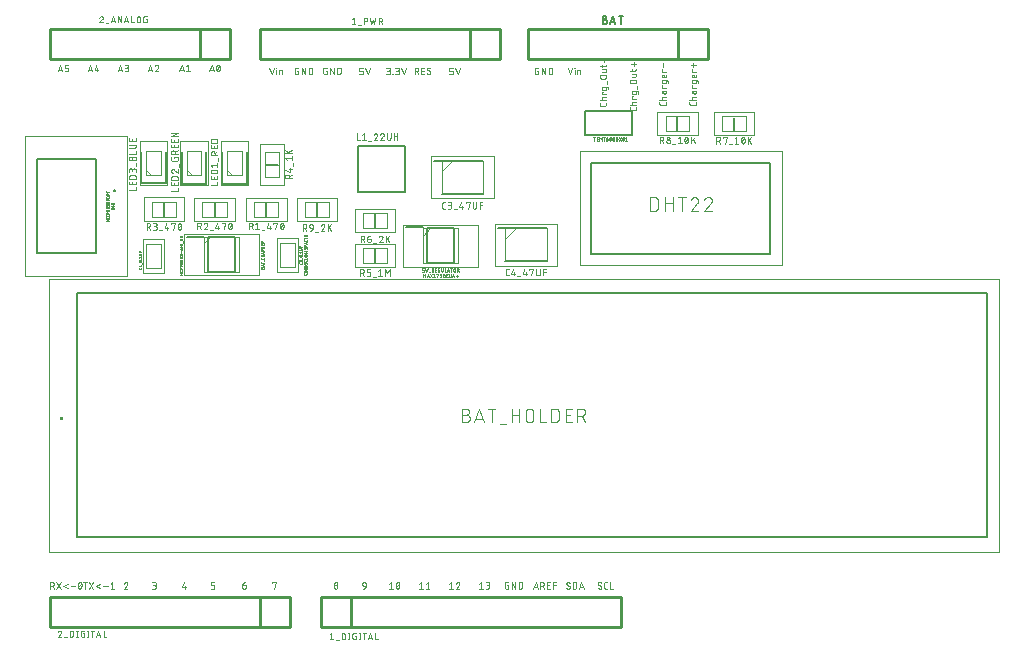
<source format=gto>
G04 EAGLE Gerber RS-274X export*
G75*
%MOMM*%
%FSLAX34Y34*%
%LPD*%
%INTop Silkscreen*%
%IPPOS*%
%AMOC8*
5,1,8,0,0,1.08239X$1,22.5*%
G01*
%ADD10C,0.050800*%
%ADD11C,0.200000*%
%ADD12C,0.100000*%
%ADD13C,0.100000*%
%ADD14C,0.200000*%
%ADD15C,0.025400*%
%ADD16C,0.254000*%
%ADD17C,0.101600*%
%ADD18C,0.050000*%
%ADD19C,0.152400*%
%ADD20C,0.150000*%


D10*
X19254Y483984D02*
X21117Y489572D01*
X22979Y483984D01*
X22514Y485381D02*
X19720Y485381D01*
X25051Y483984D02*
X26913Y483984D01*
X26983Y483986D01*
X27052Y483992D01*
X27121Y484002D01*
X27189Y484015D01*
X27257Y484033D01*
X27323Y484054D01*
X27388Y484079D01*
X27452Y484107D01*
X27514Y484139D01*
X27574Y484174D01*
X27632Y484213D01*
X27687Y484255D01*
X27741Y484300D01*
X27791Y484348D01*
X27839Y484398D01*
X27884Y484452D01*
X27926Y484507D01*
X27965Y484565D01*
X28000Y484625D01*
X28032Y484687D01*
X28060Y484751D01*
X28085Y484816D01*
X28106Y484882D01*
X28124Y484950D01*
X28137Y485018D01*
X28147Y485087D01*
X28153Y485156D01*
X28155Y485226D01*
X28155Y485847D01*
X28153Y485917D01*
X28147Y485986D01*
X28137Y486055D01*
X28124Y486123D01*
X28106Y486191D01*
X28085Y486257D01*
X28060Y486322D01*
X28032Y486386D01*
X28000Y486448D01*
X27965Y486508D01*
X27926Y486566D01*
X27884Y486621D01*
X27839Y486675D01*
X27791Y486725D01*
X27741Y486773D01*
X27687Y486818D01*
X27632Y486860D01*
X27574Y486899D01*
X27514Y486934D01*
X27452Y486966D01*
X27388Y486994D01*
X27323Y487019D01*
X27257Y487040D01*
X27189Y487058D01*
X27121Y487071D01*
X27052Y487081D01*
X26983Y487087D01*
X26913Y487089D01*
X26913Y487088D02*
X25051Y487088D01*
X25051Y489572D01*
X28155Y489572D01*
X44704Y484124D02*
X46567Y489712D01*
X48429Y484124D01*
X47964Y485521D02*
X45170Y485521D01*
X50501Y485366D02*
X51743Y489712D01*
X50501Y485366D02*
X53605Y485366D01*
X52674Y486608D02*
X52674Y484124D01*
X70104Y484124D02*
X71967Y489712D01*
X73829Y484124D01*
X73364Y485521D02*
X70570Y485521D01*
X75901Y484124D02*
X77453Y484124D01*
X77530Y484126D01*
X77608Y484132D01*
X77684Y484141D01*
X77761Y484155D01*
X77836Y484172D01*
X77910Y484193D01*
X77984Y484218D01*
X78056Y484246D01*
X78126Y484278D01*
X78195Y484313D01*
X78262Y484352D01*
X78327Y484394D01*
X78390Y484439D01*
X78451Y484487D01*
X78509Y484538D01*
X78564Y484592D01*
X78617Y484649D01*
X78666Y484708D01*
X78713Y484770D01*
X78757Y484834D01*
X78797Y484900D01*
X78834Y484968D01*
X78868Y485038D01*
X78898Y485109D01*
X78924Y485182D01*
X78947Y485256D01*
X78966Y485331D01*
X78981Y485406D01*
X78993Y485483D01*
X79001Y485560D01*
X79005Y485637D01*
X79005Y485715D01*
X79001Y485792D01*
X78993Y485869D01*
X78981Y485946D01*
X78966Y486021D01*
X78947Y486096D01*
X78924Y486170D01*
X78898Y486243D01*
X78868Y486314D01*
X78834Y486384D01*
X78797Y486452D01*
X78757Y486518D01*
X78713Y486582D01*
X78666Y486644D01*
X78617Y486703D01*
X78564Y486760D01*
X78509Y486814D01*
X78451Y486865D01*
X78390Y486913D01*
X78327Y486958D01*
X78262Y487000D01*
X78195Y487039D01*
X78126Y487074D01*
X78056Y487106D01*
X77984Y487134D01*
X77910Y487159D01*
X77836Y487180D01*
X77761Y487197D01*
X77684Y487211D01*
X77608Y487220D01*
X77530Y487226D01*
X77453Y487228D01*
X77763Y489712D02*
X75901Y489712D01*
X77763Y489712D02*
X77833Y489710D01*
X77902Y489704D01*
X77971Y489694D01*
X78039Y489681D01*
X78107Y489663D01*
X78173Y489642D01*
X78238Y489617D01*
X78302Y489589D01*
X78364Y489557D01*
X78424Y489522D01*
X78482Y489483D01*
X78537Y489441D01*
X78591Y489396D01*
X78641Y489348D01*
X78689Y489298D01*
X78734Y489244D01*
X78776Y489189D01*
X78815Y489131D01*
X78850Y489071D01*
X78882Y489009D01*
X78910Y488945D01*
X78935Y488880D01*
X78956Y488814D01*
X78974Y488746D01*
X78987Y488678D01*
X78997Y488609D01*
X79003Y488540D01*
X79005Y488470D01*
X79003Y488400D01*
X78997Y488331D01*
X78987Y488262D01*
X78974Y488194D01*
X78956Y488126D01*
X78935Y488060D01*
X78910Y487995D01*
X78882Y487931D01*
X78850Y487869D01*
X78815Y487809D01*
X78776Y487751D01*
X78734Y487696D01*
X78689Y487642D01*
X78641Y487592D01*
X78591Y487544D01*
X78537Y487499D01*
X78482Y487457D01*
X78424Y487418D01*
X78364Y487383D01*
X78302Y487351D01*
X78238Y487323D01*
X78173Y487298D01*
X78107Y487277D01*
X78039Y487259D01*
X77971Y487246D01*
X77902Y487236D01*
X77833Y487230D01*
X77763Y487228D01*
X76522Y487228D01*
X95504Y484124D02*
X97367Y489712D01*
X99229Y484124D01*
X98764Y485521D02*
X95970Y485521D01*
X103008Y489712D02*
X103081Y489710D01*
X103154Y489704D01*
X103227Y489695D01*
X103298Y489681D01*
X103370Y489664D01*
X103440Y489644D01*
X103509Y489619D01*
X103576Y489591D01*
X103642Y489560D01*
X103707Y489525D01*
X103769Y489487D01*
X103829Y489445D01*
X103887Y489401D01*
X103943Y489353D01*
X103996Y489303D01*
X104046Y489250D01*
X104094Y489194D01*
X104138Y489136D01*
X104180Y489076D01*
X104218Y489014D01*
X104253Y488949D01*
X104284Y488883D01*
X104312Y488816D01*
X104337Y488747D01*
X104357Y488677D01*
X104374Y488605D01*
X104388Y488534D01*
X104397Y488461D01*
X104403Y488388D01*
X104405Y488315D01*
X103008Y489712D02*
X102924Y489710D01*
X102841Y489704D01*
X102758Y489695D01*
X102676Y489681D01*
X102594Y489664D01*
X102513Y489642D01*
X102433Y489617D01*
X102355Y489589D01*
X102277Y489557D01*
X102202Y489521D01*
X102128Y489482D01*
X102056Y489439D01*
X101986Y489393D01*
X101919Y489344D01*
X101853Y489291D01*
X101791Y489236D01*
X101731Y489178D01*
X101673Y489117D01*
X101619Y489054D01*
X101567Y488988D01*
X101519Y488920D01*
X101474Y488849D01*
X101432Y488777D01*
X101394Y488702D01*
X101359Y488626D01*
X101328Y488549D01*
X101300Y488470D01*
X103939Y487229D02*
X103993Y487282D01*
X104044Y487339D01*
X104092Y487398D01*
X104137Y487459D01*
X104178Y487522D01*
X104217Y487588D01*
X104252Y487655D01*
X104284Y487724D01*
X104312Y487795D01*
X104336Y487866D01*
X104357Y487939D01*
X104374Y488013D01*
X104388Y488088D01*
X104397Y488163D01*
X104403Y488239D01*
X104405Y488315D01*
X103940Y487228D02*
X101301Y484124D01*
X104405Y484124D01*
X147574Y484124D02*
X149437Y489712D01*
X151299Y484124D01*
X150834Y485521D02*
X148040Y485521D01*
X153371Y486918D02*
X153373Y487049D01*
X153378Y487179D01*
X153388Y487309D01*
X153401Y487439D01*
X153417Y487569D01*
X153437Y487698D01*
X153461Y487826D01*
X153489Y487953D01*
X153520Y488080D01*
X153555Y488206D01*
X153593Y488331D01*
X153635Y488455D01*
X153680Y488577D01*
X153729Y488698D01*
X153781Y488818D01*
X153837Y488936D01*
X153836Y488936D02*
X153859Y488996D01*
X153885Y489056D01*
X153914Y489113D01*
X153947Y489169D01*
X153983Y489223D01*
X154021Y489275D01*
X154063Y489325D01*
X154107Y489372D01*
X154154Y489417D01*
X154204Y489459D01*
X154255Y489498D01*
X154309Y489534D01*
X154365Y489567D01*
X154422Y489597D01*
X154481Y489624D01*
X154542Y489647D01*
X154603Y489667D01*
X154666Y489683D01*
X154730Y489696D01*
X154794Y489705D01*
X154858Y489710D01*
X154923Y489712D01*
X154988Y489710D01*
X155052Y489705D01*
X155116Y489696D01*
X155180Y489683D01*
X155243Y489667D01*
X155304Y489647D01*
X155365Y489624D01*
X155424Y489597D01*
X155481Y489567D01*
X155537Y489534D01*
X155591Y489498D01*
X155642Y489459D01*
X155692Y489417D01*
X155739Y489372D01*
X155783Y489325D01*
X155825Y489275D01*
X155863Y489223D01*
X155899Y489169D01*
X155932Y489113D01*
X155961Y489056D01*
X155987Y488996D01*
X156010Y488936D01*
X156066Y488818D01*
X156118Y488698D01*
X156167Y488577D01*
X156212Y488455D01*
X156254Y488331D01*
X156292Y488206D01*
X156327Y488080D01*
X156358Y487954D01*
X156386Y487826D01*
X156410Y487698D01*
X156430Y487569D01*
X156446Y487439D01*
X156459Y487309D01*
X156469Y487179D01*
X156474Y487049D01*
X156476Y486918D01*
X153371Y486918D02*
X153373Y486787D01*
X153378Y486657D01*
X153388Y486527D01*
X153401Y486397D01*
X153417Y486267D01*
X153437Y486138D01*
X153461Y486010D01*
X153489Y485883D01*
X153520Y485756D01*
X153555Y485630D01*
X153593Y485505D01*
X153635Y485381D01*
X153680Y485259D01*
X153729Y485138D01*
X153781Y485018D01*
X153837Y484900D01*
X153836Y484900D02*
X153859Y484840D01*
X153885Y484780D01*
X153914Y484723D01*
X153947Y484667D01*
X153983Y484613D01*
X154021Y484561D01*
X154063Y484511D01*
X154107Y484464D01*
X154154Y484419D01*
X154204Y484377D01*
X154255Y484338D01*
X154309Y484302D01*
X154365Y484269D01*
X154422Y484239D01*
X154481Y484212D01*
X154542Y484189D01*
X154603Y484169D01*
X154666Y484153D01*
X154730Y484140D01*
X154794Y484131D01*
X154858Y484126D01*
X154923Y484124D01*
X156009Y484900D02*
X156065Y485018D01*
X156117Y485138D01*
X156166Y485259D01*
X156211Y485381D01*
X156253Y485505D01*
X156291Y485630D01*
X156326Y485756D01*
X156357Y485882D01*
X156385Y486010D01*
X156409Y486138D01*
X156429Y486267D01*
X156445Y486397D01*
X156458Y486527D01*
X156468Y486657D01*
X156473Y486787D01*
X156475Y486918D01*
X156010Y484900D02*
X155987Y484840D01*
X155961Y484780D01*
X155932Y484723D01*
X155899Y484667D01*
X155863Y484613D01*
X155825Y484561D01*
X155783Y484511D01*
X155739Y484464D01*
X155692Y484419D01*
X155642Y484377D01*
X155591Y484338D01*
X155537Y484302D01*
X155481Y484269D01*
X155424Y484239D01*
X155365Y484212D01*
X155304Y484189D01*
X155243Y484169D01*
X155180Y484153D01*
X155116Y484140D01*
X155052Y484131D01*
X154988Y484126D01*
X154923Y484124D01*
X153681Y485366D02*
X156165Y488470D01*
X124037Y489712D02*
X122174Y484124D01*
X125899Y484124D02*
X124037Y489712D01*
X125434Y485521D02*
X122640Y485521D01*
X127971Y488470D02*
X129523Y489712D01*
X129523Y484124D01*
X127971Y484124D02*
X131075Y484124D01*
X198374Y487172D02*
X200237Y481584D01*
X202099Y487172D01*
X204077Y485309D02*
X204077Y481584D01*
X203922Y486862D02*
X203922Y487172D01*
X204232Y487172D01*
X204232Y486862D01*
X203922Y486862D01*
X206493Y485309D02*
X206493Y481584D01*
X206493Y485309D02*
X208045Y485309D01*
X208103Y485307D01*
X208162Y485302D01*
X208219Y485293D01*
X208277Y485280D01*
X208333Y485263D01*
X208388Y485244D01*
X208441Y485220D01*
X208494Y485194D01*
X208544Y485164D01*
X208592Y485131D01*
X208638Y485095D01*
X208682Y485057D01*
X208724Y485015D01*
X208762Y484971D01*
X208798Y484925D01*
X208831Y484877D01*
X208861Y484827D01*
X208887Y484774D01*
X208911Y484721D01*
X208930Y484666D01*
X208947Y484610D01*
X208960Y484552D01*
X208969Y484495D01*
X208974Y484436D01*
X208976Y484378D01*
X208976Y481584D01*
X222137Y484688D02*
X223068Y484688D01*
X223068Y481584D01*
X221206Y481584D01*
X221136Y481586D01*
X221067Y481592D01*
X220998Y481602D01*
X220930Y481615D01*
X220862Y481633D01*
X220796Y481654D01*
X220731Y481679D01*
X220667Y481707D01*
X220605Y481739D01*
X220545Y481774D01*
X220487Y481813D01*
X220432Y481855D01*
X220378Y481900D01*
X220328Y481948D01*
X220280Y481998D01*
X220235Y482052D01*
X220193Y482107D01*
X220154Y482165D01*
X220119Y482225D01*
X220087Y482287D01*
X220059Y482351D01*
X220034Y482416D01*
X220013Y482482D01*
X219995Y482550D01*
X219982Y482618D01*
X219972Y482687D01*
X219966Y482756D01*
X219964Y482826D01*
X219964Y485930D01*
X219966Y486000D01*
X219972Y486069D01*
X219982Y486138D01*
X219995Y486206D01*
X220013Y486274D01*
X220034Y486340D01*
X220059Y486405D01*
X220087Y486469D01*
X220119Y486531D01*
X220154Y486591D01*
X220193Y486649D01*
X220235Y486704D01*
X220280Y486758D01*
X220328Y486808D01*
X220378Y486856D01*
X220432Y486901D01*
X220487Y486943D01*
X220545Y486982D01*
X220605Y487017D01*
X220667Y487049D01*
X220731Y487077D01*
X220796Y487102D01*
X220862Y487123D01*
X220930Y487141D01*
X220998Y487154D01*
X221067Y487164D01*
X221136Y487170D01*
X221206Y487172D01*
X223068Y487172D01*
X225816Y487172D02*
X225816Y481584D01*
X228921Y481584D02*
X225816Y487172D01*
X228921Y487172D02*
X228921Y481584D01*
X231668Y481584D02*
X231668Y487172D01*
X233220Y487172D01*
X233296Y487170D01*
X233372Y487165D01*
X233448Y487155D01*
X233523Y487142D01*
X233597Y487125D01*
X233671Y487105D01*
X233743Y487081D01*
X233814Y487054D01*
X233884Y487023D01*
X233952Y486989D01*
X234018Y486951D01*
X234082Y486910D01*
X234145Y486867D01*
X234205Y486820D01*
X234262Y486770D01*
X234317Y486717D01*
X234370Y486662D01*
X234420Y486605D01*
X234467Y486545D01*
X234510Y486482D01*
X234551Y486418D01*
X234589Y486352D01*
X234623Y486284D01*
X234654Y486214D01*
X234681Y486143D01*
X234705Y486070D01*
X234725Y485997D01*
X234742Y485923D01*
X234755Y485848D01*
X234765Y485772D01*
X234770Y485696D01*
X234772Y485620D01*
X234773Y485620D02*
X234773Y483136D01*
X234772Y483136D02*
X234770Y483057D01*
X234764Y482979D01*
X234754Y482901D01*
X234740Y482824D01*
X234722Y482747D01*
X234701Y482671D01*
X234675Y482597D01*
X234646Y482524D01*
X234613Y482453D01*
X234577Y482383D01*
X234537Y482315D01*
X234494Y482249D01*
X234447Y482186D01*
X234398Y482125D01*
X234345Y482067D01*
X234289Y482011D01*
X234231Y481958D01*
X234170Y481909D01*
X234107Y481862D01*
X234041Y481819D01*
X233973Y481779D01*
X233904Y481743D01*
X233832Y481710D01*
X233759Y481681D01*
X233685Y481655D01*
X233609Y481634D01*
X233532Y481616D01*
X233455Y481602D01*
X233377Y481592D01*
X233299Y481586D01*
X233220Y481584D01*
X231668Y481584D01*
X246267Y484688D02*
X247198Y484688D01*
X247198Y481584D01*
X245336Y481584D01*
X245266Y481586D01*
X245197Y481592D01*
X245128Y481602D01*
X245060Y481615D01*
X244992Y481633D01*
X244926Y481654D01*
X244861Y481679D01*
X244797Y481707D01*
X244735Y481739D01*
X244675Y481774D01*
X244617Y481813D01*
X244562Y481855D01*
X244508Y481900D01*
X244458Y481948D01*
X244410Y481998D01*
X244365Y482052D01*
X244323Y482107D01*
X244284Y482165D01*
X244249Y482225D01*
X244217Y482287D01*
X244189Y482351D01*
X244164Y482416D01*
X244143Y482482D01*
X244125Y482550D01*
X244112Y482618D01*
X244102Y482687D01*
X244096Y482756D01*
X244094Y482826D01*
X244094Y485930D01*
X244096Y486000D01*
X244102Y486069D01*
X244112Y486138D01*
X244125Y486206D01*
X244143Y486274D01*
X244164Y486340D01*
X244189Y486405D01*
X244217Y486469D01*
X244249Y486531D01*
X244284Y486591D01*
X244323Y486649D01*
X244365Y486704D01*
X244410Y486758D01*
X244458Y486808D01*
X244508Y486856D01*
X244562Y486901D01*
X244617Y486943D01*
X244675Y486982D01*
X244735Y487017D01*
X244797Y487049D01*
X244861Y487077D01*
X244926Y487102D01*
X244992Y487123D01*
X245060Y487141D01*
X245128Y487154D01*
X245197Y487164D01*
X245266Y487170D01*
X245336Y487172D01*
X247198Y487172D01*
X249946Y487172D02*
X249946Y481584D01*
X253051Y481584D02*
X249946Y487172D01*
X253051Y487172D02*
X253051Y481584D01*
X255798Y481584D02*
X255798Y487172D01*
X257350Y487172D01*
X257426Y487170D01*
X257502Y487165D01*
X257578Y487155D01*
X257653Y487142D01*
X257727Y487125D01*
X257801Y487105D01*
X257873Y487081D01*
X257944Y487054D01*
X258014Y487023D01*
X258082Y486989D01*
X258148Y486951D01*
X258212Y486910D01*
X258275Y486867D01*
X258335Y486820D01*
X258392Y486770D01*
X258447Y486717D01*
X258500Y486662D01*
X258550Y486605D01*
X258597Y486545D01*
X258640Y486482D01*
X258681Y486418D01*
X258719Y486352D01*
X258753Y486284D01*
X258784Y486214D01*
X258811Y486143D01*
X258835Y486070D01*
X258855Y485997D01*
X258872Y485923D01*
X258885Y485848D01*
X258895Y485772D01*
X258900Y485696D01*
X258902Y485620D01*
X258903Y485620D02*
X258903Y483136D01*
X258902Y483136D02*
X258900Y483057D01*
X258894Y482979D01*
X258884Y482901D01*
X258870Y482824D01*
X258852Y482747D01*
X258831Y482671D01*
X258805Y482597D01*
X258776Y482524D01*
X258743Y482453D01*
X258707Y482383D01*
X258667Y482315D01*
X258624Y482249D01*
X258577Y482186D01*
X258528Y482125D01*
X258475Y482067D01*
X258419Y482011D01*
X258361Y481958D01*
X258300Y481909D01*
X258237Y481862D01*
X258171Y481819D01*
X258103Y481779D01*
X258034Y481743D01*
X257962Y481710D01*
X257889Y481681D01*
X257815Y481655D01*
X257739Y481634D01*
X257662Y481616D01*
X257585Y481602D01*
X257507Y481592D01*
X257429Y481586D01*
X257350Y481584D01*
X255798Y481584D01*
X350774Y481584D02*
X352637Y481584D01*
X352707Y481586D01*
X352776Y481592D01*
X352845Y481602D01*
X352913Y481615D01*
X352981Y481633D01*
X353047Y481654D01*
X353112Y481679D01*
X353176Y481707D01*
X353238Y481739D01*
X353298Y481774D01*
X353356Y481813D01*
X353411Y481855D01*
X353465Y481900D01*
X353515Y481948D01*
X353563Y481998D01*
X353608Y482052D01*
X353650Y482107D01*
X353689Y482165D01*
X353724Y482225D01*
X353756Y482287D01*
X353784Y482351D01*
X353809Y482416D01*
X353830Y482482D01*
X353848Y482550D01*
X353861Y482618D01*
X353871Y482687D01*
X353877Y482756D01*
X353879Y482826D01*
X353878Y482826D02*
X353878Y483447D01*
X353879Y483447D02*
X353877Y483517D01*
X353871Y483586D01*
X353861Y483655D01*
X353848Y483723D01*
X353830Y483791D01*
X353809Y483857D01*
X353784Y483922D01*
X353756Y483986D01*
X353724Y484048D01*
X353689Y484108D01*
X353650Y484166D01*
X353608Y484221D01*
X353563Y484275D01*
X353515Y484325D01*
X353465Y484373D01*
X353411Y484418D01*
X353356Y484460D01*
X353298Y484499D01*
X353238Y484534D01*
X353176Y484566D01*
X353112Y484594D01*
X353047Y484619D01*
X352981Y484640D01*
X352913Y484658D01*
X352845Y484671D01*
X352776Y484681D01*
X352707Y484687D01*
X352637Y484689D01*
X352637Y484688D02*
X350774Y484688D01*
X350774Y487172D01*
X353878Y487172D01*
X355950Y487172D02*
X357813Y481584D01*
X359675Y487172D01*
X298986Y481584D02*
X297434Y481584D01*
X298986Y481584D02*
X299063Y481586D01*
X299141Y481592D01*
X299217Y481601D01*
X299294Y481615D01*
X299369Y481632D01*
X299443Y481653D01*
X299517Y481678D01*
X299589Y481706D01*
X299659Y481738D01*
X299728Y481773D01*
X299795Y481812D01*
X299860Y481854D01*
X299923Y481899D01*
X299984Y481947D01*
X300042Y481998D01*
X300097Y482052D01*
X300150Y482109D01*
X300199Y482168D01*
X300246Y482230D01*
X300290Y482294D01*
X300330Y482360D01*
X300367Y482428D01*
X300401Y482498D01*
X300431Y482569D01*
X300457Y482642D01*
X300480Y482716D01*
X300499Y482791D01*
X300514Y482866D01*
X300526Y482943D01*
X300534Y483020D01*
X300538Y483097D01*
X300538Y483175D01*
X300534Y483252D01*
X300526Y483329D01*
X300514Y483406D01*
X300499Y483481D01*
X300480Y483556D01*
X300457Y483630D01*
X300431Y483703D01*
X300401Y483774D01*
X300367Y483844D01*
X300330Y483912D01*
X300290Y483978D01*
X300246Y484042D01*
X300199Y484104D01*
X300150Y484163D01*
X300097Y484220D01*
X300042Y484274D01*
X299984Y484325D01*
X299923Y484373D01*
X299860Y484418D01*
X299795Y484460D01*
X299728Y484499D01*
X299659Y484534D01*
X299589Y484566D01*
X299517Y484594D01*
X299443Y484619D01*
X299369Y484640D01*
X299294Y484657D01*
X299217Y484671D01*
X299141Y484680D01*
X299063Y484686D01*
X298986Y484688D01*
X299297Y487172D02*
X297434Y487172D01*
X299297Y487172D02*
X299367Y487170D01*
X299436Y487164D01*
X299505Y487154D01*
X299573Y487141D01*
X299641Y487123D01*
X299707Y487102D01*
X299772Y487077D01*
X299836Y487049D01*
X299898Y487017D01*
X299958Y486982D01*
X300016Y486943D01*
X300071Y486901D01*
X300125Y486856D01*
X300175Y486808D01*
X300223Y486758D01*
X300268Y486704D01*
X300310Y486649D01*
X300349Y486591D01*
X300384Y486531D01*
X300416Y486469D01*
X300444Y486405D01*
X300469Y486340D01*
X300490Y486274D01*
X300508Y486206D01*
X300521Y486138D01*
X300531Y486069D01*
X300537Y486000D01*
X300539Y485930D01*
X300537Y485860D01*
X300531Y485791D01*
X300521Y485722D01*
X300508Y485654D01*
X300490Y485586D01*
X300469Y485520D01*
X300444Y485455D01*
X300416Y485391D01*
X300384Y485329D01*
X300349Y485269D01*
X300310Y485211D01*
X300268Y485156D01*
X300223Y485102D01*
X300175Y485052D01*
X300125Y485004D01*
X300071Y484959D01*
X300016Y484917D01*
X299958Y484878D01*
X299898Y484843D01*
X299836Y484811D01*
X299772Y484783D01*
X299707Y484758D01*
X299641Y484737D01*
X299573Y484719D01*
X299505Y484706D01*
X299436Y484696D01*
X299367Y484690D01*
X299297Y484688D01*
X298055Y484688D01*
X302671Y481894D02*
X302671Y481584D01*
X302671Y481894D02*
X302982Y481894D01*
X302982Y481584D01*
X302671Y481584D01*
X305115Y481584D02*
X306667Y481584D01*
X306744Y481586D01*
X306822Y481592D01*
X306898Y481601D01*
X306975Y481615D01*
X307050Y481632D01*
X307124Y481653D01*
X307198Y481678D01*
X307270Y481706D01*
X307340Y481738D01*
X307409Y481773D01*
X307476Y481812D01*
X307541Y481854D01*
X307604Y481899D01*
X307665Y481947D01*
X307723Y481998D01*
X307778Y482052D01*
X307831Y482109D01*
X307880Y482168D01*
X307927Y482230D01*
X307971Y482294D01*
X308011Y482360D01*
X308048Y482428D01*
X308082Y482498D01*
X308112Y482569D01*
X308138Y482642D01*
X308161Y482716D01*
X308180Y482791D01*
X308195Y482866D01*
X308207Y482943D01*
X308215Y483020D01*
X308219Y483097D01*
X308219Y483175D01*
X308215Y483252D01*
X308207Y483329D01*
X308195Y483406D01*
X308180Y483481D01*
X308161Y483556D01*
X308138Y483630D01*
X308112Y483703D01*
X308082Y483774D01*
X308048Y483844D01*
X308011Y483912D01*
X307971Y483978D01*
X307927Y484042D01*
X307880Y484104D01*
X307831Y484163D01*
X307778Y484220D01*
X307723Y484274D01*
X307665Y484325D01*
X307604Y484373D01*
X307541Y484418D01*
X307476Y484460D01*
X307409Y484499D01*
X307340Y484534D01*
X307270Y484566D01*
X307198Y484594D01*
X307124Y484619D01*
X307050Y484640D01*
X306975Y484657D01*
X306898Y484671D01*
X306822Y484680D01*
X306744Y484686D01*
X306667Y484688D01*
X306978Y487172D02*
X305115Y487172D01*
X306978Y487172D02*
X307048Y487170D01*
X307117Y487164D01*
X307186Y487154D01*
X307254Y487141D01*
X307322Y487123D01*
X307388Y487102D01*
X307453Y487077D01*
X307517Y487049D01*
X307579Y487017D01*
X307639Y486982D01*
X307697Y486943D01*
X307752Y486901D01*
X307806Y486856D01*
X307856Y486808D01*
X307904Y486758D01*
X307949Y486704D01*
X307991Y486649D01*
X308030Y486591D01*
X308065Y486531D01*
X308097Y486469D01*
X308125Y486405D01*
X308150Y486340D01*
X308171Y486274D01*
X308189Y486206D01*
X308202Y486138D01*
X308212Y486069D01*
X308218Y486000D01*
X308220Y485930D01*
X308218Y485860D01*
X308212Y485791D01*
X308202Y485722D01*
X308189Y485654D01*
X308171Y485586D01*
X308150Y485520D01*
X308125Y485455D01*
X308097Y485391D01*
X308065Y485329D01*
X308030Y485269D01*
X307991Y485211D01*
X307949Y485156D01*
X307904Y485102D01*
X307856Y485052D01*
X307806Y485004D01*
X307752Y484959D01*
X307697Y484917D01*
X307639Y484878D01*
X307579Y484843D01*
X307517Y484811D01*
X307453Y484783D01*
X307388Y484758D01*
X307322Y484737D01*
X307254Y484719D01*
X307186Y484706D01*
X307117Y484696D01*
X307048Y484690D01*
X306978Y484688D01*
X305736Y484688D01*
X310291Y487172D02*
X312153Y481584D01*
X314016Y487172D01*
X321564Y487172D02*
X321564Y481584D01*
X321564Y487172D02*
X323116Y487172D01*
X323193Y487170D01*
X323271Y487164D01*
X323347Y487155D01*
X323424Y487141D01*
X323499Y487124D01*
X323573Y487103D01*
X323647Y487078D01*
X323719Y487050D01*
X323789Y487018D01*
X323858Y486983D01*
X323925Y486944D01*
X323990Y486902D01*
X324053Y486857D01*
X324114Y486809D01*
X324172Y486758D01*
X324227Y486704D01*
X324280Y486647D01*
X324329Y486588D01*
X324376Y486526D01*
X324420Y486462D01*
X324460Y486396D01*
X324497Y486328D01*
X324531Y486258D01*
X324561Y486187D01*
X324587Y486114D01*
X324610Y486040D01*
X324629Y485965D01*
X324644Y485890D01*
X324656Y485813D01*
X324664Y485736D01*
X324668Y485659D01*
X324668Y485581D01*
X324664Y485504D01*
X324656Y485427D01*
X324644Y485350D01*
X324629Y485275D01*
X324610Y485200D01*
X324587Y485126D01*
X324561Y485053D01*
X324531Y484982D01*
X324497Y484912D01*
X324460Y484844D01*
X324420Y484778D01*
X324376Y484714D01*
X324329Y484652D01*
X324280Y484593D01*
X324227Y484536D01*
X324172Y484482D01*
X324114Y484431D01*
X324053Y484383D01*
X323990Y484338D01*
X323925Y484296D01*
X323858Y484257D01*
X323789Y484222D01*
X323719Y484190D01*
X323647Y484162D01*
X323573Y484137D01*
X323499Y484116D01*
X323424Y484099D01*
X323347Y484085D01*
X323271Y484076D01*
X323193Y484070D01*
X323116Y484068D01*
X321564Y484068D01*
X323427Y484068D02*
X324668Y481584D01*
X327208Y481584D02*
X329692Y481584D01*
X327208Y481584D02*
X327208Y487172D01*
X329692Y487172D01*
X329071Y484688D02*
X327208Y484688D01*
X333449Y481584D02*
X333519Y481586D01*
X333588Y481592D01*
X333657Y481602D01*
X333725Y481615D01*
X333793Y481633D01*
X333859Y481654D01*
X333924Y481679D01*
X333988Y481707D01*
X334050Y481739D01*
X334110Y481774D01*
X334168Y481813D01*
X334223Y481855D01*
X334277Y481900D01*
X334327Y481948D01*
X334375Y481998D01*
X334420Y482052D01*
X334462Y482107D01*
X334501Y482165D01*
X334536Y482225D01*
X334568Y482287D01*
X334596Y482351D01*
X334621Y482416D01*
X334642Y482482D01*
X334660Y482550D01*
X334673Y482618D01*
X334683Y482687D01*
X334689Y482756D01*
X334691Y482826D01*
X333449Y481584D02*
X333350Y481586D01*
X333252Y481591D01*
X333154Y481601D01*
X333056Y481614D01*
X332959Y481630D01*
X332862Y481650D01*
X332767Y481674D01*
X332672Y481702D01*
X332578Y481733D01*
X332486Y481767D01*
X332395Y481805D01*
X332305Y481846D01*
X332217Y481891D01*
X332131Y481939D01*
X332047Y481990D01*
X331965Y482044D01*
X331884Y482102D01*
X331806Y482162D01*
X331731Y482225D01*
X331657Y482291D01*
X331587Y482360D01*
X331741Y485930D02*
X331743Y486000D01*
X331749Y486069D01*
X331759Y486138D01*
X331772Y486206D01*
X331790Y486274D01*
X331811Y486340D01*
X331836Y486405D01*
X331864Y486469D01*
X331896Y486531D01*
X331931Y486591D01*
X331970Y486649D01*
X332012Y486704D01*
X332057Y486758D01*
X332105Y486808D01*
X332155Y486856D01*
X332209Y486901D01*
X332264Y486943D01*
X332322Y486982D01*
X332382Y487017D01*
X332444Y487049D01*
X332508Y487077D01*
X332573Y487102D01*
X332639Y487123D01*
X332707Y487141D01*
X332775Y487154D01*
X332844Y487164D01*
X332913Y487170D01*
X332983Y487172D01*
X333077Y487170D01*
X333170Y487164D01*
X333263Y487155D01*
X333356Y487142D01*
X333448Y487125D01*
X333539Y487105D01*
X333630Y487080D01*
X333719Y487053D01*
X333807Y487021D01*
X333894Y486986D01*
X333980Y486948D01*
X334063Y486906D01*
X334145Y486861D01*
X334226Y486813D01*
X334304Y486761D01*
X334380Y486706D01*
X332363Y484844D02*
X332304Y484880D01*
X332248Y484920D01*
X332194Y484963D01*
X332142Y485008D01*
X332093Y485057D01*
X332047Y485108D01*
X332004Y485161D01*
X331963Y485217D01*
X331926Y485275D01*
X331891Y485335D01*
X331861Y485396D01*
X331833Y485459D01*
X331809Y485524D01*
X331789Y485590D01*
X331772Y485657D01*
X331759Y485724D01*
X331750Y485792D01*
X331744Y485861D01*
X331742Y485930D01*
X334069Y483912D02*
X334128Y483876D01*
X334184Y483836D01*
X334238Y483793D01*
X334290Y483748D01*
X334339Y483699D01*
X334385Y483648D01*
X334428Y483595D01*
X334469Y483539D01*
X334506Y483481D01*
X334541Y483421D01*
X334571Y483360D01*
X334599Y483297D01*
X334623Y483232D01*
X334643Y483166D01*
X334660Y483099D01*
X334673Y483032D01*
X334682Y482964D01*
X334688Y482895D01*
X334690Y482826D01*
X334070Y483912D02*
X332362Y484844D01*
X276437Y481584D02*
X274574Y481584D01*
X276437Y481584D02*
X276507Y481586D01*
X276576Y481592D01*
X276645Y481602D01*
X276713Y481615D01*
X276781Y481633D01*
X276847Y481654D01*
X276912Y481679D01*
X276976Y481707D01*
X277038Y481739D01*
X277098Y481774D01*
X277156Y481813D01*
X277211Y481855D01*
X277265Y481900D01*
X277315Y481948D01*
X277363Y481998D01*
X277408Y482052D01*
X277450Y482107D01*
X277489Y482165D01*
X277524Y482225D01*
X277556Y482287D01*
X277584Y482351D01*
X277609Y482416D01*
X277630Y482482D01*
X277648Y482550D01*
X277661Y482618D01*
X277671Y482687D01*
X277677Y482756D01*
X277679Y482826D01*
X277678Y482826D02*
X277678Y483447D01*
X277679Y483447D02*
X277677Y483517D01*
X277671Y483586D01*
X277661Y483655D01*
X277648Y483723D01*
X277630Y483791D01*
X277609Y483857D01*
X277584Y483922D01*
X277556Y483986D01*
X277524Y484048D01*
X277489Y484108D01*
X277450Y484166D01*
X277408Y484221D01*
X277363Y484275D01*
X277315Y484325D01*
X277265Y484373D01*
X277211Y484418D01*
X277156Y484460D01*
X277098Y484499D01*
X277038Y484534D01*
X276976Y484566D01*
X276912Y484594D01*
X276847Y484619D01*
X276781Y484640D01*
X276713Y484658D01*
X276645Y484671D01*
X276576Y484681D01*
X276507Y484687D01*
X276437Y484689D01*
X276437Y484688D02*
X274574Y484688D01*
X274574Y487172D01*
X277678Y487172D01*
X279750Y487172D02*
X281613Y481584D01*
X283475Y487172D01*
X12954Y51562D02*
X12954Y45974D01*
X12954Y51562D02*
X14506Y51562D01*
X14583Y51560D01*
X14661Y51554D01*
X14737Y51545D01*
X14814Y51531D01*
X14889Y51514D01*
X14963Y51493D01*
X15037Y51468D01*
X15109Y51440D01*
X15179Y51408D01*
X15248Y51373D01*
X15315Y51334D01*
X15380Y51292D01*
X15443Y51247D01*
X15504Y51199D01*
X15562Y51148D01*
X15617Y51094D01*
X15670Y51037D01*
X15719Y50978D01*
X15766Y50916D01*
X15810Y50852D01*
X15850Y50786D01*
X15887Y50718D01*
X15921Y50648D01*
X15951Y50577D01*
X15977Y50504D01*
X16000Y50430D01*
X16019Y50355D01*
X16034Y50280D01*
X16046Y50203D01*
X16054Y50126D01*
X16058Y50049D01*
X16058Y49971D01*
X16054Y49894D01*
X16046Y49817D01*
X16034Y49740D01*
X16019Y49665D01*
X16000Y49590D01*
X15977Y49516D01*
X15951Y49443D01*
X15921Y49372D01*
X15887Y49302D01*
X15850Y49234D01*
X15810Y49168D01*
X15766Y49104D01*
X15719Y49042D01*
X15670Y48983D01*
X15617Y48926D01*
X15562Y48872D01*
X15504Y48821D01*
X15443Y48773D01*
X15380Y48728D01*
X15315Y48686D01*
X15248Y48647D01*
X15179Y48612D01*
X15109Y48580D01*
X15037Y48552D01*
X14963Y48527D01*
X14889Y48506D01*
X14814Y48489D01*
X14737Y48475D01*
X14661Y48466D01*
X14583Y48460D01*
X14506Y48458D01*
X12954Y48458D01*
X14817Y48458D02*
X16058Y45974D01*
X18094Y45974D02*
X21819Y51562D01*
X18094Y51562D02*
X21819Y45974D01*
X23946Y48147D02*
X27671Y49699D01*
X27671Y46595D02*
X23946Y48147D01*
X30164Y48147D02*
X33889Y48147D01*
X36326Y48768D02*
X36328Y48899D01*
X36333Y49029D01*
X36343Y49159D01*
X36356Y49289D01*
X36372Y49419D01*
X36392Y49548D01*
X36416Y49676D01*
X36444Y49803D01*
X36475Y49930D01*
X36510Y50056D01*
X36548Y50181D01*
X36590Y50305D01*
X36635Y50427D01*
X36684Y50548D01*
X36736Y50668D01*
X36792Y50786D01*
X36815Y50846D01*
X36841Y50906D01*
X36870Y50963D01*
X36903Y51019D01*
X36939Y51073D01*
X36977Y51125D01*
X37019Y51175D01*
X37063Y51222D01*
X37110Y51267D01*
X37160Y51309D01*
X37211Y51348D01*
X37265Y51384D01*
X37321Y51417D01*
X37378Y51447D01*
X37437Y51474D01*
X37498Y51497D01*
X37559Y51517D01*
X37622Y51533D01*
X37686Y51546D01*
X37750Y51555D01*
X37814Y51560D01*
X37879Y51562D01*
X37944Y51560D01*
X38008Y51555D01*
X38072Y51546D01*
X38136Y51533D01*
X38199Y51517D01*
X38260Y51497D01*
X38321Y51474D01*
X38380Y51447D01*
X38437Y51417D01*
X38493Y51384D01*
X38547Y51348D01*
X38598Y51309D01*
X38648Y51267D01*
X38695Y51222D01*
X38739Y51175D01*
X38781Y51125D01*
X38819Y51073D01*
X38855Y51019D01*
X38888Y50963D01*
X38917Y50906D01*
X38943Y50846D01*
X38966Y50786D01*
X38965Y50786D02*
X39021Y50668D01*
X39073Y50548D01*
X39122Y50427D01*
X39167Y50305D01*
X39209Y50181D01*
X39247Y50056D01*
X39282Y49930D01*
X39313Y49804D01*
X39341Y49676D01*
X39365Y49548D01*
X39385Y49419D01*
X39401Y49289D01*
X39414Y49159D01*
X39424Y49029D01*
X39429Y48899D01*
X39431Y48768D01*
X36327Y48768D02*
X36329Y48637D01*
X36334Y48507D01*
X36344Y48377D01*
X36357Y48247D01*
X36373Y48117D01*
X36393Y47988D01*
X36417Y47860D01*
X36445Y47733D01*
X36476Y47606D01*
X36511Y47480D01*
X36549Y47355D01*
X36591Y47231D01*
X36636Y47109D01*
X36685Y46988D01*
X36737Y46868D01*
X36793Y46750D01*
X36792Y46750D02*
X36815Y46690D01*
X36841Y46630D01*
X36870Y46573D01*
X36903Y46517D01*
X36939Y46463D01*
X36977Y46411D01*
X37019Y46361D01*
X37063Y46314D01*
X37110Y46269D01*
X37160Y46227D01*
X37211Y46188D01*
X37265Y46152D01*
X37321Y46119D01*
X37378Y46089D01*
X37437Y46062D01*
X37498Y46039D01*
X37559Y46019D01*
X37622Y46003D01*
X37686Y45990D01*
X37750Y45981D01*
X37814Y45976D01*
X37879Y45974D01*
X38965Y46750D02*
X39021Y46868D01*
X39073Y46988D01*
X39122Y47109D01*
X39167Y47231D01*
X39209Y47355D01*
X39247Y47480D01*
X39282Y47606D01*
X39313Y47732D01*
X39341Y47860D01*
X39365Y47988D01*
X39385Y48117D01*
X39401Y48247D01*
X39414Y48377D01*
X39424Y48507D01*
X39429Y48637D01*
X39431Y48768D01*
X38966Y46750D02*
X38943Y46690D01*
X38917Y46630D01*
X38888Y46573D01*
X38855Y46517D01*
X38819Y46463D01*
X38781Y46411D01*
X38739Y46361D01*
X38695Y46314D01*
X38648Y46269D01*
X38598Y46227D01*
X38547Y46188D01*
X38493Y46152D01*
X38437Y46119D01*
X38380Y46089D01*
X38321Y46062D01*
X38260Y46039D01*
X38199Y46019D01*
X38136Y46003D01*
X38072Y45990D01*
X38008Y45981D01*
X37944Y45976D01*
X37879Y45974D01*
X36637Y47216D02*
X39120Y50320D01*
X42446Y51562D02*
X42446Y45974D01*
X40894Y51562D02*
X43998Y51562D01*
X49430Y51562D02*
X45704Y45974D01*
X49430Y45974D02*
X45704Y51562D01*
X51556Y48147D02*
X55282Y49699D01*
X55282Y46595D02*
X51556Y48147D01*
X57774Y48147D02*
X61500Y48147D01*
X63937Y50320D02*
X65489Y51562D01*
X65489Y45974D01*
X63937Y45974D02*
X67041Y45974D01*
X76891Y51562D02*
X76964Y51560D01*
X77037Y51554D01*
X77110Y51545D01*
X77181Y51531D01*
X77253Y51514D01*
X77323Y51494D01*
X77392Y51469D01*
X77459Y51441D01*
X77525Y51410D01*
X77590Y51375D01*
X77652Y51337D01*
X77712Y51295D01*
X77770Y51251D01*
X77826Y51203D01*
X77879Y51153D01*
X77929Y51100D01*
X77977Y51044D01*
X78021Y50986D01*
X78063Y50926D01*
X78101Y50864D01*
X78136Y50799D01*
X78167Y50733D01*
X78195Y50666D01*
X78220Y50597D01*
X78240Y50527D01*
X78257Y50455D01*
X78271Y50384D01*
X78280Y50311D01*
X78286Y50238D01*
X78288Y50165D01*
X76891Y51562D02*
X76807Y51560D01*
X76724Y51554D01*
X76641Y51545D01*
X76559Y51531D01*
X76477Y51514D01*
X76396Y51492D01*
X76316Y51467D01*
X76238Y51439D01*
X76160Y51407D01*
X76085Y51371D01*
X76011Y51332D01*
X75939Y51289D01*
X75869Y51243D01*
X75802Y51194D01*
X75736Y51141D01*
X75674Y51086D01*
X75614Y51028D01*
X75556Y50967D01*
X75502Y50904D01*
X75450Y50838D01*
X75402Y50770D01*
X75357Y50699D01*
X75315Y50627D01*
X75277Y50552D01*
X75242Y50476D01*
X75211Y50399D01*
X75183Y50320D01*
X77822Y49079D02*
X77876Y49132D01*
X77927Y49189D01*
X77975Y49248D01*
X78020Y49309D01*
X78061Y49372D01*
X78100Y49438D01*
X78135Y49505D01*
X78167Y49574D01*
X78195Y49645D01*
X78219Y49716D01*
X78240Y49789D01*
X78257Y49863D01*
X78271Y49938D01*
X78280Y50013D01*
X78286Y50089D01*
X78288Y50165D01*
X77823Y49078D02*
X75184Y45974D01*
X78288Y45974D01*
X99314Y45974D02*
X100866Y45974D01*
X100943Y45976D01*
X101021Y45982D01*
X101097Y45991D01*
X101174Y46005D01*
X101249Y46022D01*
X101323Y46043D01*
X101397Y46068D01*
X101469Y46096D01*
X101539Y46128D01*
X101608Y46163D01*
X101675Y46202D01*
X101740Y46244D01*
X101803Y46289D01*
X101864Y46337D01*
X101922Y46388D01*
X101977Y46442D01*
X102030Y46499D01*
X102079Y46558D01*
X102126Y46620D01*
X102170Y46684D01*
X102210Y46750D01*
X102247Y46818D01*
X102281Y46888D01*
X102311Y46959D01*
X102337Y47032D01*
X102360Y47106D01*
X102379Y47181D01*
X102394Y47256D01*
X102406Y47333D01*
X102414Y47410D01*
X102418Y47487D01*
X102418Y47565D01*
X102414Y47642D01*
X102406Y47719D01*
X102394Y47796D01*
X102379Y47871D01*
X102360Y47946D01*
X102337Y48020D01*
X102311Y48093D01*
X102281Y48164D01*
X102247Y48234D01*
X102210Y48302D01*
X102170Y48368D01*
X102126Y48432D01*
X102079Y48494D01*
X102030Y48553D01*
X101977Y48610D01*
X101922Y48664D01*
X101864Y48715D01*
X101803Y48763D01*
X101740Y48808D01*
X101675Y48850D01*
X101608Y48889D01*
X101539Y48924D01*
X101469Y48956D01*
X101397Y48984D01*
X101323Y49009D01*
X101249Y49030D01*
X101174Y49047D01*
X101097Y49061D01*
X101021Y49070D01*
X100943Y49076D01*
X100866Y49078D01*
X101177Y51562D02*
X99314Y51562D01*
X101177Y51562D02*
X101247Y51560D01*
X101316Y51554D01*
X101385Y51544D01*
X101453Y51531D01*
X101521Y51513D01*
X101587Y51492D01*
X101652Y51467D01*
X101716Y51439D01*
X101778Y51407D01*
X101838Y51372D01*
X101896Y51333D01*
X101951Y51291D01*
X102005Y51246D01*
X102055Y51198D01*
X102103Y51148D01*
X102148Y51094D01*
X102190Y51039D01*
X102229Y50981D01*
X102264Y50921D01*
X102296Y50859D01*
X102324Y50795D01*
X102349Y50730D01*
X102370Y50664D01*
X102388Y50596D01*
X102401Y50528D01*
X102411Y50459D01*
X102417Y50390D01*
X102419Y50320D01*
X102417Y50250D01*
X102411Y50181D01*
X102401Y50112D01*
X102388Y50044D01*
X102370Y49976D01*
X102349Y49910D01*
X102324Y49845D01*
X102296Y49781D01*
X102264Y49719D01*
X102229Y49659D01*
X102190Y49601D01*
X102148Y49546D01*
X102103Y49492D01*
X102055Y49442D01*
X102005Y49394D01*
X101951Y49349D01*
X101896Y49307D01*
X101838Y49268D01*
X101778Y49233D01*
X101716Y49201D01*
X101652Y49173D01*
X101587Y49148D01*
X101521Y49127D01*
X101453Y49109D01*
X101385Y49096D01*
X101316Y49086D01*
X101247Y49080D01*
X101177Y49078D01*
X99935Y49078D01*
X124714Y47216D02*
X125956Y51562D01*
X124714Y47216D02*
X127818Y47216D01*
X126887Y48458D02*
X126887Y45974D01*
X148844Y45974D02*
X150707Y45974D01*
X150777Y45976D01*
X150846Y45982D01*
X150915Y45992D01*
X150983Y46005D01*
X151051Y46023D01*
X151117Y46044D01*
X151182Y46069D01*
X151246Y46097D01*
X151308Y46129D01*
X151368Y46164D01*
X151426Y46203D01*
X151481Y46245D01*
X151535Y46290D01*
X151585Y46338D01*
X151633Y46388D01*
X151678Y46442D01*
X151720Y46497D01*
X151759Y46555D01*
X151794Y46615D01*
X151826Y46677D01*
X151854Y46741D01*
X151879Y46806D01*
X151900Y46872D01*
X151918Y46940D01*
X151931Y47008D01*
X151941Y47077D01*
X151947Y47146D01*
X151949Y47216D01*
X151948Y47216D02*
X151948Y47837D01*
X151949Y47837D02*
X151947Y47907D01*
X151941Y47976D01*
X151931Y48045D01*
X151918Y48113D01*
X151900Y48181D01*
X151879Y48247D01*
X151854Y48312D01*
X151826Y48376D01*
X151794Y48438D01*
X151759Y48498D01*
X151720Y48556D01*
X151678Y48611D01*
X151633Y48665D01*
X151585Y48715D01*
X151535Y48763D01*
X151481Y48808D01*
X151426Y48850D01*
X151368Y48889D01*
X151308Y48924D01*
X151246Y48956D01*
X151182Y48984D01*
X151117Y49009D01*
X151051Y49030D01*
X150983Y49048D01*
X150915Y49061D01*
X150846Y49071D01*
X150777Y49077D01*
X150707Y49079D01*
X150707Y49078D02*
X148844Y49078D01*
X148844Y51562D01*
X151948Y51562D01*
X175514Y49078D02*
X177377Y49078D01*
X177377Y49079D02*
X177447Y49077D01*
X177516Y49071D01*
X177585Y49061D01*
X177653Y49048D01*
X177721Y49030D01*
X177787Y49009D01*
X177852Y48984D01*
X177916Y48956D01*
X177978Y48924D01*
X178038Y48889D01*
X178096Y48850D01*
X178151Y48808D01*
X178205Y48763D01*
X178255Y48715D01*
X178303Y48665D01*
X178348Y48611D01*
X178390Y48556D01*
X178429Y48498D01*
X178464Y48438D01*
X178496Y48376D01*
X178524Y48312D01*
X178549Y48247D01*
X178570Y48181D01*
X178588Y48113D01*
X178601Y48045D01*
X178611Y47976D01*
X178617Y47907D01*
X178619Y47837D01*
X178618Y47837D02*
X178618Y47526D01*
X178616Y47449D01*
X178610Y47371D01*
X178601Y47295D01*
X178587Y47218D01*
X178570Y47143D01*
X178549Y47069D01*
X178524Y46995D01*
X178496Y46923D01*
X178464Y46853D01*
X178429Y46784D01*
X178390Y46717D01*
X178348Y46652D01*
X178303Y46589D01*
X178255Y46528D01*
X178204Y46470D01*
X178150Y46415D01*
X178093Y46362D01*
X178034Y46313D01*
X177972Y46266D01*
X177908Y46222D01*
X177842Y46182D01*
X177774Y46145D01*
X177704Y46111D01*
X177633Y46081D01*
X177560Y46055D01*
X177486Y46032D01*
X177411Y46013D01*
X177336Y45998D01*
X177259Y45986D01*
X177182Y45978D01*
X177105Y45974D01*
X177027Y45974D01*
X176950Y45978D01*
X176873Y45986D01*
X176796Y45998D01*
X176721Y46013D01*
X176646Y46032D01*
X176572Y46055D01*
X176499Y46081D01*
X176428Y46111D01*
X176358Y46145D01*
X176290Y46182D01*
X176224Y46222D01*
X176160Y46266D01*
X176098Y46313D01*
X176039Y46362D01*
X175982Y46415D01*
X175928Y46470D01*
X175877Y46528D01*
X175829Y46589D01*
X175784Y46652D01*
X175742Y46717D01*
X175703Y46784D01*
X175668Y46853D01*
X175636Y46923D01*
X175608Y46995D01*
X175583Y47069D01*
X175562Y47143D01*
X175545Y47218D01*
X175531Y47295D01*
X175522Y47371D01*
X175516Y47449D01*
X175514Y47526D01*
X175514Y49078D01*
X175516Y49176D01*
X175522Y49273D01*
X175531Y49370D01*
X175545Y49467D01*
X175562Y49563D01*
X175583Y49658D01*
X175607Y49752D01*
X175636Y49846D01*
X175668Y49938D01*
X175703Y50029D01*
X175742Y50118D01*
X175785Y50206D01*
X175831Y50292D01*
X175880Y50376D01*
X175933Y50458D01*
X175988Y50538D01*
X176047Y50616D01*
X176109Y50691D01*
X176174Y50764D01*
X176242Y50834D01*
X176312Y50902D01*
X176385Y50967D01*
X176460Y51029D01*
X176538Y51088D01*
X176618Y51143D01*
X176700Y51196D01*
X176784Y51245D01*
X176870Y51291D01*
X176958Y51334D01*
X177047Y51373D01*
X177138Y51408D01*
X177230Y51440D01*
X177324Y51469D01*
X177418Y51493D01*
X177513Y51514D01*
X177609Y51531D01*
X177706Y51545D01*
X177803Y51554D01*
X177900Y51560D01*
X177998Y51562D01*
X200914Y51562D02*
X200914Y50941D01*
X200914Y51562D02*
X204018Y51562D01*
X202466Y45974D01*
X252984Y47526D02*
X252986Y47603D01*
X252992Y47681D01*
X253001Y47757D01*
X253015Y47834D01*
X253032Y47909D01*
X253053Y47983D01*
X253078Y48057D01*
X253106Y48129D01*
X253138Y48199D01*
X253173Y48268D01*
X253212Y48335D01*
X253254Y48400D01*
X253299Y48463D01*
X253347Y48524D01*
X253398Y48582D01*
X253452Y48637D01*
X253509Y48690D01*
X253568Y48739D01*
X253630Y48786D01*
X253694Y48830D01*
X253760Y48870D01*
X253828Y48907D01*
X253898Y48941D01*
X253969Y48971D01*
X254042Y48997D01*
X254116Y49020D01*
X254191Y49039D01*
X254266Y49054D01*
X254343Y49066D01*
X254420Y49074D01*
X254497Y49078D01*
X254575Y49078D01*
X254652Y49074D01*
X254729Y49066D01*
X254806Y49054D01*
X254881Y49039D01*
X254956Y49020D01*
X255030Y48997D01*
X255103Y48971D01*
X255174Y48941D01*
X255244Y48907D01*
X255312Y48870D01*
X255378Y48830D01*
X255442Y48786D01*
X255504Y48739D01*
X255563Y48690D01*
X255620Y48637D01*
X255674Y48582D01*
X255725Y48524D01*
X255773Y48463D01*
X255818Y48400D01*
X255860Y48335D01*
X255899Y48268D01*
X255934Y48199D01*
X255966Y48129D01*
X255994Y48057D01*
X256019Y47983D01*
X256040Y47909D01*
X256057Y47834D01*
X256071Y47757D01*
X256080Y47681D01*
X256086Y47603D01*
X256088Y47526D01*
X256086Y47449D01*
X256080Y47371D01*
X256071Y47295D01*
X256057Y47218D01*
X256040Y47143D01*
X256019Y47069D01*
X255994Y46995D01*
X255966Y46923D01*
X255934Y46853D01*
X255899Y46784D01*
X255860Y46717D01*
X255818Y46652D01*
X255773Y46589D01*
X255725Y46528D01*
X255674Y46470D01*
X255620Y46415D01*
X255563Y46362D01*
X255504Y46313D01*
X255442Y46266D01*
X255378Y46222D01*
X255312Y46182D01*
X255244Y46145D01*
X255174Y46111D01*
X255103Y46081D01*
X255030Y46055D01*
X254956Y46032D01*
X254881Y46013D01*
X254806Y45998D01*
X254729Y45986D01*
X254652Y45978D01*
X254575Y45974D01*
X254497Y45974D01*
X254420Y45978D01*
X254343Y45986D01*
X254266Y45998D01*
X254191Y46013D01*
X254116Y46032D01*
X254042Y46055D01*
X253969Y46081D01*
X253898Y46111D01*
X253828Y46145D01*
X253760Y46182D01*
X253694Y46222D01*
X253630Y46266D01*
X253568Y46313D01*
X253509Y46362D01*
X253452Y46415D01*
X253398Y46470D01*
X253347Y46528D01*
X253299Y46589D01*
X253254Y46652D01*
X253212Y46717D01*
X253173Y46784D01*
X253138Y46853D01*
X253106Y46923D01*
X253078Y46995D01*
X253053Y47069D01*
X253032Y47143D01*
X253015Y47218D01*
X253001Y47295D01*
X252992Y47371D01*
X252986Y47449D01*
X252984Y47526D01*
X253294Y50320D02*
X253296Y50390D01*
X253302Y50459D01*
X253312Y50528D01*
X253325Y50596D01*
X253343Y50664D01*
X253364Y50730D01*
X253389Y50795D01*
X253417Y50859D01*
X253449Y50921D01*
X253484Y50981D01*
X253523Y51039D01*
X253565Y51094D01*
X253610Y51148D01*
X253658Y51198D01*
X253708Y51246D01*
X253762Y51291D01*
X253817Y51333D01*
X253875Y51372D01*
X253935Y51407D01*
X253997Y51439D01*
X254061Y51467D01*
X254126Y51492D01*
X254192Y51513D01*
X254260Y51531D01*
X254328Y51544D01*
X254397Y51554D01*
X254466Y51560D01*
X254536Y51562D01*
X254606Y51560D01*
X254675Y51554D01*
X254744Y51544D01*
X254812Y51531D01*
X254880Y51513D01*
X254946Y51492D01*
X255011Y51467D01*
X255075Y51439D01*
X255137Y51407D01*
X255197Y51372D01*
X255255Y51333D01*
X255310Y51291D01*
X255364Y51246D01*
X255414Y51198D01*
X255462Y51148D01*
X255507Y51094D01*
X255549Y51039D01*
X255588Y50981D01*
X255623Y50921D01*
X255655Y50859D01*
X255683Y50795D01*
X255708Y50730D01*
X255729Y50664D01*
X255747Y50596D01*
X255760Y50528D01*
X255770Y50459D01*
X255776Y50390D01*
X255778Y50320D01*
X255776Y50250D01*
X255770Y50181D01*
X255760Y50112D01*
X255747Y50044D01*
X255729Y49976D01*
X255708Y49910D01*
X255683Y49845D01*
X255655Y49781D01*
X255623Y49719D01*
X255588Y49659D01*
X255549Y49601D01*
X255507Y49546D01*
X255462Y49492D01*
X255414Y49442D01*
X255364Y49394D01*
X255310Y49349D01*
X255255Y49307D01*
X255197Y49268D01*
X255137Y49233D01*
X255075Y49201D01*
X255011Y49173D01*
X254946Y49148D01*
X254880Y49127D01*
X254812Y49109D01*
X254744Y49096D01*
X254675Y49086D01*
X254606Y49080D01*
X254536Y49078D01*
X254466Y49080D01*
X254397Y49086D01*
X254328Y49096D01*
X254260Y49109D01*
X254192Y49127D01*
X254126Y49148D01*
X254061Y49173D01*
X253997Y49201D01*
X253935Y49233D01*
X253875Y49268D01*
X253817Y49307D01*
X253762Y49349D01*
X253708Y49394D01*
X253658Y49442D01*
X253610Y49492D01*
X253565Y49546D01*
X253523Y49601D01*
X253484Y49659D01*
X253449Y49719D01*
X253417Y49781D01*
X253389Y49845D01*
X253364Y49910D01*
X253343Y49976D01*
X253325Y50044D01*
X253312Y50112D01*
X253302Y50181D01*
X253296Y50250D01*
X253294Y50320D01*
X278356Y48458D02*
X280218Y48458D01*
X278356Y48457D02*
X278286Y48459D01*
X278217Y48465D01*
X278148Y48475D01*
X278080Y48488D01*
X278012Y48506D01*
X277946Y48527D01*
X277881Y48552D01*
X277817Y48580D01*
X277755Y48612D01*
X277695Y48647D01*
X277637Y48686D01*
X277582Y48728D01*
X277528Y48773D01*
X277478Y48821D01*
X277430Y48871D01*
X277385Y48925D01*
X277343Y48980D01*
X277304Y49038D01*
X277269Y49098D01*
X277237Y49160D01*
X277209Y49224D01*
X277184Y49289D01*
X277163Y49355D01*
X277145Y49423D01*
X277132Y49491D01*
X277122Y49560D01*
X277116Y49629D01*
X277114Y49699D01*
X277114Y50010D01*
X277116Y50087D01*
X277122Y50165D01*
X277131Y50241D01*
X277145Y50318D01*
X277162Y50393D01*
X277183Y50467D01*
X277208Y50541D01*
X277236Y50613D01*
X277268Y50683D01*
X277303Y50752D01*
X277342Y50819D01*
X277384Y50884D01*
X277429Y50947D01*
X277477Y51008D01*
X277528Y51066D01*
X277582Y51121D01*
X277639Y51174D01*
X277698Y51223D01*
X277760Y51270D01*
X277824Y51314D01*
X277890Y51354D01*
X277958Y51391D01*
X278028Y51425D01*
X278099Y51455D01*
X278172Y51481D01*
X278246Y51504D01*
X278321Y51523D01*
X278396Y51538D01*
X278473Y51550D01*
X278550Y51558D01*
X278627Y51562D01*
X278705Y51562D01*
X278782Y51558D01*
X278859Y51550D01*
X278936Y51538D01*
X279011Y51523D01*
X279086Y51504D01*
X279160Y51481D01*
X279233Y51455D01*
X279304Y51425D01*
X279374Y51391D01*
X279442Y51354D01*
X279508Y51314D01*
X279572Y51270D01*
X279634Y51223D01*
X279693Y51174D01*
X279750Y51121D01*
X279804Y51066D01*
X279855Y51008D01*
X279903Y50947D01*
X279948Y50884D01*
X279990Y50819D01*
X280029Y50752D01*
X280064Y50683D01*
X280096Y50613D01*
X280124Y50541D01*
X280149Y50467D01*
X280170Y50393D01*
X280187Y50318D01*
X280201Y50241D01*
X280210Y50165D01*
X280216Y50087D01*
X280218Y50010D01*
X280218Y48458D01*
X280219Y48458D02*
X280217Y48360D01*
X280211Y48263D01*
X280202Y48166D01*
X280188Y48069D01*
X280171Y47973D01*
X280150Y47878D01*
X280126Y47784D01*
X280097Y47690D01*
X280065Y47598D01*
X280030Y47507D01*
X279991Y47418D01*
X279948Y47330D01*
X279902Y47244D01*
X279853Y47160D01*
X279800Y47078D01*
X279745Y46998D01*
X279686Y46920D01*
X279624Y46845D01*
X279559Y46772D01*
X279491Y46702D01*
X279421Y46634D01*
X279348Y46569D01*
X279273Y46507D01*
X279195Y46448D01*
X279115Y46393D01*
X279033Y46340D01*
X278949Y46291D01*
X278863Y46245D01*
X278775Y46202D01*
X278686Y46163D01*
X278595Y46128D01*
X278503Y46096D01*
X278409Y46067D01*
X278315Y46043D01*
X278220Y46022D01*
X278124Y46005D01*
X278027Y45991D01*
X277930Y45982D01*
X277832Y45976D01*
X277735Y45974D01*
X299974Y50320D02*
X301526Y51562D01*
X301526Y45974D01*
X299974Y45974D02*
X303078Y45974D01*
X305460Y48768D02*
X305462Y48899D01*
X305467Y49029D01*
X305477Y49159D01*
X305490Y49289D01*
X305506Y49419D01*
X305526Y49548D01*
X305550Y49676D01*
X305578Y49803D01*
X305609Y49930D01*
X305644Y50056D01*
X305682Y50181D01*
X305724Y50305D01*
X305769Y50427D01*
X305818Y50548D01*
X305870Y50668D01*
X305926Y50786D01*
X305949Y50846D01*
X305975Y50906D01*
X306004Y50963D01*
X306037Y51019D01*
X306073Y51073D01*
X306111Y51125D01*
X306153Y51175D01*
X306197Y51222D01*
X306244Y51267D01*
X306294Y51309D01*
X306345Y51348D01*
X306399Y51384D01*
X306455Y51417D01*
X306512Y51447D01*
X306571Y51474D01*
X306632Y51497D01*
X306693Y51517D01*
X306756Y51533D01*
X306820Y51546D01*
X306884Y51555D01*
X306948Y51560D01*
X307013Y51562D01*
X307078Y51560D01*
X307142Y51555D01*
X307206Y51546D01*
X307270Y51533D01*
X307333Y51517D01*
X307394Y51497D01*
X307455Y51474D01*
X307514Y51447D01*
X307571Y51417D01*
X307627Y51384D01*
X307681Y51348D01*
X307732Y51309D01*
X307782Y51267D01*
X307829Y51222D01*
X307873Y51175D01*
X307915Y51125D01*
X307953Y51073D01*
X307989Y51019D01*
X308022Y50963D01*
X308051Y50906D01*
X308077Y50846D01*
X308100Y50786D01*
X308099Y50786D02*
X308155Y50668D01*
X308207Y50548D01*
X308256Y50427D01*
X308301Y50305D01*
X308343Y50181D01*
X308381Y50056D01*
X308416Y49930D01*
X308447Y49804D01*
X308475Y49676D01*
X308499Y49548D01*
X308519Y49419D01*
X308535Y49289D01*
X308548Y49159D01*
X308558Y49029D01*
X308563Y48899D01*
X308565Y48768D01*
X305461Y48768D02*
X305463Y48637D01*
X305468Y48507D01*
X305478Y48377D01*
X305491Y48247D01*
X305507Y48117D01*
X305527Y47988D01*
X305551Y47860D01*
X305579Y47733D01*
X305610Y47606D01*
X305645Y47480D01*
X305683Y47355D01*
X305725Y47231D01*
X305770Y47109D01*
X305819Y46988D01*
X305871Y46868D01*
X305927Y46750D01*
X305926Y46750D02*
X305949Y46690D01*
X305975Y46630D01*
X306004Y46573D01*
X306037Y46517D01*
X306073Y46463D01*
X306111Y46411D01*
X306153Y46361D01*
X306197Y46314D01*
X306244Y46269D01*
X306294Y46227D01*
X306345Y46188D01*
X306399Y46152D01*
X306455Y46119D01*
X306512Y46089D01*
X306571Y46062D01*
X306632Y46039D01*
X306693Y46019D01*
X306756Y46003D01*
X306820Y45990D01*
X306884Y45981D01*
X306948Y45976D01*
X307013Y45974D01*
X308099Y46750D02*
X308155Y46868D01*
X308207Y46988D01*
X308256Y47109D01*
X308301Y47231D01*
X308343Y47355D01*
X308381Y47480D01*
X308416Y47606D01*
X308447Y47732D01*
X308475Y47860D01*
X308499Y47988D01*
X308519Y48117D01*
X308535Y48247D01*
X308548Y48377D01*
X308558Y48507D01*
X308563Y48637D01*
X308565Y48768D01*
X308100Y46750D02*
X308077Y46690D01*
X308051Y46630D01*
X308022Y46573D01*
X307989Y46517D01*
X307953Y46463D01*
X307915Y46411D01*
X307873Y46361D01*
X307829Y46314D01*
X307782Y46269D01*
X307732Y46227D01*
X307681Y46188D01*
X307627Y46152D01*
X307571Y46119D01*
X307514Y46089D01*
X307455Y46062D01*
X307394Y46039D01*
X307333Y46019D01*
X307270Y46003D01*
X307206Y45990D01*
X307142Y45981D01*
X307078Y45976D01*
X307013Y45974D01*
X305771Y47216D02*
X308254Y50320D01*
X325374Y50320D02*
X326926Y51562D01*
X326926Y45974D01*
X325374Y45974D02*
X328478Y45974D01*
X330860Y50320D02*
X332413Y51562D01*
X332413Y45974D01*
X333965Y45974D02*
X330860Y45974D01*
X350774Y50320D02*
X352326Y51562D01*
X352326Y45974D01*
X350774Y45974D02*
X353878Y45974D01*
X359365Y50165D02*
X359363Y50238D01*
X359357Y50311D01*
X359348Y50384D01*
X359334Y50455D01*
X359317Y50527D01*
X359297Y50597D01*
X359272Y50666D01*
X359244Y50733D01*
X359213Y50799D01*
X359178Y50864D01*
X359140Y50926D01*
X359098Y50986D01*
X359054Y51044D01*
X359006Y51100D01*
X358956Y51153D01*
X358903Y51203D01*
X358847Y51251D01*
X358789Y51295D01*
X358729Y51337D01*
X358667Y51375D01*
X358602Y51410D01*
X358536Y51441D01*
X358469Y51469D01*
X358400Y51494D01*
X358330Y51514D01*
X358258Y51531D01*
X358187Y51545D01*
X358114Y51554D01*
X358041Y51560D01*
X357968Y51562D01*
X357884Y51560D01*
X357801Y51554D01*
X357718Y51545D01*
X357636Y51531D01*
X357554Y51514D01*
X357473Y51492D01*
X357393Y51467D01*
X357315Y51439D01*
X357237Y51407D01*
X357162Y51371D01*
X357088Y51332D01*
X357016Y51289D01*
X356946Y51243D01*
X356879Y51194D01*
X356813Y51141D01*
X356751Y51086D01*
X356691Y51028D01*
X356633Y50967D01*
X356579Y50904D01*
X356527Y50838D01*
X356479Y50770D01*
X356434Y50699D01*
X356392Y50627D01*
X356354Y50552D01*
X356319Y50476D01*
X356288Y50399D01*
X356260Y50320D01*
X358898Y49079D02*
X358952Y49132D01*
X359003Y49189D01*
X359051Y49248D01*
X359096Y49309D01*
X359137Y49372D01*
X359176Y49438D01*
X359211Y49505D01*
X359243Y49574D01*
X359271Y49645D01*
X359295Y49716D01*
X359316Y49789D01*
X359333Y49863D01*
X359347Y49938D01*
X359356Y50013D01*
X359362Y50089D01*
X359364Y50165D01*
X358899Y49078D02*
X356260Y45974D01*
X359365Y45974D01*
X376174Y50320D02*
X377726Y51562D01*
X377726Y45974D01*
X376174Y45974D02*
X379278Y45974D01*
X381660Y45974D02*
X383213Y45974D01*
X383290Y45976D01*
X383368Y45982D01*
X383444Y45991D01*
X383521Y46005D01*
X383596Y46022D01*
X383670Y46043D01*
X383744Y46068D01*
X383816Y46096D01*
X383886Y46128D01*
X383955Y46163D01*
X384022Y46202D01*
X384087Y46244D01*
X384150Y46289D01*
X384211Y46337D01*
X384269Y46388D01*
X384324Y46442D01*
X384377Y46499D01*
X384426Y46558D01*
X384473Y46620D01*
X384517Y46684D01*
X384557Y46750D01*
X384594Y46818D01*
X384628Y46888D01*
X384658Y46959D01*
X384684Y47032D01*
X384707Y47106D01*
X384726Y47181D01*
X384741Y47256D01*
X384753Y47333D01*
X384761Y47410D01*
X384765Y47487D01*
X384765Y47565D01*
X384761Y47642D01*
X384753Y47719D01*
X384741Y47796D01*
X384726Y47871D01*
X384707Y47946D01*
X384684Y48020D01*
X384658Y48093D01*
X384628Y48164D01*
X384594Y48234D01*
X384557Y48302D01*
X384517Y48368D01*
X384473Y48432D01*
X384426Y48494D01*
X384377Y48553D01*
X384324Y48610D01*
X384269Y48664D01*
X384211Y48715D01*
X384150Y48763D01*
X384087Y48808D01*
X384022Y48850D01*
X383955Y48889D01*
X383886Y48924D01*
X383816Y48956D01*
X383744Y48984D01*
X383670Y49009D01*
X383596Y49030D01*
X383521Y49047D01*
X383444Y49061D01*
X383368Y49070D01*
X383290Y49076D01*
X383213Y49078D01*
X383523Y51562D02*
X381660Y51562D01*
X383523Y51562D02*
X383593Y51560D01*
X383662Y51554D01*
X383731Y51544D01*
X383799Y51531D01*
X383867Y51513D01*
X383933Y51492D01*
X383998Y51467D01*
X384062Y51439D01*
X384124Y51407D01*
X384184Y51372D01*
X384242Y51333D01*
X384297Y51291D01*
X384351Y51246D01*
X384401Y51198D01*
X384449Y51148D01*
X384494Y51094D01*
X384536Y51039D01*
X384575Y50981D01*
X384610Y50921D01*
X384642Y50859D01*
X384670Y50795D01*
X384695Y50730D01*
X384716Y50664D01*
X384734Y50596D01*
X384747Y50528D01*
X384757Y50459D01*
X384763Y50390D01*
X384765Y50320D01*
X384763Y50250D01*
X384757Y50181D01*
X384747Y50112D01*
X384734Y50044D01*
X384716Y49976D01*
X384695Y49910D01*
X384670Y49845D01*
X384642Y49781D01*
X384610Y49719D01*
X384575Y49659D01*
X384536Y49601D01*
X384494Y49546D01*
X384449Y49492D01*
X384401Y49442D01*
X384351Y49394D01*
X384297Y49349D01*
X384242Y49307D01*
X384184Y49268D01*
X384124Y49233D01*
X384062Y49201D01*
X383998Y49173D01*
X383933Y49148D01*
X383867Y49127D01*
X383799Y49109D01*
X383731Y49096D01*
X383662Y49086D01*
X383593Y49080D01*
X383523Y49078D01*
X382281Y49078D01*
X399937Y49078D02*
X400868Y49078D01*
X400868Y45974D01*
X399006Y45974D01*
X398936Y45976D01*
X398867Y45982D01*
X398798Y45992D01*
X398730Y46005D01*
X398662Y46023D01*
X398596Y46044D01*
X398531Y46069D01*
X398467Y46097D01*
X398405Y46129D01*
X398345Y46164D01*
X398287Y46203D01*
X398232Y46245D01*
X398178Y46290D01*
X398128Y46338D01*
X398080Y46388D01*
X398035Y46442D01*
X397993Y46497D01*
X397954Y46555D01*
X397919Y46615D01*
X397887Y46677D01*
X397859Y46741D01*
X397834Y46806D01*
X397813Y46872D01*
X397795Y46940D01*
X397782Y47008D01*
X397772Y47077D01*
X397766Y47146D01*
X397764Y47216D01*
X397764Y50320D01*
X397766Y50390D01*
X397772Y50459D01*
X397782Y50528D01*
X397795Y50596D01*
X397813Y50664D01*
X397834Y50730D01*
X397859Y50795D01*
X397887Y50859D01*
X397919Y50921D01*
X397954Y50981D01*
X397993Y51039D01*
X398035Y51094D01*
X398080Y51148D01*
X398128Y51198D01*
X398178Y51246D01*
X398232Y51291D01*
X398287Y51333D01*
X398345Y51372D01*
X398405Y51407D01*
X398467Y51439D01*
X398531Y51467D01*
X398596Y51492D01*
X398662Y51513D01*
X398730Y51531D01*
X398798Y51544D01*
X398867Y51554D01*
X398936Y51560D01*
X399006Y51562D01*
X400868Y51562D01*
X403616Y51562D02*
X403616Y45974D01*
X406721Y45974D02*
X403616Y51562D01*
X406721Y51562D02*
X406721Y45974D01*
X409468Y45974D02*
X409468Y51562D01*
X411020Y51562D01*
X411096Y51560D01*
X411172Y51555D01*
X411248Y51545D01*
X411323Y51532D01*
X411397Y51515D01*
X411471Y51495D01*
X411543Y51471D01*
X411614Y51444D01*
X411684Y51413D01*
X411752Y51379D01*
X411818Y51341D01*
X411882Y51300D01*
X411945Y51257D01*
X412005Y51210D01*
X412062Y51160D01*
X412117Y51107D01*
X412170Y51052D01*
X412220Y50995D01*
X412267Y50935D01*
X412310Y50872D01*
X412351Y50808D01*
X412389Y50742D01*
X412423Y50674D01*
X412454Y50604D01*
X412481Y50533D01*
X412505Y50460D01*
X412525Y50387D01*
X412542Y50313D01*
X412555Y50238D01*
X412565Y50162D01*
X412570Y50086D01*
X412572Y50010D01*
X412573Y50010D02*
X412573Y47526D01*
X412572Y47526D02*
X412570Y47447D01*
X412564Y47369D01*
X412554Y47291D01*
X412540Y47214D01*
X412522Y47137D01*
X412501Y47061D01*
X412475Y46987D01*
X412446Y46914D01*
X412413Y46843D01*
X412377Y46773D01*
X412337Y46705D01*
X412294Y46639D01*
X412247Y46576D01*
X412198Y46515D01*
X412145Y46457D01*
X412089Y46401D01*
X412031Y46348D01*
X411970Y46299D01*
X411907Y46252D01*
X411841Y46209D01*
X411773Y46169D01*
X411704Y46133D01*
X411632Y46100D01*
X411559Y46071D01*
X411485Y46045D01*
X411409Y46024D01*
X411332Y46006D01*
X411255Y45992D01*
X411177Y45982D01*
X411099Y45976D01*
X411020Y45974D01*
X409468Y45974D01*
X421894Y45974D02*
X423757Y51562D01*
X425619Y45974D01*
X425154Y47371D02*
X422360Y47371D01*
X427910Y45974D02*
X427910Y51562D01*
X429462Y51562D01*
X429539Y51560D01*
X429617Y51554D01*
X429693Y51545D01*
X429770Y51531D01*
X429845Y51514D01*
X429919Y51493D01*
X429993Y51468D01*
X430065Y51440D01*
X430135Y51408D01*
X430204Y51373D01*
X430271Y51334D01*
X430336Y51292D01*
X430399Y51247D01*
X430460Y51199D01*
X430518Y51148D01*
X430573Y51094D01*
X430626Y51037D01*
X430675Y50978D01*
X430722Y50916D01*
X430766Y50852D01*
X430806Y50786D01*
X430843Y50718D01*
X430877Y50648D01*
X430907Y50577D01*
X430933Y50504D01*
X430956Y50430D01*
X430975Y50355D01*
X430990Y50280D01*
X431002Y50203D01*
X431010Y50126D01*
X431014Y50049D01*
X431014Y49971D01*
X431010Y49894D01*
X431002Y49817D01*
X430990Y49740D01*
X430975Y49665D01*
X430956Y49590D01*
X430933Y49516D01*
X430907Y49443D01*
X430877Y49372D01*
X430843Y49302D01*
X430806Y49234D01*
X430766Y49168D01*
X430722Y49104D01*
X430675Y49042D01*
X430626Y48983D01*
X430573Y48926D01*
X430518Y48872D01*
X430460Y48821D01*
X430399Y48773D01*
X430336Y48728D01*
X430271Y48686D01*
X430204Y48647D01*
X430135Y48612D01*
X430065Y48580D01*
X429993Y48552D01*
X429919Y48527D01*
X429845Y48506D01*
X429770Y48489D01*
X429693Y48475D01*
X429617Y48466D01*
X429539Y48460D01*
X429462Y48458D01*
X427910Y48458D01*
X429772Y48458D02*
X431014Y45974D01*
X433554Y45974D02*
X436038Y45974D01*
X433554Y45974D02*
X433554Y51562D01*
X436038Y51562D01*
X435417Y49078D02*
X433554Y49078D01*
X438309Y51562D02*
X438309Y45974D01*
X438309Y51562D02*
X440792Y51562D01*
X440792Y49078D02*
X438309Y49078D01*
X451697Y45974D02*
X451767Y45976D01*
X451836Y45982D01*
X451905Y45992D01*
X451973Y46005D01*
X452041Y46023D01*
X452107Y46044D01*
X452172Y46069D01*
X452236Y46097D01*
X452298Y46129D01*
X452358Y46164D01*
X452416Y46203D01*
X452471Y46245D01*
X452525Y46290D01*
X452575Y46338D01*
X452623Y46388D01*
X452668Y46442D01*
X452710Y46497D01*
X452749Y46555D01*
X452784Y46615D01*
X452816Y46677D01*
X452844Y46741D01*
X452869Y46806D01*
X452890Y46872D01*
X452908Y46940D01*
X452921Y47008D01*
X452931Y47077D01*
X452937Y47146D01*
X452939Y47216D01*
X451697Y45974D02*
X451598Y45976D01*
X451500Y45981D01*
X451402Y45991D01*
X451304Y46004D01*
X451207Y46020D01*
X451110Y46040D01*
X451015Y46064D01*
X450920Y46092D01*
X450826Y46123D01*
X450734Y46157D01*
X450643Y46195D01*
X450553Y46236D01*
X450465Y46281D01*
X450379Y46329D01*
X450295Y46380D01*
X450213Y46434D01*
X450132Y46492D01*
X450054Y46552D01*
X449979Y46615D01*
X449905Y46681D01*
X449835Y46750D01*
X449989Y50320D02*
X449991Y50390D01*
X449997Y50459D01*
X450007Y50528D01*
X450020Y50596D01*
X450038Y50664D01*
X450059Y50730D01*
X450084Y50795D01*
X450112Y50859D01*
X450144Y50921D01*
X450179Y50981D01*
X450218Y51039D01*
X450260Y51094D01*
X450305Y51148D01*
X450353Y51198D01*
X450403Y51246D01*
X450457Y51291D01*
X450512Y51333D01*
X450570Y51372D01*
X450630Y51407D01*
X450692Y51439D01*
X450756Y51467D01*
X450821Y51492D01*
X450887Y51513D01*
X450955Y51531D01*
X451023Y51544D01*
X451092Y51554D01*
X451161Y51560D01*
X451231Y51562D01*
X451325Y51560D01*
X451418Y51554D01*
X451511Y51545D01*
X451604Y51532D01*
X451696Y51515D01*
X451787Y51495D01*
X451878Y51470D01*
X451967Y51443D01*
X452055Y51411D01*
X452142Y51376D01*
X452228Y51338D01*
X452311Y51296D01*
X452393Y51251D01*
X452474Y51203D01*
X452552Y51151D01*
X452628Y51096D01*
X450610Y49234D02*
X450551Y49270D01*
X450495Y49310D01*
X450441Y49353D01*
X450389Y49398D01*
X450340Y49447D01*
X450294Y49498D01*
X450251Y49551D01*
X450210Y49607D01*
X450173Y49665D01*
X450138Y49725D01*
X450108Y49786D01*
X450080Y49849D01*
X450056Y49914D01*
X450036Y49980D01*
X450019Y50047D01*
X450006Y50114D01*
X449997Y50182D01*
X449991Y50251D01*
X449989Y50320D01*
X452317Y48302D02*
X452376Y48266D01*
X452432Y48226D01*
X452486Y48183D01*
X452538Y48138D01*
X452587Y48089D01*
X452633Y48038D01*
X452676Y47985D01*
X452717Y47929D01*
X452754Y47871D01*
X452789Y47811D01*
X452819Y47750D01*
X452847Y47687D01*
X452871Y47622D01*
X452891Y47556D01*
X452908Y47489D01*
X452921Y47422D01*
X452930Y47354D01*
X452936Y47285D01*
X452938Y47216D01*
X452318Y48302D02*
X450610Y49234D01*
X455320Y51562D02*
X455320Y45974D01*
X455320Y51562D02*
X456873Y51562D01*
X456949Y51560D01*
X457025Y51555D01*
X457101Y51545D01*
X457176Y51532D01*
X457250Y51515D01*
X457324Y51495D01*
X457396Y51471D01*
X457467Y51444D01*
X457537Y51413D01*
X457605Y51379D01*
X457671Y51341D01*
X457735Y51300D01*
X457798Y51257D01*
X457858Y51210D01*
X457915Y51160D01*
X457970Y51107D01*
X458023Y51052D01*
X458073Y50995D01*
X458120Y50935D01*
X458163Y50872D01*
X458204Y50808D01*
X458242Y50742D01*
X458276Y50674D01*
X458307Y50604D01*
X458334Y50533D01*
X458358Y50460D01*
X458378Y50387D01*
X458395Y50313D01*
X458408Y50238D01*
X458418Y50162D01*
X458423Y50086D01*
X458425Y50010D01*
X458425Y47526D01*
X458423Y47447D01*
X458417Y47369D01*
X458407Y47291D01*
X458393Y47214D01*
X458375Y47137D01*
X458354Y47061D01*
X458328Y46987D01*
X458299Y46914D01*
X458266Y46843D01*
X458230Y46773D01*
X458190Y46705D01*
X458147Y46639D01*
X458100Y46576D01*
X458051Y46515D01*
X457998Y46457D01*
X457942Y46401D01*
X457884Y46348D01*
X457823Y46299D01*
X457760Y46252D01*
X457694Y46209D01*
X457626Y46169D01*
X457557Y46133D01*
X457485Y46100D01*
X457412Y46071D01*
X457338Y46045D01*
X457262Y46024D01*
X457185Y46006D01*
X457108Y45992D01*
X457030Y45982D01*
X456952Y45976D01*
X456873Y45974D01*
X455320Y45974D01*
X460679Y45974D02*
X462542Y51562D01*
X464405Y45974D01*
X463939Y47371D02*
X461145Y47371D01*
X478367Y45974D02*
X478437Y45976D01*
X478506Y45982D01*
X478575Y45992D01*
X478643Y46005D01*
X478711Y46023D01*
X478777Y46044D01*
X478842Y46069D01*
X478906Y46097D01*
X478968Y46129D01*
X479028Y46164D01*
X479086Y46203D01*
X479141Y46245D01*
X479195Y46290D01*
X479245Y46338D01*
X479293Y46388D01*
X479338Y46442D01*
X479380Y46497D01*
X479419Y46555D01*
X479454Y46615D01*
X479486Y46677D01*
X479514Y46741D01*
X479539Y46806D01*
X479560Y46872D01*
X479578Y46940D01*
X479591Y47008D01*
X479601Y47077D01*
X479607Y47146D01*
X479609Y47216D01*
X478367Y45974D02*
X478268Y45976D01*
X478170Y45981D01*
X478072Y45991D01*
X477974Y46004D01*
X477877Y46020D01*
X477780Y46040D01*
X477685Y46064D01*
X477590Y46092D01*
X477496Y46123D01*
X477404Y46157D01*
X477313Y46195D01*
X477223Y46236D01*
X477135Y46281D01*
X477049Y46329D01*
X476965Y46380D01*
X476883Y46434D01*
X476802Y46492D01*
X476724Y46552D01*
X476649Y46615D01*
X476575Y46681D01*
X476505Y46750D01*
X476659Y50320D02*
X476661Y50390D01*
X476667Y50459D01*
X476677Y50528D01*
X476690Y50596D01*
X476708Y50664D01*
X476729Y50730D01*
X476754Y50795D01*
X476782Y50859D01*
X476814Y50921D01*
X476849Y50981D01*
X476888Y51039D01*
X476930Y51094D01*
X476975Y51148D01*
X477023Y51198D01*
X477073Y51246D01*
X477127Y51291D01*
X477182Y51333D01*
X477240Y51372D01*
X477300Y51407D01*
X477362Y51439D01*
X477426Y51467D01*
X477491Y51492D01*
X477557Y51513D01*
X477625Y51531D01*
X477693Y51544D01*
X477762Y51554D01*
X477831Y51560D01*
X477901Y51562D01*
X477995Y51560D01*
X478088Y51554D01*
X478181Y51545D01*
X478274Y51532D01*
X478366Y51515D01*
X478457Y51495D01*
X478548Y51470D01*
X478637Y51443D01*
X478725Y51411D01*
X478812Y51376D01*
X478898Y51338D01*
X478981Y51296D01*
X479063Y51251D01*
X479144Y51203D01*
X479222Y51151D01*
X479298Y51096D01*
X477280Y49234D02*
X477221Y49270D01*
X477165Y49310D01*
X477111Y49353D01*
X477059Y49398D01*
X477010Y49447D01*
X476964Y49498D01*
X476921Y49551D01*
X476880Y49607D01*
X476843Y49665D01*
X476808Y49725D01*
X476778Y49786D01*
X476750Y49849D01*
X476726Y49914D01*
X476706Y49980D01*
X476689Y50047D01*
X476676Y50114D01*
X476667Y50182D01*
X476661Y50251D01*
X476659Y50320D01*
X478987Y48302D02*
X479046Y48266D01*
X479102Y48226D01*
X479156Y48183D01*
X479208Y48138D01*
X479257Y48089D01*
X479303Y48038D01*
X479346Y47985D01*
X479387Y47929D01*
X479424Y47871D01*
X479459Y47811D01*
X479489Y47750D01*
X479517Y47687D01*
X479541Y47622D01*
X479561Y47556D01*
X479578Y47489D01*
X479591Y47422D01*
X479600Y47354D01*
X479606Y47285D01*
X479608Y47216D01*
X478988Y48302D02*
X477280Y49234D01*
X483033Y45974D02*
X484275Y45974D01*
X483033Y45974D02*
X482963Y45976D01*
X482894Y45982D01*
X482825Y45992D01*
X482757Y46005D01*
X482689Y46023D01*
X482623Y46044D01*
X482558Y46069D01*
X482494Y46097D01*
X482432Y46129D01*
X482372Y46164D01*
X482314Y46203D01*
X482259Y46245D01*
X482205Y46290D01*
X482155Y46338D01*
X482107Y46388D01*
X482062Y46442D01*
X482020Y46497D01*
X481981Y46555D01*
X481946Y46615D01*
X481914Y46677D01*
X481886Y46741D01*
X481861Y46806D01*
X481840Y46872D01*
X481822Y46940D01*
X481809Y47008D01*
X481799Y47077D01*
X481793Y47146D01*
X481791Y47216D01*
X481791Y50320D01*
X481793Y50390D01*
X481799Y50459D01*
X481809Y50528D01*
X481822Y50596D01*
X481840Y50664D01*
X481861Y50730D01*
X481886Y50795D01*
X481914Y50859D01*
X481946Y50921D01*
X481981Y50981D01*
X482020Y51039D01*
X482062Y51094D01*
X482107Y51148D01*
X482155Y51198D01*
X482205Y51246D01*
X482259Y51291D01*
X482314Y51333D01*
X482372Y51372D01*
X482432Y51407D01*
X482494Y51439D01*
X482558Y51467D01*
X482623Y51492D01*
X482689Y51513D01*
X482757Y51531D01*
X482825Y51544D01*
X482894Y51554D01*
X482963Y51560D01*
X483033Y51562D01*
X484275Y51562D01*
X486573Y51562D02*
X486573Y45974D01*
X489057Y45974D01*
X452967Y481584D02*
X451104Y487172D01*
X454829Y487172D02*
X452967Y481584D01*
X456807Y481584D02*
X456807Y485309D01*
X456652Y486862D02*
X456652Y487172D01*
X456962Y487172D01*
X456962Y486862D01*
X456652Y486862D01*
X459223Y485309D02*
X459223Y481584D01*
X459223Y485309D02*
X460775Y485309D01*
X460833Y485307D01*
X460892Y485302D01*
X460949Y485293D01*
X461007Y485280D01*
X461063Y485263D01*
X461118Y485244D01*
X461171Y485220D01*
X461224Y485194D01*
X461274Y485164D01*
X461322Y485131D01*
X461368Y485095D01*
X461412Y485057D01*
X461454Y485015D01*
X461492Y484971D01*
X461528Y484925D01*
X461561Y484877D01*
X461591Y484827D01*
X461617Y484774D01*
X461641Y484721D01*
X461660Y484666D01*
X461677Y484610D01*
X461690Y484552D01*
X461699Y484495D01*
X461704Y484436D01*
X461706Y484378D01*
X461706Y481584D01*
X426268Y484688D02*
X425337Y484688D01*
X426268Y484688D02*
X426268Y481584D01*
X424406Y481584D01*
X424336Y481586D01*
X424267Y481592D01*
X424198Y481602D01*
X424130Y481615D01*
X424062Y481633D01*
X423996Y481654D01*
X423931Y481679D01*
X423867Y481707D01*
X423805Y481739D01*
X423745Y481774D01*
X423687Y481813D01*
X423632Y481855D01*
X423578Y481900D01*
X423528Y481948D01*
X423480Y481998D01*
X423435Y482052D01*
X423393Y482107D01*
X423354Y482165D01*
X423319Y482225D01*
X423287Y482287D01*
X423259Y482351D01*
X423234Y482416D01*
X423213Y482482D01*
X423195Y482550D01*
X423182Y482618D01*
X423172Y482687D01*
X423166Y482756D01*
X423164Y482826D01*
X423164Y485930D01*
X423166Y486000D01*
X423172Y486069D01*
X423182Y486138D01*
X423195Y486206D01*
X423213Y486274D01*
X423234Y486340D01*
X423259Y486405D01*
X423287Y486469D01*
X423319Y486531D01*
X423354Y486591D01*
X423393Y486649D01*
X423435Y486704D01*
X423480Y486758D01*
X423528Y486808D01*
X423578Y486856D01*
X423632Y486901D01*
X423687Y486943D01*
X423745Y486982D01*
X423805Y487017D01*
X423867Y487049D01*
X423931Y487077D01*
X423996Y487102D01*
X424062Y487123D01*
X424130Y487141D01*
X424198Y487154D01*
X424267Y487164D01*
X424336Y487170D01*
X424406Y487172D01*
X426268Y487172D01*
X429016Y487172D02*
X429016Y481584D01*
X432121Y481584D02*
X429016Y487172D01*
X432121Y487172D02*
X432121Y481584D01*
X434868Y481584D02*
X434868Y487172D01*
X436420Y487172D01*
X436496Y487170D01*
X436572Y487165D01*
X436648Y487155D01*
X436723Y487142D01*
X436797Y487125D01*
X436871Y487105D01*
X436943Y487081D01*
X437014Y487054D01*
X437084Y487023D01*
X437152Y486989D01*
X437218Y486951D01*
X437282Y486910D01*
X437345Y486867D01*
X437405Y486820D01*
X437462Y486770D01*
X437517Y486717D01*
X437570Y486662D01*
X437620Y486605D01*
X437667Y486545D01*
X437710Y486482D01*
X437751Y486418D01*
X437789Y486352D01*
X437823Y486284D01*
X437854Y486214D01*
X437881Y486143D01*
X437905Y486070D01*
X437925Y485997D01*
X437942Y485923D01*
X437955Y485848D01*
X437965Y485772D01*
X437970Y485696D01*
X437972Y485620D01*
X437973Y485620D02*
X437973Y483136D01*
X437972Y483136D02*
X437970Y483057D01*
X437964Y482979D01*
X437954Y482901D01*
X437940Y482824D01*
X437922Y482747D01*
X437901Y482671D01*
X437875Y482597D01*
X437846Y482524D01*
X437813Y482453D01*
X437777Y482383D01*
X437737Y482315D01*
X437694Y482249D01*
X437647Y482186D01*
X437598Y482125D01*
X437545Y482067D01*
X437489Y482011D01*
X437431Y481958D01*
X437370Y481909D01*
X437307Y481862D01*
X437241Y481819D01*
X437173Y481779D01*
X437104Y481743D01*
X437032Y481710D01*
X436959Y481681D01*
X436885Y481655D01*
X436809Y481634D01*
X436732Y481616D01*
X436655Y481602D01*
X436577Y481592D01*
X436499Y481586D01*
X436420Y481584D01*
X434868Y481584D01*
X559562Y457919D02*
X559562Y456677D01*
X559560Y456607D01*
X559554Y456538D01*
X559544Y456469D01*
X559531Y456401D01*
X559513Y456333D01*
X559492Y456267D01*
X559467Y456202D01*
X559439Y456138D01*
X559407Y456076D01*
X559372Y456016D01*
X559333Y455958D01*
X559291Y455903D01*
X559246Y455849D01*
X559198Y455799D01*
X559148Y455751D01*
X559094Y455706D01*
X559039Y455664D01*
X558981Y455625D01*
X558921Y455590D01*
X558859Y455558D01*
X558795Y455530D01*
X558730Y455505D01*
X558664Y455484D01*
X558596Y455466D01*
X558528Y455453D01*
X558459Y455443D01*
X558390Y455437D01*
X558320Y455435D01*
X555216Y455435D01*
X555146Y455437D01*
X555077Y455443D01*
X555008Y455453D01*
X554940Y455466D01*
X554872Y455484D01*
X554806Y455505D01*
X554741Y455530D01*
X554677Y455558D01*
X554615Y455590D01*
X554555Y455625D01*
X554497Y455664D01*
X554442Y455706D01*
X554388Y455751D01*
X554338Y455799D01*
X554290Y455849D01*
X554245Y455903D01*
X554203Y455958D01*
X554164Y456016D01*
X554129Y456076D01*
X554097Y456138D01*
X554069Y456202D01*
X554044Y456267D01*
X554023Y456333D01*
X554005Y456401D01*
X553992Y456469D01*
X553982Y456538D01*
X553976Y456607D01*
X553974Y456677D01*
X553974Y457919D01*
X553974Y460151D02*
X559562Y460151D01*
X555837Y460151D02*
X555837Y461703D01*
X555839Y461761D01*
X555844Y461820D01*
X555853Y461877D01*
X555866Y461935D01*
X555883Y461991D01*
X555902Y462046D01*
X555926Y462099D01*
X555952Y462152D01*
X555982Y462202D01*
X556015Y462250D01*
X556051Y462296D01*
X556089Y462340D01*
X556131Y462382D01*
X556175Y462420D01*
X556221Y462456D01*
X556269Y462489D01*
X556319Y462519D01*
X556372Y462545D01*
X556425Y462569D01*
X556480Y462588D01*
X556536Y462605D01*
X556594Y462618D01*
X556651Y462627D01*
X556710Y462632D01*
X556768Y462634D01*
X556768Y462635D02*
X559562Y462635D01*
X557389Y466147D02*
X557389Y467544D01*
X557388Y466147D02*
X557390Y466083D01*
X557396Y466018D01*
X557405Y465955D01*
X557418Y465892D01*
X557435Y465830D01*
X557456Y465769D01*
X557480Y465709D01*
X557508Y465651D01*
X557539Y465594D01*
X557573Y465540D01*
X557611Y465487D01*
X557652Y465437D01*
X557695Y465390D01*
X557741Y465345D01*
X557790Y465303D01*
X557841Y465264D01*
X557895Y465228D01*
X557950Y465195D01*
X558008Y465166D01*
X558066Y465140D01*
X558127Y465117D01*
X558188Y465098D01*
X558251Y465083D01*
X558315Y465072D01*
X558378Y465064D01*
X558443Y465060D01*
X558507Y465060D01*
X558572Y465064D01*
X558635Y465072D01*
X558699Y465083D01*
X558762Y465098D01*
X558823Y465117D01*
X558884Y465140D01*
X558942Y465166D01*
X559000Y465195D01*
X559055Y465228D01*
X559109Y465264D01*
X559160Y465303D01*
X559209Y465345D01*
X559255Y465390D01*
X559298Y465437D01*
X559339Y465487D01*
X559377Y465540D01*
X559411Y465594D01*
X559442Y465651D01*
X559470Y465709D01*
X559494Y465769D01*
X559515Y465830D01*
X559532Y465892D01*
X559545Y465955D01*
X559554Y466018D01*
X559560Y466083D01*
X559562Y466147D01*
X559562Y467544D01*
X556768Y467544D01*
X556768Y467543D02*
X556710Y467541D01*
X556651Y467536D01*
X556594Y467527D01*
X556536Y467514D01*
X556480Y467497D01*
X556425Y467478D01*
X556372Y467454D01*
X556319Y467428D01*
X556269Y467398D01*
X556221Y467365D01*
X556175Y467329D01*
X556131Y467291D01*
X556089Y467249D01*
X556051Y467205D01*
X556015Y467159D01*
X555982Y467111D01*
X555952Y467061D01*
X555926Y467008D01*
X555902Y466955D01*
X555883Y466900D01*
X555866Y466844D01*
X555853Y466786D01*
X555844Y466729D01*
X555839Y466670D01*
X555837Y466612D01*
X555837Y465370D01*
X555837Y470242D02*
X559562Y470242D01*
X555837Y470242D02*
X555837Y472105D01*
X556458Y472105D01*
X559562Y474770D02*
X559562Y476322D01*
X559562Y474770D02*
X559560Y474712D01*
X559555Y474653D01*
X559546Y474596D01*
X559533Y474538D01*
X559516Y474482D01*
X559497Y474427D01*
X559473Y474374D01*
X559447Y474321D01*
X559417Y474271D01*
X559384Y474223D01*
X559348Y474177D01*
X559310Y474133D01*
X559268Y474091D01*
X559224Y474053D01*
X559178Y474017D01*
X559130Y473984D01*
X559080Y473954D01*
X559027Y473928D01*
X558974Y473904D01*
X558919Y473885D01*
X558863Y473868D01*
X558805Y473855D01*
X558748Y473846D01*
X558689Y473841D01*
X558631Y473839D01*
X558631Y473838D02*
X556768Y473838D01*
X556768Y473839D02*
X556710Y473841D01*
X556651Y473846D01*
X556594Y473855D01*
X556536Y473868D01*
X556480Y473885D01*
X556425Y473904D01*
X556372Y473928D01*
X556319Y473954D01*
X556269Y473984D01*
X556221Y474017D01*
X556175Y474053D01*
X556131Y474091D01*
X556089Y474133D01*
X556051Y474177D01*
X556015Y474223D01*
X555982Y474271D01*
X555952Y474321D01*
X555926Y474374D01*
X555902Y474427D01*
X555883Y474482D01*
X555866Y474538D01*
X555853Y474596D01*
X555844Y474653D01*
X555839Y474712D01*
X555837Y474770D01*
X555837Y476322D01*
X560493Y476322D01*
X560493Y476321D02*
X560551Y476319D01*
X560610Y476314D01*
X560667Y476305D01*
X560725Y476292D01*
X560781Y476275D01*
X560836Y476256D01*
X560889Y476232D01*
X560942Y476206D01*
X560992Y476176D01*
X561040Y476143D01*
X561086Y476107D01*
X561130Y476069D01*
X561172Y476027D01*
X561210Y475983D01*
X561246Y475937D01*
X561279Y475889D01*
X561309Y475839D01*
X561335Y475786D01*
X561359Y475733D01*
X561378Y475678D01*
X561395Y475622D01*
X561408Y475564D01*
X561417Y475507D01*
X561422Y475448D01*
X561424Y475390D01*
X561425Y475390D02*
X561425Y474149D01*
X559562Y479736D02*
X559562Y481288D01*
X559562Y479736D02*
X559560Y479678D01*
X559555Y479619D01*
X559546Y479562D01*
X559533Y479504D01*
X559516Y479448D01*
X559497Y479393D01*
X559473Y479340D01*
X559447Y479287D01*
X559417Y479237D01*
X559384Y479189D01*
X559348Y479143D01*
X559310Y479099D01*
X559268Y479057D01*
X559224Y479019D01*
X559178Y478983D01*
X559130Y478950D01*
X559080Y478920D01*
X559027Y478894D01*
X558974Y478870D01*
X558919Y478851D01*
X558863Y478834D01*
X558805Y478821D01*
X558748Y478812D01*
X558689Y478807D01*
X558631Y478805D01*
X557078Y478805D01*
X557008Y478807D01*
X556939Y478813D01*
X556870Y478823D01*
X556802Y478836D01*
X556734Y478854D01*
X556668Y478875D01*
X556603Y478900D01*
X556539Y478928D01*
X556477Y478960D01*
X556417Y478995D01*
X556359Y479034D01*
X556304Y479076D01*
X556250Y479121D01*
X556200Y479169D01*
X556152Y479219D01*
X556107Y479273D01*
X556065Y479328D01*
X556026Y479386D01*
X555991Y479446D01*
X555959Y479508D01*
X555931Y479572D01*
X555906Y479637D01*
X555885Y479703D01*
X555867Y479771D01*
X555854Y479839D01*
X555844Y479908D01*
X555838Y479977D01*
X555836Y480047D01*
X555838Y480117D01*
X555844Y480186D01*
X555854Y480255D01*
X555867Y480323D01*
X555885Y480391D01*
X555906Y480457D01*
X555931Y480522D01*
X555959Y480586D01*
X555991Y480648D01*
X556026Y480708D01*
X556065Y480766D01*
X556107Y480821D01*
X556152Y480875D01*
X556200Y480925D01*
X556250Y480973D01*
X556304Y481018D01*
X556359Y481060D01*
X556417Y481099D01*
X556477Y481134D01*
X556539Y481166D01*
X556603Y481194D01*
X556668Y481219D01*
X556734Y481240D01*
X556802Y481258D01*
X556870Y481271D01*
X556939Y481281D01*
X557008Y481287D01*
X557078Y481289D01*
X557078Y481288D02*
X557699Y481288D01*
X557699Y478805D01*
X559562Y483775D02*
X555837Y483775D01*
X555837Y485638D01*
X556458Y485638D01*
X557389Y487511D02*
X557389Y491236D01*
X559252Y489373D02*
X555526Y489373D01*
X534162Y457919D02*
X534162Y456677D01*
X534160Y456607D01*
X534154Y456538D01*
X534144Y456469D01*
X534131Y456401D01*
X534113Y456333D01*
X534092Y456267D01*
X534067Y456202D01*
X534039Y456138D01*
X534007Y456076D01*
X533972Y456016D01*
X533933Y455958D01*
X533891Y455903D01*
X533846Y455849D01*
X533798Y455799D01*
X533748Y455751D01*
X533694Y455706D01*
X533639Y455664D01*
X533581Y455625D01*
X533521Y455590D01*
X533459Y455558D01*
X533395Y455530D01*
X533330Y455505D01*
X533264Y455484D01*
X533196Y455466D01*
X533128Y455453D01*
X533059Y455443D01*
X532990Y455437D01*
X532920Y455435D01*
X529816Y455435D01*
X529746Y455437D01*
X529677Y455443D01*
X529608Y455453D01*
X529540Y455466D01*
X529472Y455484D01*
X529406Y455505D01*
X529341Y455530D01*
X529277Y455558D01*
X529215Y455590D01*
X529155Y455625D01*
X529097Y455664D01*
X529042Y455706D01*
X528988Y455751D01*
X528938Y455799D01*
X528890Y455849D01*
X528845Y455903D01*
X528803Y455958D01*
X528764Y456016D01*
X528729Y456076D01*
X528697Y456138D01*
X528669Y456202D01*
X528644Y456267D01*
X528623Y456333D01*
X528605Y456401D01*
X528592Y456469D01*
X528582Y456538D01*
X528576Y456607D01*
X528574Y456677D01*
X528574Y457919D01*
X528574Y460151D02*
X534162Y460151D01*
X530437Y460151D02*
X530437Y461703D01*
X530439Y461761D01*
X530444Y461820D01*
X530453Y461877D01*
X530466Y461935D01*
X530483Y461991D01*
X530502Y462046D01*
X530526Y462099D01*
X530552Y462152D01*
X530582Y462202D01*
X530615Y462250D01*
X530651Y462296D01*
X530689Y462340D01*
X530731Y462382D01*
X530775Y462420D01*
X530821Y462456D01*
X530869Y462489D01*
X530919Y462519D01*
X530972Y462545D01*
X531025Y462569D01*
X531080Y462588D01*
X531136Y462605D01*
X531194Y462618D01*
X531251Y462627D01*
X531310Y462632D01*
X531368Y462634D01*
X531368Y462635D02*
X534162Y462635D01*
X531989Y466147D02*
X531989Y467544D01*
X531988Y466147D02*
X531990Y466083D01*
X531996Y466018D01*
X532005Y465955D01*
X532018Y465892D01*
X532035Y465830D01*
X532056Y465769D01*
X532080Y465709D01*
X532108Y465651D01*
X532139Y465594D01*
X532173Y465540D01*
X532211Y465487D01*
X532252Y465437D01*
X532295Y465390D01*
X532341Y465345D01*
X532390Y465303D01*
X532441Y465264D01*
X532495Y465228D01*
X532550Y465195D01*
X532608Y465166D01*
X532666Y465140D01*
X532727Y465117D01*
X532788Y465098D01*
X532851Y465083D01*
X532915Y465072D01*
X532978Y465064D01*
X533043Y465060D01*
X533107Y465060D01*
X533172Y465064D01*
X533235Y465072D01*
X533299Y465083D01*
X533362Y465098D01*
X533423Y465117D01*
X533484Y465140D01*
X533542Y465166D01*
X533600Y465195D01*
X533655Y465228D01*
X533709Y465264D01*
X533760Y465303D01*
X533809Y465345D01*
X533855Y465390D01*
X533898Y465437D01*
X533939Y465487D01*
X533977Y465540D01*
X534011Y465594D01*
X534042Y465651D01*
X534070Y465709D01*
X534094Y465769D01*
X534115Y465830D01*
X534132Y465892D01*
X534145Y465955D01*
X534154Y466018D01*
X534160Y466083D01*
X534162Y466147D01*
X534162Y467544D01*
X531368Y467544D01*
X531368Y467543D02*
X531310Y467541D01*
X531251Y467536D01*
X531194Y467527D01*
X531136Y467514D01*
X531080Y467497D01*
X531025Y467478D01*
X530972Y467454D01*
X530919Y467428D01*
X530869Y467398D01*
X530821Y467365D01*
X530775Y467329D01*
X530731Y467291D01*
X530689Y467249D01*
X530651Y467205D01*
X530615Y467159D01*
X530582Y467111D01*
X530552Y467061D01*
X530526Y467008D01*
X530502Y466955D01*
X530483Y466900D01*
X530466Y466844D01*
X530453Y466786D01*
X530444Y466729D01*
X530439Y466670D01*
X530437Y466612D01*
X530437Y465370D01*
X530437Y470242D02*
X534162Y470242D01*
X530437Y470242D02*
X530437Y472105D01*
X531058Y472105D01*
X534162Y474770D02*
X534162Y476322D01*
X534162Y474770D02*
X534160Y474712D01*
X534155Y474653D01*
X534146Y474596D01*
X534133Y474538D01*
X534116Y474482D01*
X534097Y474427D01*
X534073Y474374D01*
X534047Y474321D01*
X534017Y474271D01*
X533984Y474223D01*
X533948Y474177D01*
X533910Y474133D01*
X533868Y474091D01*
X533824Y474053D01*
X533778Y474017D01*
X533730Y473984D01*
X533680Y473954D01*
X533627Y473928D01*
X533574Y473904D01*
X533519Y473885D01*
X533463Y473868D01*
X533405Y473855D01*
X533348Y473846D01*
X533289Y473841D01*
X533231Y473839D01*
X533231Y473838D02*
X531368Y473838D01*
X531368Y473839D02*
X531310Y473841D01*
X531251Y473846D01*
X531194Y473855D01*
X531136Y473868D01*
X531080Y473885D01*
X531025Y473904D01*
X530972Y473928D01*
X530919Y473954D01*
X530869Y473984D01*
X530821Y474017D01*
X530775Y474053D01*
X530731Y474091D01*
X530689Y474133D01*
X530651Y474177D01*
X530615Y474223D01*
X530582Y474271D01*
X530552Y474321D01*
X530526Y474374D01*
X530502Y474427D01*
X530483Y474482D01*
X530466Y474538D01*
X530453Y474596D01*
X530444Y474653D01*
X530439Y474712D01*
X530437Y474770D01*
X530437Y476322D01*
X535093Y476322D01*
X535093Y476321D02*
X535151Y476319D01*
X535210Y476314D01*
X535267Y476305D01*
X535325Y476292D01*
X535381Y476275D01*
X535436Y476256D01*
X535489Y476232D01*
X535542Y476206D01*
X535592Y476176D01*
X535640Y476143D01*
X535686Y476107D01*
X535730Y476069D01*
X535772Y476027D01*
X535810Y475983D01*
X535846Y475937D01*
X535879Y475889D01*
X535909Y475839D01*
X535935Y475786D01*
X535959Y475733D01*
X535978Y475678D01*
X535995Y475622D01*
X536008Y475564D01*
X536017Y475507D01*
X536022Y475448D01*
X536024Y475390D01*
X536025Y475390D02*
X536025Y474149D01*
X534162Y479736D02*
X534162Y481288D01*
X534162Y479736D02*
X534160Y479678D01*
X534155Y479619D01*
X534146Y479562D01*
X534133Y479504D01*
X534116Y479448D01*
X534097Y479393D01*
X534073Y479340D01*
X534047Y479287D01*
X534017Y479237D01*
X533984Y479189D01*
X533948Y479143D01*
X533910Y479099D01*
X533868Y479057D01*
X533824Y479019D01*
X533778Y478983D01*
X533730Y478950D01*
X533680Y478920D01*
X533627Y478894D01*
X533574Y478870D01*
X533519Y478851D01*
X533463Y478834D01*
X533405Y478821D01*
X533348Y478812D01*
X533289Y478807D01*
X533231Y478805D01*
X531678Y478805D01*
X531608Y478807D01*
X531539Y478813D01*
X531470Y478823D01*
X531402Y478836D01*
X531334Y478854D01*
X531268Y478875D01*
X531203Y478900D01*
X531139Y478928D01*
X531077Y478960D01*
X531017Y478995D01*
X530959Y479034D01*
X530904Y479076D01*
X530850Y479121D01*
X530800Y479169D01*
X530752Y479219D01*
X530707Y479273D01*
X530665Y479328D01*
X530626Y479386D01*
X530591Y479446D01*
X530559Y479508D01*
X530531Y479572D01*
X530506Y479637D01*
X530485Y479703D01*
X530467Y479771D01*
X530454Y479839D01*
X530444Y479908D01*
X530438Y479977D01*
X530436Y480047D01*
X530438Y480117D01*
X530444Y480186D01*
X530454Y480255D01*
X530467Y480323D01*
X530485Y480391D01*
X530506Y480457D01*
X530531Y480522D01*
X530559Y480586D01*
X530591Y480648D01*
X530626Y480708D01*
X530665Y480766D01*
X530707Y480821D01*
X530752Y480875D01*
X530800Y480925D01*
X530850Y480973D01*
X530904Y481018D01*
X530959Y481060D01*
X531017Y481099D01*
X531077Y481134D01*
X531139Y481166D01*
X531203Y481194D01*
X531268Y481219D01*
X531334Y481240D01*
X531402Y481258D01*
X531470Y481271D01*
X531539Y481281D01*
X531608Y481287D01*
X531678Y481289D01*
X531678Y481288D02*
X532299Y481288D01*
X532299Y478805D01*
X534162Y483775D02*
X530437Y483775D01*
X530437Y485638D01*
X531058Y485638D01*
X531989Y487511D02*
X531989Y491236D01*
X509016Y453588D02*
X509016Y452346D01*
X509014Y452276D01*
X509008Y452207D01*
X508998Y452138D01*
X508985Y452070D01*
X508967Y452002D01*
X508946Y451936D01*
X508921Y451871D01*
X508893Y451807D01*
X508861Y451745D01*
X508826Y451685D01*
X508787Y451627D01*
X508745Y451572D01*
X508700Y451518D01*
X508652Y451468D01*
X508602Y451420D01*
X508548Y451375D01*
X508493Y451333D01*
X508435Y451294D01*
X508375Y451259D01*
X508313Y451227D01*
X508249Y451199D01*
X508184Y451174D01*
X508118Y451153D01*
X508050Y451135D01*
X507982Y451122D01*
X507913Y451112D01*
X507844Y451106D01*
X507774Y451104D01*
X504670Y451104D01*
X504600Y451106D01*
X504531Y451112D01*
X504462Y451122D01*
X504394Y451135D01*
X504326Y451153D01*
X504260Y451174D01*
X504195Y451199D01*
X504131Y451227D01*
X504069Y451259D01*
X504009Y451294D01*
X503951Y451333D01*
X503896Y451375D01*
X503842Y451420D01*
X503792Y451468D01*
X503744Y451518D01*
X503699Y451572D01*
X503657Y451627D01*
X503618Y451685D01*
X503583Y451745D01*
X503551Y451807D01*
X503523Y451871D01*
X503498Y451936D01*
X503477Y452002D01*
X503459Y452070D01*
X503446Y452138D01*
X503436Y452207D01*
X503430Y452276D01*
X503428Y452346D01*
X503428Y453588D01*
X503428Y455820D02*
X509016Y455820D01*
X505291Y455820D02*
X505291Y457372D01*
X505293Y457430D01*
X505298Y457489D01*
X505307Y457546D01*
X505320Y457604D01*
X505337Y457660D01*
X505356Y457715D01*
X505380Y457768D01*
X505406Y457821D01*
X505436Y457871D01*
X505469Y457919D01*
X505505Y457965D01*
X505543Y458009D01*
X505585Y458051D01*
X505629Y458089D01*
X505675Y458125D01*
X505723Y458158D01*
X505773Y458188D01*
X505826Y458214D01*
X505879Y458238D01*
X505934Y458257D01*
X505990Y458274D01*
X506048Y458287D01*
X506105Y458296D01*
X506164Y458301D01*
X506222Y458303D01*
X509016Y458303D01*
X509016Y460973D02*
X505291Y460973D01*
X505291Y462836D01*
X505912Y462836D01*
X509016Y465500D02*
X509016Y467053D01*
X509016Y465500D02*
X509014Y465442D01*
X509009Y465383D01*
X509000Y465326D01*
X508987Y465268D01*
X508970Y465212D01*
X508951Y465157D01*
X508927Y465104D01*
X508901Y465051D01*
X508871Y465001D01*
X508838Y464953D01*
X508802Y464907D01*
X508764Y464863D01*
X508722Y464821D01*
X508678Y464783D01*
X508632Y464747D01*
X508584Y464714D01*
X508534Y464684D01*
X508481Y464658D01*
X508428Y464634D01*
X508373Y464615D01*
X508317Y464598D01*
X508259Y464585D01*
X508202Y464576D01*
X508143Y464571D01*
X508085Y464569D01*
X506222Y464569D01*
X506164Y464571D01*
X506105Y464576D01*
X506048Y464585D01*
X505990Y464598D01*
X505934Y464615D01*
X505879Y464634D01*
X505826Y464658D01*
X505773Y464684D01*
X505723Y464714D01*
X505675Y464747D01*
X505629Y464783D01*
X505585Y464821D01*
X505543Y464863D01*
X505505Y464907D01*
X505469Y464953D01*
X505436Y465001D01*
X505406Y465051D01*
X505380Y465104D01*
X505356Y465157D01*
X505337Y465212D01*
X505320Y465268D01*
X505307Y465326D01*
X505298Y465383D01*
X505293Y465442D01*
X505291Y465500D01*
X505291Y467053D01*
X509947Y467053D01*
X509947Y467052D02*
X510005Y467050D01*
X510064Y467045D01*
X510121Y467036D01*
X510179Y467023D01*
X510235Y467006D01*
X510290Y466987D01*
X510343Y466963D01*
X510396Y466937D01*
X510446Y466907D01*
X510494Y466874D01*
X510540Y466838D01*
X510584Y466800D01*
X510626Y466758D01*
X510664Y466714D01*
X510700Y466668D01*
X510733Y466620D01*
X510763Y466570D01*
X510789Y466517D01*
X510813Y466464D01*
X510832Y466409D01*
X510849Y466353D01*
X510862Y466295D01*
X510871Y466238D01*
X510876Y466179D01*
X510878Y466121D01*
X510879Y466121D02*
X510879Y464880D01*
X509637Y469353D02*
X509637Y471836D01*
X507464Y473980D02*
X504980Y473980D01*
X504903Y473982D01*
X504825Y473988D01*
X504749Y473997D01*
X504672Y474011D01*
X504597Y474028D01*
X504523Y474049D01*
X504449Y474074D01*
X504377Y474102D01*
X504307Y474134D01*
X504238Y474169D01*
X504171Y474208D01*
X504106Y474250D01*
X504043Y474295D01*
X503982Y474343D01*
X503924Y474394D01*
X503869Y474448D01*
X503816Y474505D01*
X503767Y474564D01*
X503720Y474626D01*
X503676Y474690D01*
X503636Y474756D01*
X503599Y474824D01*
X503565Y474894D01*
X503535Y474965D01*
X503509Y475038D01*
X503486Y475112D01*
X503467Y475187D01*
X503452Y475262D01*
X503440Y475339D01*
X503432Y475416D01*
X503428Y475493D01*
X503428Y475571D01*
X503432Y475648D01*
X503440Y475725D01*
X503452Y475802D01*
X503467Y475877D01*
X503486Y475952D01*
X503509Y476026D01*
X503535Y476099D01*
X503565Y476170D01*
X503599Y476240D01*
X503636Y476308D01*
X503676Y476374D01*
X503720Y476438D01*
X503767Y476500D01*
X503816Y476559D01*
X503869Y476616D01*
X503924Y476670D01*
X503982Y476721D01*
X504043Y476769D01*
X504106Y476814D01*
X504171Y476856D01*
X504238Y476895D01*
X504307Y476930D01*
X504377Y476962D01*
X504449Y476990D01*
X504523Y477015D01*
X504597Y477036D01*
X504672Y477053D01*
X504749Y477067D01*
X504825Y477076D01*
X504903Y477082D01*
X504980Y477084D01*
X504980Y477085D02*
X507464Y477085D01*
X507464Y477084D02*
X507541Y477082D01*
X507619Y477076D01*
X507695Y477067D01*
X507772Y477053D01*
X507847Y477036D01*
X507921Y477015D01*
X507995Y476990D01*
X508067Y476962D01*
X508137Y476930D01*
X508206Y476895D01*
X508273Y476856D01*
X508338Y476814D01*
X508401Y476769D01*
X508462Y476721D01*
X508520Y476670D01*
X508575Y476616D01*
X508628Y476559D01*
X508677Y476500D01*
X508724Y476438D01*
X508768Y476374D01*
X508808Y476308D01*
X508845Y476240D01*
X508879Y476170D01*
X508909Y476099D01*
X508935Y476026D01*
X508958Y475952D01*
X508977Y475877D01*
X508992Y475802D01*
X509004Y475725D01*
X509012Y475648D01*
X509016Y475571D01*
X509016Y475493D01*
X509012Y475416D01*
X509004Y475339D01*
X508992Y475262D01*
X508977Y475187D01*
X508958Y475112D01*
X508935Y475038D01*
X508909Y474965D01*
X508879Y474894D01*
X508845Y474824D01*
X508808Y474756D01*
X508768Y474690D01*
X508724Y474626D01*
X508677Y474564D01*
X508628Y474505D01*
X508575Y474448D01*
X508520Y474394D01*
X508462Y474343D01*
X508401Y474295D01*
X508338Y474250D01*
X508273Y474208D01*
X508206Y474169D01*
X508137Y474134D01*
X508067Y474102D01*
X507995Y474074D01*
X507921Y474049D01*
X507847Y474028D01*
X507772Y474011D01*
X507695Y473997D01*
X507619Y473988D01*
X507541Y473982D01*
X507464Y473980D01*
X508085Y479594D02*
X505291Y479594D01*
X508085Y479594D02*
X508143Y479596D01*
X508202Y479601D01*
X508259Y479610D01*
X508317Y479623D01*
X508373Y479640D01*
X508428Y479659D01*
X508481Y479683D01*
X508534Y479709D01*
X508584Y479739D01*
X508632Y479772D01*
X508678Y479808D01*
X508722Y479846D01*
X508764Y479888D01*
X508802Y479932D01*
X508838Y479978D01*
X508871Y480026D01*
X508901Y480076D01*
X508927Y480129D01*
X508951Y480182D01*
X508970Y480237D01*
X508987Y480293D01*
X509000Y480351D01*
X509009Y480408D01*
X509014Y480467D01*
X509016Y480525D01*
X509016Y482078D01*
X505291Y482078D01*
X505291Y484065D02*
X505291Y485928D01*
X503428Y484686D02*
X508085Y484686D01*
X508085Y484687D02*
X508143Y484689D01*
X508202Y484694D01*
X508259Y484703D01*
X508317Y484716D01*
X508373Y484733D01*
X508428Y484752D01*
X508481Y484776D01*
X508534Y484802D01*
X508584Y484832D01*
X508632Y484865D01*
X508678Y484901D01*
X508722Y484939D01*
X508764Y484981D01*
X508802Y485025D01*
X508838Y485071D01*
X508871Y485119D01*
X508901Y485170D01*
X508927Y485222D01*
X508951Y485275D01*
X508970Y485330D01*
X508987Y485386D01*
X509000Y485444D01*
X509009Y485501D01*
X509014Y485560D01*
X509016Y485618D01*
X509016Y485928D01*
X506843Y488117D02*
X506843Y491842D01*
X508706Y489980D02*
X504980Y489980D01*
X483616Y457398D02*
X483616Y456156D01*
X483614Y456086D01*
X483608Y456017D01*
X483598Y455948D01*
X483585Y455880D01*
X483567Y455812D01*
X483546Y455746D01*
X483521Y455681D01*
X483493Y455617D01*
X483461Y455555D01*
X483426Y455495D01*
X483387Y455437D01*
X483345Y455382D01*
X483300Y455328D01*
X483252Y455278D01*
X483202Y455230D01*
X483148Y455185D01*
X483093Y455143D01*
X483035Y455104D01*
X482975Y455069D01*
X482913Y455037D01*
X482849Y455009D01*
X482784Y454984D01*
X482718Y454963D01*
X482650Y454945D01*
X482582Y454932D01*
X482513Y454922D01*
X482444Y454916D01*
X482374Y454914D01*
X479270Y454914D01*
X479200Y454916D01*
X479131Y454922D01*
X479062Y454932D01*
X478994Y454945D01*
X478926Y454963D01*
X478860Y454984D01*
X478795Y455009D01*
X478731Y455037D01*
X478669Y455069D01*
X478609Y455104D01*
X478551Y455143D01*
X478496Y455185D01*
X478442Y455230D01*
X478392Y455278D01*
X478344Y455328D01*
X478299Y455382D01*
X478257Y455437D01*
X478218Y455495D01*
X478183Y455555D01*
X478151Y455617D01*
X478123Y455681D01*
X478098Y455746D01*
X478077Y455812D01*
X478059Y455880D01*
X478046Y455948D01*
X478036Y456017D01*
X478030Y456086D01*
X478028Y456156D01*
X478028Y457398D01*
X478028Y459630D02*
X483616Y459630D01*
X479891Y459630D02*
X479891Y461182D01*
X479893Y461240D01*
X479898Y461299D01*
X479907Y461356D01*
X479920Y461414D01*
X479937Y461470D01*
X479956Y461525D01*
X479980Y461578D01*
X480006Y461631D01*
X480036Y461681D01*
X480069Y461729D01*
X480105Y461775D01*
X480143Y461819D01*
X480185Y461861D01*
X480229Y461899D01*
X480275Y461935D01*
X480323Y461968D01*
X480373Y461998D01*
X480426Y462024D01*
X480479Y462048D01*
X480534Y462067D01*
X480590Y462084D01*
X480648Y462097D01*
X480705Y462106D01*
X480764Y462111D01*
X480822Y462113D01*
X483616Y462113D01*
X483616Y464783D02*
X479891Y464783D01*
X479891Y466646D01*
X480512Y466646D01*
X483616Y469310D02*
X483616Y470863D01*
X483616Y469310D02*
X483614Y469252D01*
X483609Y469193D01*
X483600Y469136D01*
X483587Y469078D01*
X483570Y469022D01*
X483551Y468967D01*
X483527Y468914D01*
X483501Y468861D01*
X483471Y468811D01*
X483438Y468763D01*
X483402Y468717D01*
X483364Y468673D01*
X483322Y468631D01*
X483278Y468593D01*
X483232Y468557D01*
X483184Y468524D01*
X483134Y468494D01*
X483081Y468468D01*
X483028Y468444D01*
X482973Y468425D01*
X482917Y468408D01*
X482859Y468395D01*
X482802Y468386D01*
X482743Y468381D01*
X482685Y468379D01*
X480822Y468379D01*
X480764Y468381D01*
X480705Y468386D01*
X480648Y468395D01*
X480590Y468408D01*
X480534Y468425D01*
X480479Y468444D01*
X480426Y468468D01*
X480373Y468494D01*
X480323Y468524D01*
X480275Y468557D01*
X480229Y468593D01*
X480185Y468631D01*
X480143Y468673D01*
X480105Y468717D01*
X480069Y468763D01*
X480036Y468811D01*
X480006Y468861D01*
X479980Y468914D01*
X479956Y468967D01*
X479937Y469022D01*
X479920Y469078D01*
X479907Y469136D01*
X479898Y469193D01*
X479893Y469252D01*
X479891Y469310D01*
X479891Y470863D01*
X484547Y470863D01*
X484547Y470862D02*
X484605Y470860D01*
X484664Y470855D01*
X484721Y470846D01*
X484779Y470833D01*
X484835Y470816D01*
X484890Y470797D01*
X484943Y470773D01*
X484996Y470747D01*
X485046Y470717D01*
X485094Y470684D01*
X485140Y470648D01*
X485184Y470610D01*
X485226Y470568D01*
X485264Y470524D01*
X485300Y470478D01*
X485333Y470430D01*
X485363Y470380D01*
X485389Y470327D01*
X485413Y470274D01*
X485432Y470219D01*
X485449Y470163D01*
X485462Y470105D01*
X485471Y470048D01*
X485476Y469989D01*
X485478Y469931D01*
X485479Y469931D02*
X485479Y468690D01*
X484237Y473163D02*
X484237Y475646D01*
X482064Y477790D02*
X479580Y477790D01*
X479503Y477792D01*
X479425Y477798D01*
X479349Y477807D01*
X479272Y477821D01*
X479197Y477838D01*
X479123Y477859D01*
X479049Y477884D01*
X478977Y477912D01*
X478907Y477944D01*
X478838Y477979D01*
X478771Y478018D01*
X478706Y478060D01*
X478643Y478105D01*
X478582Y478153D01*
X478524Y478204D01*
X478469Y478258D01*
X478416Y478315D01*
X478367Y478374D01*
X478320Y478436D01*
X478276Y478500D01*
X478236Y478566D01*
X478199Y478634D01*
X478165Y478704D01*
X478135Y478775D01*
X478109Y478848D01*
X478086Y478922D01*
X478067Y478997D01*
X478052Y479072D01*
X478040Y479149D01*
X478032Y479226D01*
X478028Y479303D01*
X478028Y479381D01*
X478032Y479458D01*
X478040Y479535D01*
X478052Y479612D01*
X478067Y479687D01*
X478086Y479762D01*
X478109Y479836D01*
X478135Y479909D01*
X478165Y479980D01*
X478199Y480050D01*
X478236Y480118D01*
X478276Y480184D01*
X478320Y480248D01*
X478367Y480310D01*
X478416Y480369D01*
X478469Y480426D01*
X478524Y480480D01*
X478582Y480531D01*
X478643Y480579D01*
X478706Y480624D01*
X478771Y480666D01*
X478838Y480705D01*
X478907Y480740D01*
X478977Y480772D01*
X479049Y480800D01*
X479123Y480825D01*
X479197Y480846D01*
X479272Y480863D01*
X479349Y480877D01*
X479425Y480886D01*
X479503Y480892D01*
X479580Y480894D01*
X479580Y480895D02*
X482064Y480895D01*
X482064Y480894D02*
X482141Y480892D01*
X482219Y480886D01*
X482295Y480877D01*
X482372Y480863D01*
X482447Y480846D01*
X482521Y480825D01*
X482595Y480800D01*
X482667Y480772D01*
X482737Y480740D01*
X482806Y480705D01*
X482873Y480666D01*
X482938Y480624D01*
X483001Y480579D01*
X483062Y480531D01*
X483120Y480480D01*
X483175Y480426D01*
X483228Y480369D01*
X483277Y480310D01*
X483324Y480248D01*
X483368Y480184D01*
X483408Y480118D01*
X483445Y480050D01*
X483479Y479980D01*
X483509Y479909D01*
X483535Y479836D01*
X483558Y479762D01*
X483577Y479687D01*
X483592Y479612D01*
X483604Y479535D01*
X483612Y479458D01*
X483616Y479381D01*
X483616Y479303D01*
X483612Y479226D01*
X483604Y479149D01*
X483592Y479072D01*
X483577Y478997D01*
X483558Y478922D01*
X483535Y478848D01*
X483509Y478775D01*
X483479Y478704D01*
X483445Y478634D01*
X483408Y478566D01*
X483368Y478500D01*
X483324Y478436D01*
X483277Y478374D01*
X483228Y478315D01*
X483175Y478258D01*
X483120Y478204D01*
X483062Y478153D01*
X483001Y478105D01*
X482938Y478060D01*
X482873Y478018D01*
X482806Y477979D01*
X482737Y477944D01*
X482667Y477912D01*
X482595Y477884D01*
X482521Y477859D01*
X482447Y477838D01*
X482372Y477821D01*
X482295Y477807D01*
X482219Y477798D01*
X482141Y477792D01*
X482064Y477790D01*
X482685Y483404D02*
X479891Y483404D01*
X482685Y483404D02*
X482743Y483406D01*
X482802Y483411D01*
X482859Y483420D01*
X482917Y483433D01*
X482973Y483450D01*
X483028Y483469D01*
X483081Y483493D01*
X483134Y483519D01*
X483184Y483549D01*
X483232Y483582D01*
X483278Y483618D01*
X483322Y483656D01*
X483364Y483698D01*
X483402Y483742D01*
X483438Y483788D01*
X483471Y483836D01*
X483501Y483886D01*
X483527Y483939D01*
X483551Y483992D01*
X483570Y484047D01*
X483587Y484103D01*
X483600Y484161D01*
X483609Y484218D01*
X483614Y484277D01*
X483616Y484335D01*
X483616Y485888D01*
X479891Y485888D01*
X479891Y487875D02*
X479891Y489738D01*
X478028Y488496D02*
X482685Y488496D01*
X482685Y488497D02*
X482743Y488499D01*
X482802Y488504D01*
X482859Y488513D01*
X482917Y488526D01*
X482973Y488543D01*
X483028Y488562D01*
X483081Y488586D01*
X483134Y488612D01*
X483184Y488642D01*
X483232Y488675D01*
X483278Y488711D01*
X483322Y488749D01*
X483364Y488791D01*
X483402Y488835D01*
X483438Y488881D01*
X483471Y488929D01*
X483501Y488980D01*
X483527Y489032D01*
X483551Y489085D01*
X483570Y489140D01*
X483587Y489196D01*
X483600Y489254D01*
X483609Y489311D01*
X483614Y489370D01*
X483616Y489428D01*
X483616Y489738D01*
X481443Y491927D02*
X481443Y495652D01*
D11*
X1500Y410000D02*
X1500Y330000D01*
X51500Y330000D01*
X51500Y410000D01*
X1500Y410000D01*
D12*
X39000Y410000D03*
D13*
X51500Y410000D01*
D12*
X51500Y410000D03*
D13*
X39000Y410000D01*
X51500Y410000D02*
X51500Y392500D01*
D12*
X51500Y392500D03*
D13*
X51500Y410000D01*
D12*
X51500Y410000D03*
X9000Y410000D03*
D13*
X1500Y410000D01*
D12*
X1500Y410000D03*
D13*
X9000Y410000D01*
X1500Y410000D02*
X1500Y330000D01*
D12*
X1500Y330000D03*
D13*
X1500Y410000D01*
D12*
X1500Y410000D03*
X1500Y330000D03*
D13*
X9000Y330000D01*
D12*
X9000Y330000D03*
D13*
X1500Y330000D01*
D12*
X39000Y330000D03*
D13*
X51500Y330000D01*
D12*
X51500Y330000D03*
D13*
X39000Y330000D01*
X51500Y330000D02*
X51500Y347500D01*
D12*
X51500Y347500D03*
D13*
X51500Y330000D01*
D12*
X51500Y330000D03*
D13*
X77500Y311000D02*
X77500Y429000D01*
X77500Y311000D02*
X-8500Y311000D01*
X-8500Y429000D01*
X77500Y429000D01*
D14*
X66500Y383000D03*
D11*
X66502Y382956D01*
X66508Y382913D01*
X66517Y382871D01*
X66530Y382829D01*
X66547Y382789D01*
X66567Y382750D01*
X66590Y382713D01*
X66617Y382679D01*
X66646Y382646D01*
X66679Y382617D01*
X66713Y382590D01*
X66750Y382567D01*
X66789Y382547D01*
X66829Y382530D01*
X66871Y382517D01*
X66913Y382508D01*
X66956Y382502D01*
X67000Y382500D01*
X67044Y382502D01*
X67087Y382508D01*
X67129Y382517D01*
X67171Y382530D01*
X67211Y382547D01*
X67250Y382567D01*
X67287Y382590D01*
X67321Y382617D01*
X67354Y382646D01*
X67383Y382679D01*
X67410Y382713D01*
X67433Y382750D01*
X67453Y382789D01*
X67470Y382829D01*
X67483Y382871D01*
X67492Y382913D01*
X67498Y382956D01*
X67500Y383000D01*
D14*
X67500Y383000D03*
D11*
X67498Y383044D01*
X67492Y383087D01*
X67483Y383129D01*
X67470Y383171D01*
X67453Y383211D01*
X67433Y383250D01*
X67410Y383287D01*
X67383Y383321D01*
X67354Y383354D01*
X67321Y383383D01*
X67287Y383410D01*
X67250Y383433D01*
X67211Y383453D01*
X67171Y383470D01*
X67129Y383483D01*
X67087Y383492D01*
X67044Y383498D01*
X67000Y383500D01*
X66956Y383498D01*
X66913Y383492D01*
X66871Y383483D01*
X66829Y383470D01*
X66789Y383453D01*
X66750Y383433D01*
X66713Y383410D01*
X66679Y383383D01*
X66646Y383354D01*
X66617Y383321D01*
X66590Y383287D01*
X66567Y383250D01*
X66547Y383211D01*
X66530Y383171D01*
X66517Y383129D01*
X66508Y383087D01*
X66502Y383044D01*
X66500Y383000D01*
D14*
X66500Y383000D03*
D11*
X66502Y382956D01*
X66508Y382913D01*
X66517Y382871D01*
X66530Y382829D01*
X66547Y382789D01*
X66567Y382750D01*
X66590Y382713D01*
X66617Y382679D01*
X66646Y382646D01*
X66679Y382617D01*
X66713Y382590D01*
X66750Y382567D01*
X66789Y382547D01*
X66829Y382530D01*
X66871Y382517D01*
X66913Y382508D01*
X66956Y382502D01*
X67000Y382500D01*
X67044Y382502D01*
X67087Y382508D01*
X67129Y382517D01*
X67171Y382530D01*
X67211Y382547D01*
X67250Y382567D01*
X67287Y382590D01*
X67321Y382617D01*
X67354Y382646D01*
X67383Y382679D01*
X67410Y382713D01*
X67433Y382750D01*
X67453Y382789D01*
X67470Y382829D01*
X67483Y382871D01*
X67492Y382913D01*
X67498Y382956D01*
X67500Y383000D01*
D15*
X62643Y357262D02*
X60357Y357262D01*
X61627Y358024D01*
X60357Y358786D01*
X62643Y358786D01*
X62643Y360081D02*
X60357Y360081D01*
X62643Y359827D02*
X62643Y360335D01*
X60357Y360335D02*
X60357Y359827D01*
X62643Y361776D02*
X62643Y362284D01*
X62643Y361776D02*
X62641Y361732D01*
X62635Y361688D01*
X62626Y361645D01*
X62612Y361602D01*
X62595Y361561D01*
X62575Y361522D01*
X62551Y361485D01*
X62524Y361449D01*
X62494Y361417D01*
X62462Y361387D01*
X62426Y361360D01*
X62389Y361336D01*
X62350Y361316D01*
X62309Y361299D01*
X62266Y361285D01*
X62223Y361276D01*
X62179Y361270D01*
X62135Y361268D01*
X60865Y361268D01*
X60821Y361270D01*
X60777Y361276D01*
X60734Y361285D01*
X60691Y361299D01*
X60650Y361316D01*
X60611Y361336D01*
X60574Y361360D01*
X60538Y361387D01*
X60506Y361417D01*
X60476Y361449D01*
X60449Y361485D01*
X60425Y361522D01*
X60405Y361561D01*
X60388Y361602D01*
X60374Y361645D01*
X60365Y361688D01*
X60359Y361732D01*
X60357Y361776D01*
X60357Y362284D01*
X60357Y363273D02*
X62643Y363273D01*
X60357Y363273D02*
X60357Y363908D01*
X60359Y363957D01*
X60364Y364005D01*
X60374Y364053D01*
X60387Y364100D01*
X60403Y364145D01*
X60423Y364190D01*
X60446Y364232D01*
X60473Y364273D01*
X60502Y364312D01*
X60534Y364348D01*
X60570Y364382D01*
X60607Y364413D01*
X60647Y364441D01*
X60689Y364466D01*
X60732Y364487D01*
X60777Y364506D01*
X60824Y364520D01*
X60871Y364531D01*
X60919Y364539D01*
X60968Y364543D01*
X61016Y364543D01*
X61065Y364539D01*
X61113Y364531D01*
X61160Y364520D01*
X61207Y364506D01*
X61252Y364487D01*
X61295Y364466D01*
X61337Y364441D01*
X61377Y364413D01*
X61414Y364382D01*
X61450Y364348D01*
X61482Y364312D01*
X61511Y364273D01*
X61538Y364232D01*
X61561Y364190D01*
X61581Y364145D01*
X61597Y364100D01*
X61610Y364053D01*
X61620Y364005D01*
X61625Y363957D01*
X61627Y363908D01*
X61627Y363273D01*
X61627Y364035D02*
X62643Y364543D01*
X62008Y365542D02*
X60992Y365542D01*
X60943Y365544D01*
X60895Y365549D01*
X60847Y365559D01*
X60800Y365572D01*
X60755Y365588D01*
X60710Y365608D01*
X60668Y365631D01*
X60627Y365658D01*
X60588Y365687D01*
X60552Y365719D01*
X60518Y365755D01*
X60487Y365792D01*
X60459Y365832D01*
X60434Y365874D01*
X60413Y365917D01*
X60394Y365962D01*
X60380Y366009D01*
X60369Y366056D01*
X60361Y366104D01*
X60357Y366153D01*
X60357Y366201D01*
X60361Y366250D01*
X60369Y366298D01*
X60380Y366345D01*
X60394Y366392D01*
X60413Y366437D01*
X60434Y366480D01*
X60459Y366522D01*
X60487Y366562D01*
X60518Y366599D01*
X60552Y366635D01*
X60588Y366667D01*
X60627Y366696D01*
X60668Y366723D01*
X60710Y366746D01*
X60755Y366766D01*
X60800Y366782D01*
X60847Y366795D01*
X60895Y366805D01*
X60943Y366810D01*
X60992Y366812D01*
X62008Y366812D01*
X62057Y366810D01*
X62105Y366805D01*
X62153Y366795D01*
X62200Y366782D01*
X62245Y366766D01*
X62290Y366746D01*
X62332Y366723D01*
X62373Y366696D01*
X62412Y366667D01*
X62448Y366635D01*
X62482Y366599D01*
X62513Y366562D01*
X62541Y366522D01*
X62566Y366480D01*
X62587Y366437D01*
X62606Y366392D01*
X62620Y366345D01*
X62631Y366298D01*
X62639Y366250D01*
X62643Y366201D01*
X62643Y366153D01*
X62639Y366104D01*
X62631Y366056D01*
X62620Y366009D01*
X62606Y365962D01*
X62587Y365917D01*
X62566Y365874D01*
X62541Y365832D01*
X62513Y365792D01*
X62482Y365755D01*
X62448Y365719D01*
X62412Y365687D01*
X62373Y365658D01*
X62332Y365631D01*
X62290Y365608D01*
X62245Y365588D01*
X62200Y365572D01*
X62153Y365559D01*
X62105Y365549D01*
X62057Y365544D01*
X62008Y365542D01*
X62008Y367904D02*
X60357Y367904D01*
X62008Y367904D02*
X62057Y367906D01*
X62105Y367911D01*
X62153Y367921D01*
X62200Y367934D01*
X62245Y367950D01*
X62290Y367970D01*
X62332Y367993D01*
X62373Y368020D01*
X62412Y368049D01*
X62448Y368081D01*
X62482Y368117D01*
X62513Y368154D01*
X62541Y368194D01*
X62566Y368236D01*
X62587Y368279D01*
X62606Y368324D01*
X62620Y368371D01*
X62631Y368418D01*
X62639Y368466D01*
X62643Y368515D01*
X62643Y368563D01*
X62639Y368612D01*
X62631Y368660D01*
X62620Y368707D01*
X62606Y368754D01*
X62587Y368799D01*
X62566Y368842D01*
X62541Y368884D01*
X62513Y368924D01*
X62482Y368961D01*
X62448Y368997D01*
X62412Y369029D01*
X62373Y369058D01*
X62332Y369085D01*
X62290Y369108D01*
X62245Y369128D01*
X62200Y369144D01*
X62153Y369157D01*
X62105Y369167D01*
X62057Y369172D01*
X62008Y369174D01*
X60357Y369174D01*
X62643Y370952D02*
X62641Y370996D01*
X62635Y371040D01*
X62626Y371083D01*
X62612Y371126D01*
X62595Y371167D01*
X62575Y371206D01*
X62551Y371243D01*
X62524Y371279D01*
X62494Y371311D01*
X62462Y371341D01*
X62426Y371368D01*
X62389Y371392D01*
X62350Y371412D01*
X62309Y371429D01*
X62266Y371443D01*
X62223Y371452D01*
X62179Y371458D01*
X62135Y371460D01*
X62643Y370952D02*
X62641Y370887D01*
X62635Y370822D01*
X62625Y370758D01*
X62611Y370694D01*
X62594Y370631D01*
X62573Y370570D01*
X62547Y370509D01*
X62519Y370451D01*
X62487Y370394D01*
X62451Y370340D01*
X62412Y370287D01*
X62370Y370237D01*
X62326Y370190D01*
X60865Y370254D02*
X60821Y370256D01*
X60777Y370262D01*
X60734Y370271D01*
X60691Y370285D01*
X60650Y370302D01*
X60611Y370322D01*
X60574Y370346D01*
X60538Y370373D01*
X60506Y370403D01*
X60476Y370435D01*
X60449Y370471D01*
X60425Y370508D01*
X60405Y370547D01*
X60388Y370588D01*
X60374Y370631D01*
X60365Y370674D01*
X60359Y370718D01*
X60357Y370762D01*
X60359Y370818D01*
X60364Y370873D01*
X60372Y370928D01*
X60383Y370983D01*
X60397Y371037D01*
X60415Y371090D01*
X60436Y371141D01*
X60459Y371192D01*
X60486Y371241D01*
X60515Y371288D01*
X60548Y371334D01*
X61310Y370508D02*
X61285Y370471D01*
X61258Y370435D01*
X61227Y370403D01*
X61194Y370373D01*
X61159Y370346D01*
X61121Y370322D01*
X61081Y370302D01*
X61040Y370285D01*
X60997Y370271D01*
X60954Y370262D01*
X60910Y370256D01*
X60865Y370254D01*
X61690Y371207D02*
X61715Y371244D01*
X61742Y371280D01*
X61773Y371312D01*
X61806Y371342D01*
X61841Y371369D01*
X61879Y371393D01*
X61919Y371413D01*
X61960Y371430D01*
X62003Y371444D01*
X62046Y371453D01*
X62090Y371459D01*
X62135Y371461D01*
X61691Y371206D02*
X61310Y370508D01*
X61373Y372515D02*
X61373Y373150D01*
X61375Y373199D01*
X61380Y373247D01*
X61390Y373295D01*
X61403Y373342D01*
X61419Y373387D01*
X61439Y373432D01*
X61462Y373474D01*
X61489Y373515D01*
X61518Y373554D01*
X61550Y373590D01*
X61586Y373624D01*
X61623Y373655D01*
X61663Y373683D01*
X61705Y373708D01*
X61748Y373729D01*
X61793Y373748D01*
X61840Y373762D01*
X61887Y373773D01*
X61935Y373781D01*
X61984Y373785D01*
X62032Y373785D01*
X62081Y373781D01*
X62129Y373773D01*
X62176Y373762D01*
X62223Y373748D01*
X62268Y373729D01*
X62311Y373708D01*
X62353Y373683D01*
X62393Y373655D01*
X62430Y373624D01*
X62466Y373590D01*
X62498Y373554D01*
X62527Y373515D01*
X62554Y373474D01*
X62577Y373432D01*
X62597Y373387D01*
X62613Y373342D01*
X62626Y373295D01*
X62636Y373247D01*
X62641Y373199D01*
X62643Y373150D01*
X62643Y372515D01*
X60357Y372515D01*
X60357Y373150D01*
X60359Y373194D01*
X60365Y373238D01*
X60374Y373281D01*
X60388Y373324D01*
X60405Y373365D01*
X60425Y373404D01*
X60449Y373441D01*
X60476Y373477D01*
X60506Y373509D01*
X60538Y373539D01*
X60574Y373566D01*
X60611Y373590D01*
X60650Y373610D01*
X60691Y373627D01*
X60734Y373641D01*
X60777Y373650D01*
X60821Y373656D01*
X60865Y373658D01*
X60909Y373656D01*
X60953Y373650D01*
X60996Y373641D01*
X61039Y373627D01*
X61080Y373610D01*
X61119Y373590D01*
X61156Y373566D01*
X61192Y373539D01*
X61224Y373509D01*
X61254Y373477D01*
X61281Y373441D01*
X61305Y373404D01*
X61325Y373365D01*
X61342Y373324D01*
X61356Y373281D01*
X61365Y373238D01*
X61371Y373194D01*
X61373Y373150D01*
X60357Y374800D02*
X62643Y374800D01*
X60357Y374800D02*
X60357Y375435D01*
X60359Y375484D01*
X60364Y375532D01*
X60374Y375580D01*
X60387Y375627D01*
X60403Y375672D01*
X60423Y375717D01*
X60446Y375759D01*
X60473Y375800D01*
X60502Y375839D01*
X60534Y375875D01*
X60570Y375909D01*
X60607Y375940D01*
X60647Y375968D01*
X60689Y375993D01*
X60732Y376014D01*
X60777Y376033D01*
X60824Y376047D01*
X60871Y376058D01*
X60919Y376066D01*
X60968Y376070D01*
X61016Y376070D01*
X61065Y376066D01*
X61113Y376058D01*
X61160Y376047D01*
X61207Y376033D01*
X61252Y376014D01*
X61295Y375993D01*
X61337Y375968D01*
X61377Y375940D01*
X61414Y375909D01*
X61450Y375875D01*
X61482Y375839D01*
X61511Y375800D01*
X61538Y375759D01*
X61561Y375717D01*
X61581Y375672D01*
X61597Y375627D01*
X61610Y375580D01*
X61620Y375532D01*
X61625Y375484D01*
X61627Y375435D01*
X61627Y374800D01*
X62008Y376972D02*
X60992Y376972D01*
X60943Y376974D01*
X60895Y376979D01*
X60847Y376989D01*
X60800Y377002D01*
X60755Y377018D01*
X60710Y377038D01*
X60668Y377061D01*
X60627Y377088D01*
X60588Y377117D01*
X60552Y377149D01*
X60518Y377185D01*
X60487Y377222D01*
X60459Y377262D01*
X60434Y377304D01*
X60413Y377347D01*
X60394Y377392D01*
X60380Y377439D01*
X60369Y377486D01*
X60361Y377534D01*
X60357Y377583D01*
X60357Y377631D01*
X60361Y377680D01*
X60369Y377728D01*
X60380Y377775D01*
X60394Y377822D01*
X60413Y377867D01*
X60434Y377910D01*
X60459Y377952D01*
X60487Y377992D01*
X60518Y378029D01*
X60552Y378065D01*
X60588Y378097D01*
X60627Y378126D01*
X60668Y378153D01*
X60710Y378176D01*
X60755Y378196D01*
X60800Y378212D01*
X60847Y378225D01*
X60895Y378235D01*
X60943Y378240D01*
X60992Y378242D01*
X62008Y378242D01*
X62057Y378240D01*
X62105Y378235D01*
X62153Y378225D01*
X62200Y378212D01*
X62245Y378196D01*
X62290Y378176D01*
X62332Y378153D01*
X62373Y378126D01*
X62412Y378097D01*
X62448Y378065D01*
X62482Y378029D01*
X62513Y377992D01*
X62541Y377952D01*
X62566Y377910D01*
X62587Y377867D01*
X62606Y377822D01*
X62620Y377775D01*
X62631Y377728D01*
X62639Y377680D01*
X62643Y377631D01*
X62643Y377583D01*
X62639Y377534D01*
X62631Y377486D01*
X62620Y377439D01*
X62606Y377392D01*
X62587Y377347D01*
X62566Y377304D01*
X62541Y377262D01*
X62513Y377222D01*
X62482Y377185D01*
X62448Y377149D01*
X62412Y377117D01*
X62373Y377088D01*
X62332Y377061D01*
X62290Y377038D01*
X62245Y377018D01*
X62200Y377002D01*
X62153Y376989D01*
X62105Y376979D01*
X62057Y376974D01*
X62008Y376972D01*
X62643Y379351D02*
X60357Y379351D01*
X60357Y379986D01*
X60359Y380035D01*
X60364Y380083D01*
X60374Y380131D01*
X60387Y380178D01*
X60403Y380223D01*
X60423Y380268D01*
X60446Y380310D01*
X60473Y380351D01*
X60502Y380390D01*
X60534Y380426D01*
X60570Y380460D01*
X60607Y380491D01*
X60647Y380519D01*
X60689Y380544D01*
X60732Y380565D01*
X60777Y380584D01*
X60824Y380598D01*
X60871Y380609D01*
X60919Y380617D01*
X60968Y380621D01*
X61016Y380621D01*
X61065Y380617D01*
X61113Y380609D01*
X61160Y380598D01*
X61207Y380584D01*
X61252Y380565D01*
X61295Y380544D01*
X61337Y380519D01*
X61377Y380491D01*
X61414Y380460D01*
X61450Y380426D01*
X61482Y380390D01*
X61511Y380351D01*
X61538Y380310D01*
X61561Y380268D01*
X61581Y380223D01*
X61597Y380178D01*
X61610Y380131D01*
X61620Y380083D01*
X61625Y380035D01*
X61627Y379986D01*
X61627Y379351D01*
X61627Y380113D02*
X62643Y380621D01*
X62643Y382103D02*
X60357Y382103D01*
X60357Y381468D02*
X60357Y382738D01*
X65627Y368349D02*
X65627Y367587D01*
X65625Y367543D01*
X65619Y367499D01*
X65610Y367456D01*
X65596Y367413D01*
X65579Y367372D01*
X65559Y367333D01*
X65535Y367296D01*
X65508Y367260D01*
X65478Y367228D01*
X65446Y367198D01*
X65410Y367171D01*
X65373Y367147D01*
X65334Y367127D01*
X65293Y367110D01*
X65250Y367096D01*
X65207Y367087D01*
X65163Y367081D01*
X65119Y367079D01*
X64992Y367079D01*
X64943Y367081D01*
X64895Y367086D01*
X64847Y367096D01*
X64800Y367109D01*
X64755Y367125D01*
X64710Y367145D01*
X64668Y367168D01*
X64627Y367195D01*
X64588Y367224D01*
X64552Y367256D01*
X64518Y367292D01*
X64487Y367329D01*
X64459Y367369D01*
X64434Y367411D01*
X64413Y367454D01*
X64394Y367499D01*
X64380Y367546D01*
X64369Y367593D01*
X64361Y367641D01*
X64357Y367690D01*
X64357Y367738D01*
X64361Y367787D01*
X64369Y367835D01*
X64380Y367882D01*
X64394Y367929D01*
X64413Y367974D01*
X64434Y368017D01*
X64459Y368059D01*
X64487Y368099D01*
X64518Y368136D01*
X64552Y368172D01*
X64588Y368204D01*
X64627Y368233D01*
X64668Y368260D01*
X64710Y368283D01*
X64755Y368303D01*
X64800Y368319D01*
X64847Y368332D01*
X64895Y368342D01*
X64943Y368347D01*
X64992Y368349D01*
X65627Y368349D01*
X65688Y368347D01*
X65749Y368342D01*
X65810Y368332D01*
X65870Y368319D01*
X65929Y368303D01*
X65987Y368283D01*
X66044Y368259D01*
X66099Y368233D01*
X66153Y368202D01*
X66204Y368169D01*
X66254Y368133D01*
X66301Y368093D01*
X66345Y368051D01*
X66387Y368007D01*
X66427Y367960D01*
X66463Y367910D01*
X66496Y367859D01*
X66527Y367805D01*
X66553Y367750D01*
X66577Y367693D01*
X66597Y367635D01*
X66613Y367576D01*
X66626Y367516D01*
X66636Y367455D01*
X66641Y367394D01*
X66643Y367333D01*
X66135Y369365D02*
X64357Y369873D01*
X66135Y369365D02*
X66135Y370635D01*
X65627Y370254D02*
X66643Y370254D01*
X65500Y371651D02*
X65415Y371653D01*
X65329Y371659D01*
X65244Y371668D01*
X65160Y371682D01*
X65076Y371699D01*
X64994Y371720D01*
X64912Y371745D01*
X64831Y371774D01*
X64752Y371806D01*
X64674Y371842D01*
X64675Y371841D02*
X64636Y371857D01*
X64599Y371875D01*
X64563Y371897D01*
X64530Y371922D01*
X64499Y371950D01*
X64470Y371980D01*
X64445Y372013D01*
X64422Y372048D01*
X64402Y372085D01*
X64386Y372123D01*
X64374Y372163D01*
X64364Y372203D01*
X64359Y372244D01*
X64357Y372286D01*
X64359Y372328D01*
X64364Y372369D01*
X64374Y372409D01*
X64386Y372449D01*
X64402Y372487D01*
X64422Y372524D01*
X64445Y372559D01*
X64470Y372592D01*
X64499Y372622D01*
X64530Y372650D01*
X64563Y372675D01*
X64599Y372697D01*
X64636Y372715D01*
X64675Y372731D01*
X64674Y372730D02*
X64752Y372766D01*
X64831Y372798D01*
X64912Y372827D01*
X64994Y372852D01*
X65076Y372873D01*
X65160Y372890D01*
X65244Y372904D01*
X65329Y372913D01*
X65415Y372919D01*
X65500Y372921D01*
X65500Y371651D02*
X65585Y371653D01*
X65671Y371659D01*
X65756Y371668D01*
X65840Y371682D01*
X65924Y371699D01*
X66006Y371720D01*
X66088Y371745D01*
X66169Y371774D01*
X66248Y371806D01*
X66326Y371842D01*
X66325Y371841D02*
X66364Y371857D01*
X66401Y371875D01*
X66437Y371897D01*
X66470Y371922D01*
X66501Y371950D01*
X66530Y371980D01*
X66555Y372013D01*
X66578Y372048D01*
X66598Y372085D01*
X66614Y372123D01*
X66626Y372163D01*
X66636Y372203D01*
X66641Y372244D01*
X66643Y372286D01*
X66326Y372730D02*
X66248Y372766D01*
X66169Y372798D01*
X66088Y372827D01*
X66006Y372852D01*
X65924Y372873D01*
X65840Y372890D01*
X65756Y372904D01*
X65671Y372913D01*
X65585Y372919D01*
X65500Y372921D01*
X66325Y372731D02*
X66364Y372715D01*
X66401Y372697D01*
X66437Y372675D01*
X66470Y372650D01*
X66501Y372622D01*
X66530Y372592D01*
X66555Y372559D01*
X66578Y372524D01*
X66598Y372487D01*
X66614Y372449D01*
X66626Y372409D01*
X66636Y372369D01*
X66641Y372328D01*
X66643Y372286D01*
X66135Y371778D02*
X64865Y372794D01*
D16*
X12300Y494600D02*
X12300Y520000D01*
X12300Y494600D02*
X139300Y494600D01*
X164700Y494600D01*
X164700Y520000D01*
X139300Y520000D01*
X12300Y520000D01*
X139300Y520000D02*
X139300Y494600D01*
D17*
X57380Y529318D02*
X57378Y529387D01*
X57373Y529455D01*
X57363Y529523D01*
X57350Y529591D01*
X57334Y529658D01*
X57314Y529724D01*
X57290Y529788D01*
X57263Y529851D01*
X57232Y529913D01*
X57198Y529973D01*
X57161Y530031D01*
X57121Y530087D01*
X57078Y530140D01*
X57032Y530191D01*
X56983Y530240D01*
X56932Y530286D01*
X56879Y530329D01*
X56823Y530369D01*
X56765Y530406D01*
X56705Y530440D01*
X56643Y530471D01*
X56580Y530498D01*
X56516Y530522D01*
X56450Y530542D01*
X56383Y530558D01*
X56315Y530571D01*
X56247Y530581D01*
X56179Y530586D01*
X56110Y530588D01*
X56031Y530586D01*
X55952Y530580D01*
X55874Y530571D01*
X55796Y530558D01*
X55719Y530541D01*
X55643Y530520D01*
X55568Y530495D01*
X55494Y530467D01*
X55422Y530436D01*
X55351Y530401D01*
X55282Y530362D01*
X55215Y530321D01*
X55150Y530276D01*
X55087Y530228D01*
X55027Y530177D01*
X54969Y530123D01*
X54914Y530067D01*
X54862Y530008D01*
X54813Y529946D01*
X54766Y529882D01*
X54723Y529816D01*
X54683Y529748D01*
X54646Y529678D01*
X54613Y529606D01*
X54584Y529533D01*
X54557Y529459D01*
X56957Y528330D02*
X57005Y528379D01*
X57052Y528430D01*
X57095Y528484D01*
X57136Y528540D01*
X57174Y528597D01*
X57209Y528657D01*
X57241Y528718D01*
X57270Y528781D01*
X57295Y528845D01*
X57318Y528910D01*
X57337Y528977D01*
X57352Y529044D01*
X57364Y529112D01*
X57373Y529180D01*
X57378Y529249D01*
X57380Y529318D01*
X56957Y528330D02*
X54558Y525508D01*
X57380Y525508D01*
X59778Y524944D02*
X62036Y524944D01*
X64151Y525508D02*
X65845Y530588D01*
X67538Y525508D01*
X67115Y526778D02*
X64575Y526778D01*
X70103Y525508D02*
X70103Y530588D01*
X72925Y525508D01*
X72925Y530588D01*
X77183Y530588D02*
X75490Y525508D01*
X78876Y525508D02*
X77183Y530588D01*
X78453Y526778D02*
X75913Y526778D01*
X81458Y525508D02*
X81458Y530588D01*
X81458Y525508D02*
X83716Y525508D01*
X86013Y526919D02*
X86013Y529177D01*
X86015Y529251D01*
X86021Y529324D01*
X86030Y529398D01*
X86044Y529470D01*
X86061Y529542D01*
X86082Y529613D01*
X86107Y529683D01*
X86135Y529751D01*
X86167Y529818D01*
X86202Y529883D01*
X86241Y529945D01*
X86282Y530006D01*
X86327Y530065D01*
X86375Y530121D01*
X86426Y530175D01*
X86480Y530226D01*
X86536Y530274D01*
X86595Y530319D01*
X86656Y530360D01*
X86719Y530399D01*
X86783Y530434D01*
X86850Y530466D01*
X86918Y530494D01*
X86988Y530519D01*
X87059Y530540D01*
X87131Y530557D01*
X87203Y530571D01*
X87277Y530580D01*
X87350Y530586D01*
X87424Y530588D01*
X87498Y530586D01*
X87571Y530580D01*
X87645Y530571D01*
X87717Y530557D01*
X87789Y530540D01*
X87860Y530519D01*
X87930Y530494D01*
X87998Y530466D01*
X88065Y530434D01*
X88130Y530399D01*
X88192Y530360D01*
X88253Y530319D01*
X88312Y530274D01*
X88368Y530226D01*
X88422Y530175D01*
X88473Y530121D01*
X88521Y530065D01*
X88566Y530006D01*
X88607Y529945D01*
X88646Y529883D01*
X88681Y529818D01*
X88713Y529751D01*
X88741Y529683D01*
X88766Y529613D01*
X88787Y529542D01*
X88804Y529470D01*
X88818Y529398D01*
X88827Y529324D01*
X88833Y529251D01*
X88835Y529177D01*
X88835Y526919D01*
X88833Y526845D01*
X88827Y526772D01*
X88818Y526698D01*
X88804Y526626D01*
X88787Y526554D01*
X88766Y526483D01*
X88741Y526413D01*
X88713Y526345D01*
X88681Y526278D01*
X88646Y526214D01*
X88607Y526151D01*
X88566Y526090D01*
X88521Y526031D01*
X88473Y525975D01*
X88422Y525921D01*
X88368Y525870D01*
X88312Y525822D01*
X88253Y525777D01*
X88192Y525736D01*
X88130Y525697D01*
X88065Y525662D01*
X87998Y525630D01*
X87930Y525602D01*
X87860Y525577D01*
X87789Y525556D01*
X87717Y525539D01*
X87645Y525525D01*
X87571Y525516D01*
X87498Y525510D01*
X87424Y525508D01*
X87350Y525510D01*
X87277Y525516D01*
X87203Y525525D01*
X87131Y525539D01*
X87059Y525556D01*
X86988Y525577D01*
X86918Y525602D01*
X86850Y525630D01*
X86783Y525662D01*
X86719Y525697D01*
X86656Y525736D01*
X86595Y525777D01*
X86536Y525822D01*
X86480Y525870D01*
X86426Y525921D01*
X86375Y525975D01*
X86327Y526031D01*
X86282Y526090D01*
X86241Y526151D01*
X86202Y526214D01*
X86167Y526278D01*
X86135Y526345D01*
X86107Y526413D01*
X86082Y526483D01*
X86061Y526554D01*
X86044Y526626D01*
X86030Y526698D01*
X86021Y526772D01*
X86015Y526845D01*
X86013Y526919D01*
X93658Y528330D02*
X94505Y528330D01*
X94505Y525508D01*
X92811Y525508D01*
X92745Y525510D01*
X92680Y525516D01*
X92615Y525525D01*
X92551Y525538D01*
X92487Y525555D01*
X92425Y525576D01*
X92364Y525600D01*
X92304Y525628D01*
X92247Y525659D01*
X92191Y525694D01*
X92137Y525731D01*
X92085Y525772D01*
X92036Y525816D01*
X91990Y525862D01*
X91946Y525911D01*
X91905Y525963D01*
X91868Y526017D01*
X91833Y526073D01*
X91802Y526130D01*
X91774Y526190D01*
X91750Y526251D01*
X91729Y526313D01*
X91712Y526377D01*
X91699Y526441D01*
X91690Y526506D01*
X91684Y526571D01*
X91682Y526637D01*
X91682Y529459D01*
X91684Y529525D01*
X91690Y529590D01*
X91699Y529655D01*
X91712Y529719D01*
X91729Y529783D01*
X91750Y529845D01*
X91774Y529906D01*
X91802Y529966D01*
X91833Y530023D01*
X91868Y530079D01*
X91905Y530133D01*
X91946Y530185D01*
X91990Y530234D01*
X92036Y530280D01*
X92085Y530324D01*
X92137Y530365D01*
X92191Y530402D01*
X92246Y530437D01*
X92304Y530468D01*
X92364Y530496D01*
X92425Y530520D01*
X92487Y530541D01*
X92551Y530558D01*
X92615Y530571D01*
X92680Y530580D01*
X92745Y530586D01*
X92811Y530588D01*
X94505Y530588D01*
D16*
X190400Y519800D02*
X190400Y494400D01*
X368200Y494400D01*
X393600Y494400D01*
X393600Y519800D01*
X368200Y519800D01*
X190400Y519800D01*
X368200Y519800D02*
X368200Y494400D01*
D17*
X269869Y529118D02*
X268458Y527989D01*
X269869Y529118D02*
X269869Y524038D01*
X268458Y524038D02*
X271280Y524038D01*
X273678Y523474D02*
X275936Y523474D01*
X278642Y524038D02*
X278642Y529118D01*
X280053Y529118D01*
X280127Y529116D01*
X280200Y529110D01*
X280274Y529101D01*
X280346Y529087D01*
X280418Y529070D01*
X280489Y529049D01*
X280559Y529024D01*
X280627Y528996D01*
X280694Y528964D01*
X280759Y528929D01*
X280821Y528890D01*
X280882Y528849D01*
X280941Y528804D01*
X280997Y528756D01*
X281051Y528705D01*
X281102Y528651D01*
X281150Y528595D01*
X281195Y528536D01*
X281236Y528475D01*
X281275Y528413D01*
X281310Y528348D01*
X281342Y528281D01*
X281370Y528213D01*
X281395Y528143D01*
X281416Y528072D01*
X281433Y528000D01*
X281447Y527928D01*
X281456Y527854D01*
X281462Y527781D01*
X281464Y527707D01*
X281462Y527633D01*
X281456Y527560D01*
X281447Y527486D01*
X281433Y527414D01*
X281416Y527342D01*
X281395Y527271D01*
X281370Y527201D01*
X281342Y527133D01*
X281310Y527066D01*
X281275Y527002D01*
X281236Y526939D01*
X281195Y526878D01*
X281150Y526819D01*
X281102Y526763D01*
X281051Y526709D01*
X280997Y526658D01*
X280941Y526610D01*
X280882Y526565D01*
X280821Y526524D01*
X280759Y526485D01*
X280694Y526450D01*
X280627Y526418D01*
X280559Y526390D01*
X280489Y526365D01*
X280418Y526344D01*
X280346Y526327D01*
X280274Y526313D01*
X280200Y526304D01*
X280127Y526298D01*
X280053Y526296D01*
X278642Y526296D01*
X283705Y529118D02*
X284834Y524038D01*
X285962Y527425D01*
X287091Y524038D01*
X288220Y529118D01*
X291007Y529118D02*
X291007Y524038D01*
X291007Y529118D02*
X292418Y529118D01*
X292492Y529116D01*
X292565Y529110D01*
X292639Y529101D01*
X292711Y529087D01*
X292783Y529070D01*
X292854Y529049D01*
X292924Y529024D01*
X292992Y528996D01*
X293059Y528964D01*
X293124Y528929D01*
X293186Y528890D01*
X293247Y528849D01*
X293306Y528804D01*
X293362Y528756D01*
X293416Y528705D01*
X293467Y528651D01*
X293515Y528595D01*
X293560Y528536D01*
X293601Y528475D01*
X293640Y528413D01*
X293675Y528348D01*
X293707Y528281D01*
X293735Y528213D01*
X293760Y528143D01*
X293781Y528072D01*
X293798Y528000D01*
X293812Y527928D01*
X293821Y527854D01*
X293827Y527781D01*
X293829Y527707D01*
X293827Y527633D01*
X293821Y527560D01*
X293812Y527486D01*
X293798Y527414D01*
X293781Y527342D01*
X293760Y527271D01*
X293735Y527201D01*
X293707Y527133D01*
X293675Y527066D01*
X293640Y527002D01*
X293601Y526939D01*
X293560Y526878D01*
X293515Y526819D01*
X293467Y526763D01*
X293416Y526709D01*
X293362Y526658D01*
X293306Y526610D01*
X293247Y526565D01*
X293186Y526524D01*
X293124Y526485D01*
X293059Y526450D01*
X292992Y526418D01*
X292924Y526390D01*
X292854Y526365D01*
X292783Y526344D01*
X292711Y526327D01*
X292639Y526313D01*
X292565Y526304D01*
X292492Y526298D01*
X292418Y526296D01*
X291007Y526296D01*
X292700Y526296D02*
X293829Y524038D01*
D16*
X495816Y38800D02*
X495816Y13400D01*
X495816Y38800D02*
X267216Y38800D01*
X241816Y38800D01*
X241816Y13400D01*
X267216Y13400D01*
X495816Y13400D01*
X267216Y13400D02*
X267216Y38800D01*
D17*
X251007Y8392D02*
X249596Y7263D01*
X251007Y8392D02*
X251007Y3312D01*
X249596Y3312D02*
X252418Y3312D01*
X254816Y2748D02*
X257074Y2748D01*
X259654Y3312D02*
X259654Y8392D01*
X261065Y8392D01*
X261139Y8390D01*
X261212Y8384D01*
X261286Y8375D01*
X261358Y8361D01*
X261430Y8344D01*
X261501Y8323D01*
X261571Y8298D01*
X261639Y8270D01*
X261706Y8238D01*
X261771Y8203D01*
X261833Y8164D01*
X261894Y8123D01*
X261953Y8078D01*
X262009Y8030D01*
X262063Y7979D01*
X262114Y7925D01*
X262162Y7869D01*
X262207Y7810D01*
X262248Y7749D01*
X262287Y7687D01*
X262322Y7622D01*
X262354Y7555D01*
X262382Y7487D01*
X262407Y7417D01*
X262428Y7346D01*
X262445Y7274D01*
X262459Y7202D01*
X262468Y7128D01*
X262474Y7055D01*
X262476Y6981D01*
X262477Y6981D02*
X262477Y4723D01*
X262476Y4723D02*
X262474Y4649D01*
X262468Y4576D01*
X262459Y4502D01*
X262445Y4430D01*
X262428Y4358D01*
X262407Y4287D01*
X262382Y4217D01*
X262354Y4149D01*
X262322Y4082D01*
X262287Y4017D01*
X262248Y3955D01*
X262207Y3894D01*
X262162Y3835D01*
X262114Y3779D01*
X262063Y3725D01*
X262009Y3674D01*
X261953Y3626D01*
X261894Y3581D01*
X261833Y3540D01*
X261770Y3501D01*
X261706Y3466D01*
X261639Y3434D01*
X261571Y3406D01*
X261501Y3381D01*
X261430Y3360D01*
X261358Y3343D01*
X261286Y3329D01*
X261212Y3320D01*
X261139Y3314D01*
X261065Y3312D01*
X259654Y3312D01*
X265637Y3312D02*
X265637Y8392D01*
X265073Y3312D02*
X266202Y3312D01*
X266202Y8392D02*
X265073Y8392D01*
X270774Y6134D02*
X271621Y6134D01*
X271621Y3312D01*
X269927Y3312D01*
X269861Y3314D01*
X269796Y3320D01*
X269731Y3329D01*
X269667Y3342D01*
X269603Y3359D01*
X269541Y3380D01*
X269480Y3404D01*
X269420Y3432D01*
X269363Y3463D01*
X269307Y3498D01*
X269253Y3535D01*
X269201Y3576D01*
X269152Y3620D01*
X269106Y3666D01*
X269062Y3715D01*
X269021Y3767D01*
X268984Y3821D01*
X268949Y3877D01*
X268918Y3934D01*
X268890Y3994D01*
X268866Y4055D01*
X268845Y4117D01*
X268828Y4181D01*
X268815Y4245D01*
X268806Y4310D01*
X268800Y4375D01*
X268798Y4441D01*
X268798Y7263D01*
X268800Y7329D01*
X268806Y7394D01*
X268815Y7459D01*
X268828Y7523D01*
X268845Y7587D01*
X268866Y7649D01*
X268890Y7710D01*
X268918Y7770D01*
X268949Y7827D01*
X268984Y7883D01*
X269021Y7937D01*
X269062Y7989D01*
X269106Y8038D01*
X269152Y8084D01*
X269201Y8128D01*
X269253Y8169D01*
X269307Y8206D01*
X269362Y8241D01*
X269420Y8272D01*
X269480Y8300D01*
X269541Y8324D01*
X269603Y8345D01*
X269667Y8362D01*
X269731Y8375D01*
X269796Y8384D01*
X269861Y8390D01*
X269927Y8392D01*
X271621Y8392D01*
X274781Y8392D02*
X274781Y3312D01*
X274217Y3312D02*
X275346Y3312D01*
X275346Y8392D02*
X274217Y8392D01*
X278805Y8392D02*
X278805Y3312D01*
X277394Y8392D02*
X280216Y8392D01*
X283925Y8392D02*
X282232Y3312D01*
X285619Y3312D02*
X283925Y8392D01*
X285195Y4582D02*
X282655Y4582D01*
X288200Y3312D02*
X288200Y8392D01*
X288200Y3312D02*
X290458Y3312D01*
D18*
X189400Y346500D02*
X126400Y346500D01*
X189400Y346500D02*
X189400Y311500D01*
X126400Y311500D01*
X126400Y346500D01*
D13*
X142900Y344000D02*
X172900Y344000D01*
X172900Y314000D01*
X142900Y314000D01*
X142900Y344000D01*
X142900Y339000D02*
X147900Y344000D01*
D11*
X146400Y344000D02*
X169400Y344000D01*
X169400Y314000D01*
X146400Y314000D01*
X146400Y344000D01*
X142900Y344000D02*
X128900Y344000D01*
D15*
X192373Y317714D02*
X192373Y317079D01*
X192373Y317714D02*
X192375Y317763D01*
X192380Y317811D01*
X192390Y317859D01*
X192403Y317906D01*
X192419Y317951D01*
X192439Y317996D01*
X192462Y318038D01*
X192489Y318079D01*
X192518Y318118D01*
X192550Y318154D01*
X192586Y318188D01*
X192623Y318219D01*
X192663Y318247D01*
X192705Y318272D01*
X192748Y318293D01*
X192793Y318312D01*
X192840Y318326D01*
X192887Y318337D01*
X192935Y318345D01*
X192984Y318349D01*
X193032Y318349D01*
X193081Y318345D01*
X193129Y318337D01*
X193176Y318326D01*
X193223Y318312D01*
X193268Y318293D01*
X193311Y318272D01*
X193353Y318247D01*
X193393Y318219D01*
X193430Y318188D01*
X193466Y318154D01*
X193498Y318118D01*
X193527Y318079D01*
X193554Y318038D01*
X193577Y317996D01*
X193597Y317951D01*
X193613Y317906D01*
X193626Y317859D01*
X193636Y317811D01*
X193641Y317763D01*
X193643Y317714D01*
X193643Y317079D01*
X191357Y317079D01*
X191357Y317714D01*
X191359Y317758D01*
X191365Y317802D01*
X191374Y317845D01*
X191388Y317888D01*
X191405Y317929D01*
X191425Y317968D01*
X191449Y318005D01*
X191476Y318041D01*
X191506Y318073D01*
X191538Y318103D01*
X191574Y318130D01*
X191611Y318154D01*
X191650Y318174D01*
X191691Y318191D01*
X191734Y318205D01*
X191777Y318214D01*
X191821Y318220D01*
X191865Y318222D01*
X191909Y318220D01*
X191953Y318214D01*
X191996Y318205D01*
X192039Y318191D01*
X192080Y318174D01*
X192119Y318154D01*
X192156Y318130D01*
X192192Y318103D01*
X192224Y318073D01*
X192254Y318041D01*
X192281Y318005D01*
X192305Y317968D01*
X192325Y317929D01*
X192342Y317888D01*
X192356Y317845D01*
X192365Y317802D01*
X192371Y317758D01*
X192373Y317714D01*
X193643Y319124D02*
X191357Y319886D01*
X193643Y320648D01*
X193072Y320458D02*
X193072Y319315D01*
X193643Y322020D02*
X191357Y322020D01*
X191357Y321385D02*
X191357Y322655D01*
X193897Y323417D02*
X193897Y324433D01*
X193643Y325847D02*
X193643Y326355D01*
X193643Y325847D02*
X193641Y325803D01*
X193635Y325759D01*
X193626Y325716D01*
X193612Y325673D01*
X193595Y325632D01*
X193575Y325593D01*
X193551Y325556D01*
X193524Y325520D01*
X193494Y325488D01*
X193462Y325458D01*
X193426Y325431D01*
X193389Y325407D01*
X193350Y325387D01*
X193309Y325370D01*
X193266Y325356D01*
X193223Y325347D01*
X193179Y325341D01*
X193135Y325339D01*
X191865Y325339D01*
X191821Y325341D01*
X191777Y325347D01*
X191734Y325356D01*
X191691Y325370D01*
X191650Y325387D01*
X191611Y325407D01*
X191574Y325431D01*
X191538Y325458D01*
X191506Y325488D01*
X191476Y325520D01*
X191449Y325556D01*
X191425Y325593D01*
X191405Y325632D01*
X191388Y325673D01*
X191374Y325716D01*
X191365Y325759D01*
X191359Y325803D01*
X191357Y325847D01*
X191357Y326355D01*
X191357Y327328D02*
X193643Y327328D01*
X192373Y327328D02*
X192373Y328598D01*
X191357Y328598D02*
X193643Y328598D01*
X193643Y329563D02*
X191357Y330325D01*
X193643Y331087D01*
X193072Y330897D02*
X193072Y329754D01*
X193643Y332069D02*
X191357Y332069D01*
X191357Y332704D01*
X191359Y332753D01*
X191364Y332801D01*
X191374Y332849D01*
X191387Y332896D01*
X191403Y332941D01*
X191423Y332986D01*
X191446Y333028D01*
X191473Y333069D01*
X191502Y333108D01*
X191534Y333144D01*
X191570Y333178D01*
X191607Y333209D01*
X191647Y333237D01*
X191689Y333262D01*
X191732Y333283D01*
X191777Y333302D01*
X191824Y333316D01*
X191871Y333327D01*
X191919Y333335D01*
X191968Y333339D01*
X192016Y333339D01*
X192065Y333335D01*
X192113Y333327D01*
X192160Y333316D01*
X192207Y333302D01*
X192252Y333283D01*
X192295Y333262D01*
X192337Y333237D01*
X192377Y333209D01*
X192414Y333178D01*
X192450Y333144D01*
X192482Y333108D01*
X192511Y333069D01*
X192538Y333028D01*
X192561Y332986D01*
X192581Y332941D01*
X192597Y332896D01*
X192610Y332849D01*
X192620Y332801D01*
X192625Y332753D01*
X192627Y332704D01*
X192627Y332069D01*
X192627Y332831D02*
X193643Y333339D01*
X192373Y335304D02*
X192373Y335685D01*
X193643Y335685D01*
X193643Y334923D01*
X193641Y334879D01*
X193635Y334835D01*
X193626Y334792D01*
X193612Y334749D01*
X193595Y334708D01*
X193575Y334669D01*
X193551Y334632D01*
X193524Y334596D01*
X193494Y334564D01*
X193462Y334534D01*
X193426Y334507D01*
X193389Y334483D01*
X193350Y334463D01*
X193309Y334446D01*
X193266Y334432D01*
X193223Y334423D01*
X193179Y334417D01*
X193135Y334415D01*
X191865Y334415D01*
X191821Y334417D01*
X191777Y334423D01*
X191734Y334432D01*
X191691Y334446D01*
X191650Y334463D01*
X191611Y334483D01*
X191574Y334507D01*
X191538Y334534D01*
X191506Y334564D01*
X191476Y334596D01*
X191449Y334632D01*
X191425Y334669D01*
X191405Y334708D01*
X191388Y334749D01*
X191374Y334792D01*
X191365Y334835D01*
X191359Y334879D01*
X191357Y334923D01*
X191357Y335685D01*
X193643Y336858D02*
X193643Y337874D01*
X193643Y336858D02*
X191357Y336858D01*
X191357Y337874D01*
X192373Y337620D02*
X192373Y336858D01*
X191357Y338851D02*
X193643Y338851D01*
X191357Y338851D02*
X191357Y339486D01*
X191359Y339535D01*
X191364Y339583D01*
X191374Y339631D01*
X191387Y339678D01*
X191403Y339723D01*
X191423Y339768D01*
X191446Y339810D01*
X191473Y339851D01*
X191502Y339890D01*
X191534Y339926D01*
X191570Y339960D01*
X191607Y339991D01*
X191647Y340019D01*
X191689Y340044D01*
X191732Y340065D01*
X191777Y340084D01*
X191824Y340098D01*
X191871Y340109D01*
X191919Y340117D01*
X191968Y340121D01*
X192016Y340121D01*
X192065Y340117D01*
X192113Y340109D01*
X192160Y340098D01*
X192207Y340084D01*
X192252Y340065D01*
X192295Y340044D01*
X192337Y340019D01*
X192377Y339991D01*
X192414Y339960D01*
X192450Y339926D01*
X192482Y339890D01*
X192511Y339851D01*
X192538Y339810D01*
X192561Y339768D01*
X192581Y339723D01*
X192597Y339678D01*
X192610Y339631D01*
X192620Y339583D01*
X192625Y339535D01*
X192627Y339486D01*
X192627Y338851D01*
X192627Y339613D02*
X193643Y340121D01*
X124643Y311866D02*
X122357Y311866D01*
X123627Y312628D01*
X122357Y313390D01*
X124643Y313390D01*
X124643Y315009D02*
X124643Y315517D01*
X124643Y315009D02*
X124641Y314965D01*
X124635Y314921D01*
X124626Y314878D01*
X124612Y314835D01*
X124595Y314794D01*
X124575Y314755D01*
X124551Y314718D01*
X124524Y314682D01*
X124494Y314650D01*
X124462Y314620D01*
X124426Y314593D01*
X124389Y314569D01*
X124350Y314549D01*
X124309Y314532D01*
X124266Y314518D01*
X124223Y314509D01*
X124179Y314503D01*
X124135Y314501D01*
X122865Y314501D01*
X122821Y314503D01*
X122777Y314509D01*
X122734Y314518D01*
X122691Y314532D01*
X122650Y314549D01*
X122611Y314569D01*
X122574Y314593D01*
X122538Y314620D01*
X122506Y314650D01*
X122476Y314682D01*
X122449Y314718D01*
X122425Y314755D01*
X122405Y314794D01*
X122388Y314835D01*
X122374Y314878D01*
X122365Y314921D01*
X122359Y314965D01*
X122357Y315009D01*
X122357Y315517D01*
X122357Y316527D02*
X124643Y316527D01*
X122357Y316527D02*
X122357Y317162D01*
X122359Y317211D01*
X122364Y317259D01*
X122374Y317307D01*
X122387Y317354D01*
X122403Y317399D01*
X122423Y317444D01*
X122446Y317486D01*
X122473Y317527D01*
X122502Y317566D01*
X122534Y317602D01*
X122570Y317636D01*
X122607Y317667D01*
X122647Y317695D01*
X122689Y317720D01*
X122732Y317741D01*
X122777Y317760D01*
X122824Y317774D01*
X122871Y317785D01*
X122919Y317793D01*
X122968Y317797D01*
X123016Y317797D01*
X123065Y317793D01*
X123113Y317785D01*
X123160Y317774D01*
X123207Y317760D01*
X123252Y317741D01*
X123295Y317720D01*
X123337Y317695D01*
X123377Y317667D01*
X123414Y317636D01*
X123450Y317602D01*
X123482Y317566D01*
X123511Y317527D01*
X123538Y317486D01*
X123561Y317444D01*
X123581Y317399D01*
X123597Y317354D01*
X123610Y317307D01*
X123620Y317259D01*
X123625Y317211D01*
X123627Y317162D01*
X123627Y316527D01*
X122611Y318699D02*
X122357Y318699D01*
X122357Y319969D01*
X124643Y319334D01*
X124643Y320985D02*
X124643Y321620D01*
X124641Y321669D01*
X124636Y321717D01*
X124626Y321765D01*
X124613Y321812D01*
X124597Y321857D01*
X124577Y321902D01*
X124554Y321944D01*
X124527Y321985D01*
X124498Y322024D01*
X124466Y322060D01*
X124430Y322094D01*
X124393Y322125D01*
X124353Y322153D01*
X124311Y322178D01*
X124268Y322199D01*
X124223Y322218D01*
X124176Y322232D01*
X124129Y322243D01*
X124081Y322251D01*
X124032Y322255D01*
X123984Y322255D01*
X123935Y322251D01*
X123887Y322243D01*
X123840Y322232D01*
X123793Y322218D01*
X123748Y322199D01*
X123705Y322178D01*
X123663Y322153D01*
X123623Y322125D01*
X123586Y322094D01*
X123550Y322060D01*
X123518Y322024D01*
X123489Y321985D01*
X123462Y321944D01*
X123439Y321902D01*
X123419Y321857D01*
X123403Y321812D01*
X123390Y321765D01*
X123380Y321717D01*
X123375Y321669D01*
X123373Y321620D01*
X122357Y321747D02*
X122357Y320985D01*
X122357Y321747D02*
X122359Y321791D01*
X122365Y321835D01*
X122374Y321878D01*
X122388Y321921D01*
X122405Y321962D01*
X122425Y322001D01*
X122449Y322038D01*
X122476Y322074D01*
X122506Y322106D01*
X122538Y322136D01*
X122574Y322163D01*
X122611Y322187D01*
X122650Y322207D01*
X122691Y322224D01*
X122734Y322238D01*
X122777Y322247D01*
X122821Y322253D01*
X122865Y322255D01*
X122909Y322253D01*
X122953Y322247D01*
X122996Y322238D01*
X123039Y322224D01*
X123080Y322207D01*
X123119Y322187D01*
X123156Y322163D01*
X123192Y322136D01*
X123224Y322106D01*
X123254Y322074D01*
X123281Y322038D01*
X123305Y322001D01*
X123325Y321962D01*
X123342Y321921D01*
X123356Y321878D01*
X123365Y321835D01*
X123371Y321791D01*
X123373Y321747D01*
X123373Y321239D01*
X124008Y323271D02*
X123959Y323273D01*
X123911Y323278D01*
X123863Y323288D01*
X123816Y323301D01*
X123771Y323317D01*
X123726Y323337D01*
X123684Y323360D01*
X123643Y323387D01*
X123604Y323416D01*
X123568Y323448D01*
X123534Y323484D01*
X123503Y323521D01*
X123475Y323561D01*
X123450Y323603D01*
X123429Y323646D01*
X123410Y323691D01*
X123396Y323738D01*
X123385Y323785D01*
X123377Y323833D01*
X123373Y323882D01*
X123373Y323930D01*
X123377Y323979D01*
X123385Y324027D01*
X123396Y324074D01*
X123410Y324121D01*
X123429Y324166D01*
X123450Y324209D01*
X123475Y324251D01*
X123503Y324291D01*
X123534Y324328D01*
X123568Y324364D01*
X123604Y324396D01*
X123643Y324425D01*
X123684Y324452D01*
X123726Y324475D01*
X123771Y324495D01*
X123816Y324511D01*
X123863Y324524D01*
X123911Y324534D01*
X123959Y324539D01*
X124008Y324541D01*
X124057Y324539D01*
X124105Y324534D01*
X124153Y324524D01*
X124200Y324511D01*
X124245Y324495D01*
X124290Y324475D01*
X124332Y324452D01*
X124373Y324425D01*
X124412Y324396D01*
X124448Y324364D01*
X124482Y324328D01*
X124513Y324291D01*
X124541Y324251D01*
X124566Y324209D01*
X124587Y324166D01*
X124606Y324121D01*
X124620Y324074D01*
X124631Y324027D01*
X124639Y323979D01*
X124643Y323930D01*
X124643Y323882D01*
X124639Y323833D01*
X124631Y323785D01*
X124620Y323738D01*
X124606Y323691D01*
X124587Y323646D01*
X124566Y323603D01*
X124541Y323561D01*
X124513Y323521D01*
X124482Y323484D01*
X124448Y323448D01*
X124412Y323416D01*
X124373Y323387D01*
X124332Y323360D01*
X124290Y323337D01*
X124245Y323317D01*
X124200Y323301D01*
X124153Y323288D01*
X124105Y323278D01*
X124057Y323273D01*
X124008Y323271D01*
X122865Y323398D02*
X122821Y323400D01*
X122777Y323406D01*
X122734Y323415D01*
X122691Y323429D01*
X122650Y323446D01*
X122611Y323466D01*
X122574Y323490D01*
X122538Y323517D01*
X122506Y323547D01*
X122476Y323579D01*
X122449Y323615D01*
X122425Y323652D01*
X122405Y323691D01*
X122388Y323732D01*
X122374Y323775D01*
X122365Y323818D01*
X122359Y323862D01*
X122357Y323906D01*
X122359Y323950D01*
X122365Y323994D01*
X122374Y324037D01*
X122388Y324080D01*
X122405Y324121D01*
X122425Y324160D01*
X122449Y324197D01*
X122476Y324233D01*
X122506Y324265D01*
X122538Y324295D01*
X122574Y324322D01*
X122611Y324346D01*
X122650Y324366D01*
X122691Y324383D01*
X122734Y324397D01*
X122777Y324406D01*
X122821Y324412D01*
X122865Y324414D01*
X122909Y324412D01*
X122953Y324406D01*
X122996Y324397D01*
X123039Y324383D01*
X123080Y324366D01*
X123119Y324346D01*
X123156Y324322D01*
X123192Y324295D01*
X123224Y324265D01*
X123254Y324233D01*
X123281Y324197D01*
X123305Y324160D01*
X123325Y324121D01*
X123342Y324080D01*
X123356Y324037D01*
X123365Y323994D01*
X123371Y323950D01*
X123373Y323906D01*
X123371Y323862D01*
X123365Y323818D01*
X123356Y323775D01*
X123342Y323732D01*
X123325Y323691D01*
X123305Y323652D01*
X123281Y323615D01*
X123254Y323579D01*
X123224Y323547D01*
X123192Y323517D01*
X123156Y323490D01*
X123119Y323466D01*
X123080Y323446D01*
X123039Y323429D01*
X122996Y323415D01*
X122953Y323406D01*
X122909Y323400D01*
X122865Y323398D01*
X124643Y325557D02*
X124643Y326192D01*
X124641Y326241D01*
X124636Y326289D01*
X124626Y326337D01*
X124613Y326384D01*
X124597Y326429D01*
X124577Y326474D01*
X124554Y326516D01*
X124527Y326557D01*
X124498Y326596D01*
X124466Y326632D01*
X124430Y326666D01*
X124393Y326697D01*
X124353Y326725D01*
X124311Y326750D01*
X124268Y326771D01*
X124223Y326790D01*
X124176Y326804D01*
X124129Y326815D01*
X124081Y326823D01*
X124032Y326827D01*
X123984Y326827D01*
X123935Y326823D01*
X123887Y326815D01*
X123840Y326804D01*
X123793Y326790D01*
X123748Y326771D01*
X123705Y326750D01*
X123663Y326725D01*
X123623Y326697D01*
X123586Y326666D01*
X123550Y326632D01*
X123518Y326596D01*
X123489Y326557D01*
X123462Y326516D01*
X123439Y326474D01*
X123419Y326429D01*
X123403Y326384D01*
X123390Y326337D01*
X123380Y326289D01*
X123375Y326241D01*
X123373Y326192D01*
X122357Y326319D02*
X122357Y325557D01*
X122357Y326319D02*
X122359Y326363D01*
X122365Y326407D01*
X122374Y326450D01*
X122388Y326493D01*
X122405Y326534D01*
X122425Y326573D01*
X122449Y326610D01*
X122476Y326646D01*
X122506Y326678D01*
X122538Y326708D01*
X122574Y326735D01*
X122611Y326759D01*
X122650Y326779D01*
X122691Y326796D01*
X122734Y326810D01*
X122777Y326819D01*
X122821Y326825D01*
X122865Y326827D01*
X122909Y326825D01*
X122953Y326819D01*
X122996Y326810D01*
X123039Y326796D01*
X123080Y326779D01*
X123119Y326759D01*
X123156Y326735D01*
X123192Y326708D01*
X123224Y326678D01*
X123254Y326646D01*
X123281Y326610D01*
X123305Y326573D01*
X123325Y326534D01*
X123342Y326493D01*
X123356Y326450D01*
X123365Y326407D01*
X123371Y326363D01*
X123373Y326319D01*
X123373Y325811D01*
X124643Y327843D02*
X124643Y328478D01*
X124641Y328527D01*
X124636Y328575D01*
X124626Y328623D01*
X124613Y328670D01*
X124597Y328715D01*
X124577Y328760D01*
X124554Y328802D01*
X124527Y328843D01*
X124498Y328882D01*
X124466Y328918D01*
X124430Y328952D01*
X124393Y328983D01*
X124353Y329011D01*
X124311Y329036D01*
X124268Y329057D01*
X124223Y329076D01*
X124176Y329090D01*
X124129Y329101D01*
X124081Y329109D01*
X124032Y329113D01*
X123984Y329113D01*
X123935Y329109D01*
X123887Y329101D01*
X123840Y329090D01*
X123793Y329076D01*
X123748Y329057D01*
X123705Y329036D01*
X123663Y329011D01*
X123623Y328983D01*
X123586Y328952D01*
X123550Y328918D01*
X123518Y328882D01*
X123489Y328843D01*
X123462Y328802D01*
X123439Y328760D01*
X123419Y328715D01*
X123403Y328670D01*
X123390Y328623D01*
X123380Y328575D01*
X123375Y328527D01*
X123373Y328478D01*
X122357Y328605D02*
X122357Y327843D01*
X122357Y328605D02*
X122359Y328649D01*
X122365Y328693D01*
X122374Y328736D01*
X122388Y328779D01*
X122405Y328820D01*
X122425Y328859D01*
X122449Y328896D01*
X122476Y328932D01*
X122506Y328964D01*
X122538Y328994D01*
X122574Y329021D01*
X122611Y329045D01*
X122650Y329065D01*
X122691Y329082D01*
X122734Y329096D01*
X122777Y329105D01*
X122821Y329111D01*
X122865Y329113D01*
X122909Y329111D01*
X122953Y329105D01*
X122996Y329096D01*
X123039Y329082D01*
X123080Y329065D01*
X123119Y329045D01*
X123156Y329021D01*
X123192Y328994D01*
X123224Y328964D01*
X123254Y328932D01*
X123281Y328896D01*
X123305Y328859D01*
X123325Y328820D01*
X123342Y328779D01*
X123356Y328736D01*
X123365Y328693D01*
X123371Y328649D01*
X123373Y328605D01*
X123373Y328097D01*
X123754Y330154D02*
X123754Y331678D01*
X124643Y332593D02*
X122357Y333355D01*
X124643Y334117D01*
X124072Y333926D02*
X124072Y332783D01*
X124643Y335107D02*
X122357Y335107D01*
X123627Y335869D01*
X122357Y336631D01*
X124643Y336631D01*
X124643Y337927D02*
X122357Y337927D01*
X124643Y337673D02*
X124643Y338181D01*
X122357Y338181D02*
X122357Y337673D01*
X124897Y339019D02*
X124897Y340035D01*
X124008Y341025D02*
X122357Y341025D01*
X124008Y341025D02*
X124057Y341027D01*
X124105Y341032D01*
X124153Y341042D01*
X124200Y341055D01*
X124245Y341071D01*
X124290Y341091D01*
X124332Y341114D01*
X124373Y341141D01*
X124412Y341170D01*
X124448Y341202D01*
X124482Y341238D01*
X124513Y341275D01*
X124541Y341315D01*
X124566Y341357D01*
X124587Y341400D01*
X124606Y341445D01*
X124620Y341492D01*
X124631Y341539D01*
X124639Y341587D01*
X124643Y341636D01*
X124643Y341684D01*
X124639Y341733D01*
X124631Y341781D01*
X124620Y341828D01*
X124606Y341875D01*
X124587Y341920D01*
X124566Y341963D01*
X124541Y342005D01*
X124513Y342045D01*
X124482Y342082D01*
X124448Y342118D01*
X124412Y342150D01*
X124373Y342179D01*
X124332Y342206D01*
X124290Y342229D01*
X124245Y342249D01*
X124200Y342265D01*
X124153Y342278D01*
X124105Y342288D01*
X124057Y342293D01*
X124008Y342295D01*
X122357Y342295D01*
X122357Y343464D02*
X124643Y343464D01*
X124643Y344734D02*
X122357Y343464D01*
X122357Y344734D02*
X124643Y344734D01*
D16*
X417560Y494300D02*
X417560Y519700D01*
X417560Y494300D02*
X544560Y494300D01*
X569960Y494300D01*
X569960Y519700D01*
X544560Y519700D01*
X417560Y519700D01*
X544560Y519700D02*
X544560Y494300D01*
D19*
X482386Y527941D02*
X480552Y527941D01*
X482386Y527940D02*
X482471Y527938D01*
X482555Y527932D01*
X482639Y527922D01*
X482723Y527909D01*
X482806Y527891D01*
X482888Y527870D01*
X482969Y527845D01*
X483049Y527816D01*
X483127Y527784D01*
X483203Y527748D01*
X483278Y527708D01*
X483351Y527665D01*
X483422Y527619D01*
X483491Y527570D01*
X483558Y527517D01*
X483622Y527461D01*
X483683Y527403D01*
X483741Y527342D01*
X483797Y527278D01*
X483850Y527211D01*
X483899Y527142D01*
X483945Y527071D01*
X483988Y526998D01*
X484028Y526923D01*
X484064Y526847D01*
X484096Y526769D01*
X484125Y526689D01*
X484150Y526608D01*
X484171Y526526D01*
X484189Y526443D01*
X484202Y526359D01*
X484212Y526275D01*
X484218Y526191D01*
X484220Y526106D01*
X484218Y526021D01*
X484212Y525937D01*
X484202Y525853D01*
X484189Y525769D01*
X484171Y525686D01*
X484150Y525604D01*
X484125Y525523D01*
X484096Y525443D01*
X484064Y525365D01*
X484028Y525289D01*
X483988Y525214D01*
X483945Y525141D01*
X483899Y525070D01*
X483850Y525001D01*
X483797Y524934D01*
X483741Y524870D01*
X483683Y524809D01*
X483622Y524751D01*
X483558Y524695D01*
X483491Y524642D01*
X483422Y524593D01*
X483351Y524547D01*
X483278Y524504D01*
X483203Y524464D01*
X483127Y524428D01*
X483049Y524396D01*
X482969Y524367D01*
X482888Y524342D01*
X482806Y524321D01*
X482723Y524303D01*
X482639Y524290D01*
X482555Y524280D01*
X482471Y524274D01*
X482386Y524272D01*
X480552Y524272D01*
X480552Y530876D01*
X482386Y530876D01*
X482462Y530874D01*
X482537Y530868D01*
X482612Y530859D01*
X482686Y530845D01*
X482760Y530828D01*
X482832Y530806D01*
X482904Y530782D01*
X482974Y530753D01*
X483042Y530721D01*
X483109Y530686D01*
X483174Y530647D01*
X483237Y530604D01*
X483297Y530559D01*
X483355Y530511D01*
X483411Y530459D01*
X483463Y530405D01*
X483513Y530348D01*
X483560Y530289D01*
X483604Y530228D01*
X483645Y530164D01*
X483682Y530098D01*
X483716Y530030D01*
X483746Y529961D01*
X483773Y529890D01*
X483796Y529818D01*
X483815Y529745D01*
X483830Y529671D01*
X483842Y529596D01*
X483850Y529521D01*
X483854Y529446D01*
X483854Y529370D01*
X483850Y529295D01*
X483842Y529220D01*
X483830Y529145D01*
X483815Y529071D01*
X483796Y528998D01*
X483773Y528926D01*
X483746Y528855D01*
X483716Y528786D01*
X483682Y528718D01*
X483645Y528652D01*
X483604Y528588D01*
X483560Y528527D01*
X483513Y528468D01*
X483463Y528411D01*
X483411Y528357D01*
X483355Y528305D01*
X483297Y528257D01*
X483237Y528212D01*
X483174Y528169D01*
X483109Y528130D01*
X483042Y528095D01*
X482974Y528063D01*
X482904Y528034D01*
X482832Y528010D01*
X482760Y527988D01*
X482686Y527971D01*
X482612Y527957D01*
X482537Y527948D01*
X482462Y527942D01*
X482386Y527940D01*
X487075Y524272D02*
X489277Y530876D01*
X491478Y524272D01*
X490928Y525923D02*
X487626Y525923D01*
X496104Y524272D02*
X496104Y530876D01*
X494270Y530876D02*
X497939Y530876D01*
D11*
X805850Y89450D02*
X35350Y89450D01*
X805850Y89450D02*
X805850Y295950D01*
X35350Y295950D01*
X35350Y89450D01*
D13*
X35350Y295950D02*
X679200Y295950D01*
D12*
X679200Y295950D03*
D13*
X35350Y295950D01*
D12*
X35350Y295950D03*
D13*
X716700Y295950D02*
X805850Y295950D01*
D12*
X805850Y295950D03*
D13*
X716700Y295950D01*
D12*
X716700Y295950D03*
D13*
X805850Y89450D02*
X164200Y89450D01*
D12*
X164200Y89450D03*
D13*
X805850Y89450D01*
D12*
X805850Y89450D03*
D13*
X126700Y89450D02*
X35350Y89450D01*
D12*
X35350Y89450D03*
D13*
X126700Y89450D01*
D12*
X126700Y89450D03*
D13*
X11600Y308030D02*
X815850Y308030D01*
X815850Y77380D01*
X11600Y77380D01*
X11600Y308030D01*
D12*
X805850Y295950D03*
D13*
X805850Y89450D01*
D12*
X805850Y89450D03*
D13*
X805850Y295950D01*
D12*
X35350Y89450D03*
D13*
X35350Y295950D01*
D12*
X35350Y295950D03*
D13*
X35350Y89450D01*
D14*
X21600Y190200D03*
D11*
X21602Y190156D01*
X21608Y190113D01*
X21617Y190071D01*
X21630Y190029D01*
X21647Y189989D01*
X21667Y189950D01*
X21690Y189913D01*
X21717Y189879D01*
X21746Y189846D01*
X21779Y189817D01*
X21813Y189790D01*
X21850Y189767D01*
X21889Y189747D01*
X21929Y189730D01*
X21971Y189717D01*
X22013Y189708D01*
X22056Y189702D01*
X22100Y189700D01*
X22144Y189702D01*
X22187Y189708D01*
X22229Y189717D01*
X22271Y189730D01*
X22311Y189747D01*
X22350Y189767D01*
X22387Y189790D01*
X22421Y189817D01*
X22454Y189846D01*
X22483Y189879D01*
X22510Y189913D01*
X22533Y189950D01*
X22553Y189989D01*
X22570Y190029D01*
X22583Y190071D01*
X22592Y190113D01*
X22598Y190156D01*
X22600Y190200D01*
D14*
X22600Y190200D03*
D11*
X22598Y190244D01*
X22592Y190287D01*
X22583Y190329D01*
X22570Y190371D01*
X22553Y190411D01*
X22533Y190450D01*
X22510Y190487D01*
X22483Y190521D01*
X22454Y190554D01*
X22421Y190583D01*
X22387Y190610D01*
X22350Y190633D01*
X22311Y190653D01*
X22271Y190670D01*
X22229Y190683D01*
X22187Y190692D01*
X22144Y190698D01*
X22100Y190700D01*
X22056Y190698D01*
X22013Y190692D01*
X21971Y190683D01*
X21929Y190670D01*
X21889Y190653D01*
X21850Y190633D01*
X21813Y190610D01*
X21779Y190583D01*
X21746Y190554D01*
X21717Y190521D01*
X21690Y190487D01*
X21667Y190450D01*
X21647Y190411D01*
X21630Y190371D01*
X21617Y190329D01*
X21608Y190287D01*
X21602Y190244D01*
X21600Y190200D01*
D14*
X21600Y190200D03*
D11*
X21602Y190156D01*
X21608Y190113D01*
X21617Y190071D01*
X21630Y190029D01*
X21647Y189989D01*
X21667Y189950D01*
X21690Y189913D01*
X21717Y189879D01*
X21746Y189846D01*
X21779Y189817D01*
X21813Y189790D01*
X21850Y189767D01*
X21889Y189747D01*
X21929Y189730D01*
X21971Y189717D01*
X22013Y189708D01*
X22056Y189702D01*
X22100Y189700D01*
X22144Y189702D01*
X22187Y189708D01*
X22229Y189717D01*
X22271Y189730D01*
X22311Y189747D01*
X22350Y189767D01*
X22387Y189790D01*
X22421Y189817D01*
X22454Y189846D01*
X22483Y189879D01*
X22510Y189913D01*
X22533Y189950D01*
X22553Y189989D01*
X22570Y190029D01*
X22583Y190071D01*
X22592Y190113D01*
X22598Y190156D01*
X22600Y190200D01*
D17*
X361764Y193349D02*
X365010Y193349D01*
X365010Y193350D02*
X365123Y193348D01*
X365236Y193342D01*
X365349Y193332D01*
X365462Y193318D01*
X365574Y193301D01*
X365685Y193279D01*
X365795Y193254D01*
X365905Y193224D01*
X366013Y193191D01*
X366120Y193154D01*
X366226Y193114D01*
X366330Y193069D01*
X366433Y193021D01*
X366534Y192970D01*
X366633Y192915D01*
X366730Y192857D01*
X366825Y192795D01*
X366918Y192730D01*
X367008Y192662D01*
X367096Y192591D01*
X367182Y192516D01*
X367265Y192439D01*
X367345Y192359D01*
X367422Y192276D01*
X367497Y192190D01*
X367568Y192102D01*
X367636Y192012D01*
X367701Y191919D01*
X367763Y191824D01*
X367821Y191727D01*
X367876Y191628D01*
X367927Y191527D01*
X367975Y191424D01*
X368020Y191320D01*
X368060Y191214D01*
X368097Y191107D01*
X368130Y190999D01*
X368160Y190889D01*
X368185Y190779D01*
X368207Y190668D01*
X368224Y190556D01*
X368238Y190443D01*
X368248Y190330D01*
X368254Y190217D01*
X368256Y190104D01*
X368254Y189991D01*
X368248Y189878D01*
X368238Y189765D01*
X368224Y189652D01*
X368207Y189540D01*
X368185Y189429D01*
X368160Y189319D01*
X368130Y189209D01*
X368097Y189101D01*
X368060Y188994D01*
X368020Y188888D01*
X367975Y188784D01*
X367927Y188681D01*
X367876Y188580D01*
X367821Y188481D01*
X367763Y188384D01*
X367701Y188289D01*
X367636Y188196D01*
X367568Y188106D01*
X367497Y188018D01*
X367422Y187932D01*
X367345Y187849D01*
X367265Y187769D01*
X367182Y187692D01*
X367096Y187617D01*
X367008Y187546D01*
X366918Y187478D01*
X366825Y187413D01*
X366730Y187351D01*
X366633Y187293D01*
X366534Y187238D01*
X366433Y187187D01*
X366330Y187139D01*
X366226Y187094D01*
X366120Y187054D01*
X366013Y187017D01*
X365905Y186984D01*
X365795Y186954D01*
X365685Y186929D01*
X365574Y186907D01*
X365462Y186890D01*
X365349Y186876D01*
X365236Y186866D01*
X365123Y186860D01*
X365010Y186858D01*
X361764Y186858D01*
X361764Y198542D01*
X365010Y198542D01*
X365111Y198540D01*
X365211Y198534D01*
X365311Y198524D01*
X365411Y198511D01*
X365510Y198493D01*
X365609Y198472D01*
X365706Y198447D01*
X365803Y198418D01*
X365898Y198385D01*
X365992Y198349D01*
X366084Y198309D01*
X366175Y198266D01*
X366264Y198219D01*
X366351Y198169D01*
X366437Y198115D01*
X366520Y198058D01*
X366600Y197998D01*
X366679Y197935D01*
X366755Y197868D01*
X366828Y197799D01*
X366898Y197727D01*
X366966Y197653D01*
X367031Y197576D01*
X367092Y197496D01*
X367151Y197414D01*
X367206Y197330D01*
X367258Y197244D01*
X367307Y197156D01*
X367352Y197066D01*
X367394Y196974D01*
X367432Y196881D01*
X367466Y196786D01*
X367497Y196691D01*
X367524Y196594D01*
X367547Y196496D01*
X367567Y196397D01*
X367582Y196297D01*
X367594Y196197D01*
X367602Y196097D01*
X367606Y195996D01*
X367606Y195896D01*
X367602Y195795D01*
X367594Y195695D01*
X367582Y195595D01*
X367567Y195495D01*
X367547Y195396D01*
X367524Y195298D01*
X367497Y195201D01*
X367466Y195106D01*
X367432Y195011D01*
X367394Y194918D01*
X367352Y194826D01*
X367307Y194736D01*
X367258Y194648D01*
X367206Y194562D01*
X367151Y194478D01*
X367092Y194396D01*
X367031Y194316D01*
X366966Y194239D01*
X366898Y194165D01*
X366828Y194093D01*
X366755Y194024D01*
X366679Y193957D01*
X366600Y193894D01*
X366520Y193834D01*
X366437Y193777D01*
X366351Y193723D01*
X366264Y193673D01*
X366175Y193626D01*
X366084Y193583D01*
X365992Y193543D01*
X365898Y193507D01*
X365803Y193474D01*
X365706Y193445D01*
X365609Y193420D01*
X365510Y193399D01*
X365411Y193381D01*
X365311Y193368D01*
X365211Y193358D01*
X365111Y193352D01*
X365010Y193350D01*
X371995Y186858D02*
X375890Y198542D01*
X379784Y186858D01*
X378811Y189779D02*
X372969Y189779D01*
X386558Y186858D02*
X386558Y198542D01*
X389803Y198542D02*
X383312Y198542D01*
X393486Y185560D02*
X398679Y185560D01*
X403505Y186858D02*
X403505Y198542D01*
X403505Y193349D02*
X409996Y193349D01*
X409996Y198542D02*
X409996Y186858D01*
X415316Y190104D02*
X415316Y195296D01*
X415318Y195409D01*
X415324Y195522D01*
X415334Y195635D01*
X415348Y195748D01*
X415365Y195860D01*
X415387Y195971D01*
X415412Y196081D01*
X415442Y196191D01*
X415475Y196299D01*
X415512Y196406D01*
X415552Y196512D01*
X415597Y196616D01*
X415645Y196719D01*
X415696Y196820D01*
X415751Y196919D01*
X415809Y197016D01*
X415871Y197111D01*
X415936Y197204D01*
X416004Y197294D01*
X416075Y197382D01*
X416150Y197468D01*
X416227Y197551D01*
X416307Y197631D01*
X416390Y197708D01*
X416476Y197783D01*
X416564Y197854D01*
X416654Y197922D01*
X416747Y197987D01*
X416842Y198049D01*
X416939Y198107D01*
X417038Y198162D01*
X417139Y198213D01*
X417242Y198261D01*
X417346Y198306D01*
X417452Y198346D01*
X417559Y198383D01*
X417667Y198416D01*
X417777Y198446D01*
X417887Y198471D01*
X417998Y198493D01*
X418110Y198510D01*
X418223Y198524D01*
X418336Y198534D01*
X418449Y198540D01*
X418562Y198542D01*
X418675Y198540D01*
X418788Y198534D01*
X418901Y198524D01*
X419014Y198510D01*
X419126Y198493D01*
X419237Y198471D01*
X419347Y198446D01*
X419457Y198416D01*
X419565Y198383D01*
X419672Y198346D01*
X419778Y198306D01*
X419882Y198261D01*
X419985Y198213D01*
X420086Y198162D01*
X420185Y198107D01*
X420282Y198049D01*
X420377Y197987D01*
X420470Y197922D01*
X420560Y197854D01*
X420648Y197783D01*
X420734Y197708D01*
X420817Y197631D01*
X420897Y197551D01*
X420974Y197468D01*
X421049Y197382D01*
X421120Y197294D01*
X421188Y197204D01*
X421253Y197111D01*
X421315Y197016D01*
X421373Y196919D01*
X421428Y196820D01*
X421479Y196719D01*
X421527Y196616D01*
X421572Y196512D01*
X421612Y196406D01*
X421649Y196299D01*
X421682Y196191D01*
X421712Y196081D01*
X421737Y195971D01*
X421759Y195860D01*
X421776Y195748D01*
X421790Y195635D01*
X421800Y195522D01*
X421806Y195409D01*
X421808Y195296D01*
X421807Y195296D02*
X421807Y190104D01*
X421808Y190104D02*
X421806Y189991D01*
X421800Y189878D01*
X421790Y189765D01*
X421776Y189652D01*
X421759Y189540D01*
X421737Y189429D01*
X421712Y189319D01*
X421682Y189209D01*
X421649Y189101D01*
X421612Y188994D01*
X421572Y188888D01*
X421527Y188784D01*
X421479Y188681D01*
X421428Y188580D01*
X421373Y188481D01*
X421315Y188384D01*
X421253Y188289D01*
X421188Y188196D01*
X421120Y188106D01*
X421049Y188018D01*
X420974Y187932D01*
X420897Y187849D01*
X420817Y187769D01*
X420734Y187692D01*
X420648Y187617D01*
X420560Y187546D01*
X420470Y187478D01*
X420377Y187413D01*
X420282Y187351D01*
X420185Y187293D01*
X420086Y187238D01*
X419985Y187187D01*
X419882Y187139D01*
X419778Y187094D01*
X419672Y187054D01*
X419565Y187017D01*
X419457Y186984D01*
X419347Y186954D01*
X419237Y186929D01*
X419126Y186907D01*
X419014Y186890D01*
X418901Y186876D01*
X418788Y186866D01*
X418675Y186860D01*
X418562Y186858D01*
X418449Y186860D01*
X418336Y186866D01*
X418223Y186876D01*
X418110Y186890D01*
X417998Y186907D01*
X417887Y186929D01*
X417777Y186954D01*
X417667Y186984D01*
X417559Y187017D01*
X417452Y187054D01*
X417346Y187094D01*
X417242Y187139D01*
X417139Y187187D01*
X417038Y187238D01*
X416939Y187293D01*
X416842Y187351D01*
X416747Y187413D01*
X416654Y187478D01*
X416564Y187546D01*
X416476Y187617D01*
X416390Y187692D01*
X416307Y187769D01*
X416227Y187849D01*
X416150Y187932D01*
X416075Y188018D01*
X416004Y188106D01*
X415936Y188196D01*
X415871Y188289D01*
X415809Y188384D01*
X415751Y188481D01*
X415696Y188580D01*
X415645Y188681D01*
X415597Y188784D01*
X415552Y188888D01*
X415512Y188994D01*
X415475Y189101D01*
X415442Y189209D01*
X415412Y189319D01*
X415387Y189429D01*
X415365Y189540D01*
X415348Y189652D01*
X415334Y189765D01*
X415324Y189878D01*
X415318Y189991D01*
X415316Y190104D01*
X427150Y186858D02*
X427150Y198542D01*
X427150Y186858D02*
X432342Y186858D01*
X437033Y186858D02*
X437033Y198542D01*
X440278Y198542D01*
X440391Y198540D01*
X440504Y198534D01*
X440617Y198524D01*
X440730Y198510D01*
X440842Y198493D01*
X440953Y198471D01*
X441063Y198446D01*
X441173Y198416D01*
X441281Y198383D01*
X441388Y198346D01*
X441494Y198306D01*
X441598Y198261D01*
X441701Y198213D01*
X441802Y198162D01*
X441901Y198107D01*
X441998Y198049D01*
X442093Y197987D01*
X442186Y197922D01*
X442276Y197854D01*
X442364Y197783D01*
X442450Y197708D01*
X442533Y197631D01*
X442613Y197551D01*
X442690Y197468D01*
X442765Y197382D01*
X442836Y197294D01*
X442904Y197204D01*
X442969Y197111D01*
X443031Y197016D01*
X443089Y196919D01*
X443144Y196820D01*
X443195Y196719D01*
X443243Y196616D01*
X443288Y196512D01*
X443328Y196406D01*
X443365Y196299D01*
X443398Y196191D01*
X443428Y196081D01*
X443453Y195971D01*
X443475Y195860D01*
X443492Y195748D01*
X443506Y195635D01*
X443516Y195522D01*
X443522Y195409D01*
X443524Y195296D01*
X443524Y190104D01*
X443525Y190104D02*
X443523Y189991D01*
X443517Y189878D01*
X443507Y189765D01*
X443493Y189652D01*
X443476Y189540D01*
X443454Y189429D01*
X443429Y189319D01*
X443399Y189209D01*
X443366Y189101D01*
X443329Y188994D01*
X443289Y188888D01*
X443244Y188784D01*
X443196Y188681D01*
X443145Y188580D01*
X443090Y188481D01*
X443032Y188384D01*
X442970Y188289D01*
X442905Y188196D01*
X442837Y188106D01*
X442766Y188018D01*
X442691Y187932D01*
X442614Y187849D01*
X442534Y187769D01*
X442451Y187692D01*
X442365Y187617D01*
X442277Y187546D01*
X442187Y187478D01*
X442094Y187413D01*
X441999Y187351D01*
X441902Y187293D01*
X441803Y187238D01*
X441702Y187187D01*
X441599Y187139D01*
X441495Y187094D01*
X441389Y187054D01*
X441282Y187017D01*
X441174Y186984D01*
X441064Y186954D01*
X440954Y186929D01*
X440843Y186907D01*
X440731Y186890D01*
X440618Y186876D01*
X440505Y186866D01*
X440392Y186860D01*
X440279Y186858D01*
X440278Y186858D02*
X437033Y186858D01*
X449248Y186858D02*
X454440Y186858D01*
X449248Y186858D02*
X449248Y198542D01*
X454440Y198542D01*
X453142Y193349D02*
X449248Y193349D01*
X459205Y198542D02*
X459205Y186858D01*
X459205Y198542D02*
X462450Y198542D01*
X462563Y198540D01*
X462676Y198534D01*
X462789Y198524D01*
X462902Y198510D01*
X463014Y198493D01*
X463125Y198471D01*
X463235Y198446D01*
X463345Y198416D01*
X463453Y198383D01*
X463560Y198346D01*
X463666Y198306D01*
X463770Y198261D01*
X463873Y198213D01*
X463974Y198162D01*
X464073Y198107D01*
X464170Y198049D01*
X464265Y197987D01*
X464358Y197922D01*
X464448Y197854D01*
X464536Y197783D01*
X464622Y197708D01*
X464705Y197631D01*
X464785Y197551D01*
X464862Y197468D01*
X464937Y197382D01*
X465008Y197294D01*
X465076Y197204D01*
X465141Y197111D01*
X465203Y197016D01*
X465261Y196919D01*
X465316Y196820D01*
X465367Y196719D01*
X465415Y196616D01*
X465460Y196512D01*
X465500Y196406D01*
X465537Y196299D01*
X465570Y196191D01*
X465600Y196081D01*
X465625Y195971D01*
X465647Y195860D01*
X465664Y195748D01*
X465678Y195635D01*
X465688Y195522D01*
X465694Y195409D01*
X465696Y195296D01*
X465694Y195183D01*
X465688Y195070D01*
X465678Y194957D01*
X465664Y194844D01*
X465647Y194732D01*
X465625Y194621D01*
X465600Y194511D01*
X465570Y194401D01*
X465537Y194293D01*
X465500Y194186D01*
X465460Y194080D01*
X465415Y193976D01*
X465367Y193873D01*
X465316Y193772D01*
X465261Y193673D01*
X465203Y193576D01*
X465141Y193481D01*
X465076Y193388D01*
X465008Y193298D01*
X464937Y193210D01*
X464862Y193124D01*
X464785Y193041D01*
X464705Y192961D01*
X464622Y192884D01*
X464536Y192809D01*
X464448Y192738D01*
X464358Y192670D01*
X464265Y192605D01*
X464170Y192543D01*
X464073Y192485D01*
X463974Y192430D01*
X463873Y192379D01*
X463770Y192331D01*
X463666Y192286D01*
X463560Y192246D01*
X463453Y192209D01*
X463345Y192176D01*
X463235Y192146D01*
X463125Y192121D01*
X463014Y192099D01*
X462902Y192082D01*
X462789Y192068D01*
X462676Y192058D01*
X462563Y192052D01*
X462450Y192050D01*
X462450Y192051D02*
X459205Y192051D01*
X463099Y192051D02*
X465696Y186858D01*
D18*
X375000Y354110D02*
X311500Y354110D01*
X375000Y354110D02*
X375000Y318610D01*
X311500Y318610D01*
X311500Y354110D01*
D13*
X328250Y351360D02*
X358250Y351360D01*
X358250Y321360D01*
X328250Y321360D01*
X328250Y351360D01*
X328250Y344860D02*
X334750Y351360D01*
D11*
X331750Y351360D02*
X354750Y351360D01*
X354750Y321360D01*
X331750Y321360D01*
X331750Y351360D01*
X328250Y351860D02*
X314000Y351860D01*
D15*
X327926Y314463D02*
X328857Y314463D01*
X328906Y314465D01*
X328954Y314471D01*
X329002Y314480D01*
X329049Y314493D01*
X329095Y314510D01*
X329139Y314531D01*
X329181Y314555D01*
X329222Y314582D01*
X329260Y314612D01*
X329296Y314645D01*
X329329Y314681D01*
X329359Y314719D01*
X329386Y314760D01*
X329410Y314802D01*
X329431Y314846D01*
X329448Y314892D01*
X329461Y314939D01*
X329470Y314987D01*
X329476Y315035D01*
X329478Y315084D01*
X329478Y315394D01*
X329476Y315443D01*
X329470Y315491D01*
X329461Y315539D01*
X329448Y315586D01*
X329431Y315632D01*
X329410Y315676D01*
X329386Y315718D01*
X329359Y315759D01*
X329329Y315797D01*
X329296Y315833D01*
X329260Y315866D01*
X329222Y315896D01*
X329181Y315923D01*
X329139Y315947D01*
X329095Y315968D01*
X329049Y315985D01*
X329002Y315998D01*
X328954Y316007D01*
X328906Y316013D01*
X328857Y316015D01*
X327926Y316015D01*
X327926Y317257D01*
X329478Y317257D01*
X330514Y317257D02*
X331445Y314463D01*
X332377Y317257D01*
X333293Y314153D02*
X334535Y314153D01*
X335716Y314463D02*
X335716Y317257D01*
X336492Y317257D01*
X336547Y317255D01*
X336602Y317249D01*
X336657Y317239D01*
X336711Y317226D01*
X336763Y317208D01*
X336814Y317187D01*
X336864Y317162D01*
X336912Y317134D01*
X336957Y317102D01*
X337000Y317067D01*
X337041Y317030D01*
X337078Y316989D01*
X337113Y316946D01*
X337145Y316901D01*
X337173Y316853D01*
X337198Y316803D01*
X337219Y316752D01*
X337237Y316700D01*
X337250Y316646D01*
X337260Y316591D01*
X337266Y316536D01*
X337268Y316481D01*
X337266Y316426D01*
X337260Y316371D01*
X337250Y316316D01*
X337237Y316262D01*
X337219Y316210D01*
X337198Y316159D01*
X337173Y316109D01*
X337145Y316061D01*
X337113Y316016D01*
X337078Y315973D01*
X337041Y315932D01*
X337000Y315895D01*
X336957Y315860D01*
X336912Y315828D01*
X336864Y315800D01*
X336814Y315775D01*
X336763Y315754D01*
X336711Y315736D01*
X336657Y315723D01*
X336602Y315713D01*
X336547Y315707D01*
X336492Y315705D01*
X335716Y315705D01*
X336648Y315705D02*
X337269Y314463D01*
X338539Y314463D02*
X339780Y314463D01*
X338539Y314463D02*
X338539Y317257D01*
X339780Y317257D01*
X339470Y316015D02*
X338539Y316015D01*
X341997Y316015D02*
X342463Y316015D01*
X342463Y314463D01*
X341531Y314463D01*
X341482Y314465D01*
X341434Y314471D01*
X341386Y314480D01*
X341339Y314493D01*
X341293Y314510D01*
X341249Y314531D01*
X341207Y314555D01*
X341166Y314582D01*
X341128Y314612D01*
X341092Y314645D01*
X341059Y314681D01*
X341029Y314719D01*
X341002Y314760D01*
X340978Y314802D01*
X340957Y314846D01*
X340940Y314892D01*
X340927Y314939D01*
X340918Y314987D01*
X340912Y315035D01*
X340910Y315084D01*
X340910Y316636D01*
X340912Y316685D01*
X340918Y316733D01*
X340927Y316781D01*
X340940Y316828D01*
X340957Y316874D01*
X340978Y316918D01*
X341002Y316960D01*
X341029Y317001D01*
X341059Y317039D01*
X341092Y317075D01*
X341128Y317108D01*
X341166Y317138D01*
X341207Y317165D01*
X341249Y317189D01*
X341293Y317210D01*
X341339Y317227D01*
X341386Y317240D01*
X341434Y317249D01*
X341482Y317255D01*
X341531Y317257D01*
X342463Y317257D01*
X343836Y317257D02*
X343836Y315239D01*
X343837Y315239D02*
X343839Y315184D01*
X343845Y315129D01*
X343855Y315074D01*
X343868Y315020D01*
X343886Y314968D01*
X343907Y314917D01*
X343932Y314867D01*
X343960Y314819D01*
X343992Y314774D01*
X344027Y314731D01*
X344064Y314690D01*
X344105Y314653D01*
X344148Y314618D01*
X344193Y314586D01*
X344241Y314558D01*
X344291Y314533D01*
X344342Y314512D01*
X344394Y314494D01*
X344448Y314481D01*
X344503Y314471D01*
X344558Y314465D01*
X344613Y314463D01*
X344668Y314465D01*
X344723Y314471D01*
X344778Y314481D01*
X344832Y314494D01*
X344884Y314512D01*
X344935Y314533D01*
X344985Y314558D01*
X345033Y314586D01*
X345078Y314618D01*
X345121Y314653D01*
X345162Y314690D01*
X345199Y314731D01*
X345234Y314774D01*
X345266Y314819D01*
X345294Y314867D01*
X345319Y314917D01*
X345340Y314968D01*
X345358Y315020D01*
X345371Y315074D01*
X345381Y315129D01*
X345387Y315184D01*
X345389Y315239D01*
X345389Y317257D01*
X346768Y317257D02*
X346768Y314463D01*
X348010Y314463D01*
X348893Y314463D02*
X349825Y317257D01*
X350756Y314463D01*
X350523Y315162D02*
X349126Y315162D01*
X352385Y314463D02*
X352385Y317257D01*
X351609Y317257D02*
X353161Y317257D01*
X354169Y316481D02*
X354169Y315239D01*
X354169Y316481D02*
X354171Y316536D01*
X354177Y316591D01*
X354187Y316646D01*
X354200Y316700D01*
X354218Y316752D01*
X354239Y316803D01*
X354264Y316853D01*
X354292Y316901D01*
X354324Y316946D01*
X354359Y316989D01*
X354396Y317030D01*
X354437Y317067D01*
X354480Y317102D01*
X354525Y317134D01*
X354573Y317162D01*
X354623Y317187D01*
X354674Y317208D01*
X354726Y317226D01*
X354780Y317239D01*
X354835Y317249D01*
X354890Y317255D01*
X354945Y317257D01*
X355000Y317255D01*
X355055Y317249D01*
X355110Y317239D01*
X355164Y317226D01*
X355216Y317208D01*
X355267Y317187D01*
X355317Y317162D01*
X355365Y317134D01*
X355410Y317102D01*
X355453Y317067D01*
X355494Y317030D01*
X355531Y316989D01*
X355566Y316946D01*
X355598Y316901D01*
X355626Y316853D01*
X355651Y316803D01*
X355672Y316752D01*
X355690Y316700D01*
X355703Y316646D01*
X355713Y316591D01*
X355719Y316536D01*
X355721Y316481D01*
X355721Y315239D01*
X355719Y315184D01*
X355713Y315129D01*
X355703Y315074D01*
X355690Y315020D01*
X355672Y314968D01*
X355651Y314917D01*
X355626Y314867D01*
X355598Y314819D01*
X355566Y314774D01*
X355531Y314731D01*
X355494Y314690D01*
X355453Y314653D01*
X355410Y314618D01*
X355365Y314586D01*
X355317Y314558D01*
X355267Y314533D01*
X355216Y314512D01*
X355164Y314494D01*
X355110Y314481D01*
X355055Y314471D01*
X355000Y314465D01*
X354945Y314463D01*
X354890Y314465D01*
X354835Y314471D01*
X354780Y314481D01*
X354726Y314494D01*
X354674Y314512D01*
X354623Y314533D01*
X354573Y314558D01*
X354525Y314586D01*
X354480Y314618D01*
X354437Y314653D01*
X354396Y314690D01*
X354359Y314731D01*
X354324Y314774D01*
X354292Y314819D01*
X354264Y314867D01*
X354239Y314917D01*
X354218Y314968D01*
X354200Y315020D01*
X354187Y315074D01*
X354177Y315129D01*
X354171Y315184D01*
X354169Y315239D01*
X357022Y314463D02*
X357022Y317257D01*
X357798Y317257D01*
X357853Y317255D01*
X357908Y317249D01*
X357963Y317239D01*
X358017Y317226D01*
X358069Y317208D01*
X358120Y317187D01*
X358170Y317162D01*
X358218Y317134D01*
X358263Y317102D01*
X358306Y317067D01*
X358347Y317030D01*
X358384Y316989D01*
X358419Y316946D01*
X358451Y316901D01*
X358479Y316853D01*
X358504Y316803D01*
X358525Y316752D01*
X358543Y316700D01*
X358556Y316646D01*
X358566Y316591D01*
X358572Y316536D01*
X358574Y316481D01*
X358572Y316426D01*
X358566Y316371D01*
X358556Y316316D01*
X358543Y316262D01*
X358525Y316210D01*
X358504Y316159D01*
X358479Y316109D01*
X358451Y316061D01*
X358419Y316016D01*
X358384Y315973D01*
X358347Y315932D01*
X358306Y315895D01*
X358263Y315860D01*
X358218Y315828D01*
X358170Y315800D01*
X358120Y315775D01*
X358069Y315754D01*
X358017Y315736D01*
X357963Y315723D01*
X357908Y315713D01*
X357853Y315707D01*
X357798Y315705D01*
X357022Y315705D01*
X357953Y315705D02*
X358574Y314463D01*
X328466Y312757D02*
X328466Y309963D01*
X329397Y311205D02*
X328466Y312757D01*
X329397Y311205D02*
X330328Y312757D01*
X330328Y309963D01*
X331483Y309963D02*
X332414Y312757D01*
X333346Y309963D01*
X333113Y310662D02*
X331716Y310662D01*
X334226Y309963D02*
X336089Y312757D01*
X334226Y312757D02*
X336089Y309963D01*
X337125Y312136D02*
X337901Y312757D01*
X337901Y309963D01*
X337125Y309963D02*
X338677Y309963D01*
X339868Y312447D02*
X339868Y312757D01*
X341420Y312757D01*
X340644Y309963D01*
X343232Y311205D02*
X344163Y311205D01*
X343232Y311205D02*
X343183Y311207D01*
X343135Y311213D01*
X343087Y311222D01*
X343040Y311235D01*
X342994Y311252D01*
X342950Y311273D01*
X342908Y311297D01*
X342867Y311324D01*
X342829Y311354D01*
X342793Y311387D01*
X342760Y311423D01*
X342730Y311461D01*
X342702Y311502D01*
X342679Y311544D01*
X342658Y311588D01*
X342641Y311634D01*
X342628Y311681D01*
X342619Y311729D01*
X342613Y311777D01*
X342611Y311826D01*
X342611Y311981D01*
X342613Y312036D01*
X342619Y312091D01*
X342629Y312146D01*
X342642Y312200D01*
X342660Y312252D01*
X342681Y312303D01*
X342706Y312353D01*
X342734Y312401D01*
X342766Y312446D01*
X342801Y312489D01*
X342838Y312530D01*
X342879Y312567D01*
X342922Y312602D01*
X342967Y312634D01*
X343015Y312662D01*
X343065Y312687D01*
X343116Y312708D01*
X343168Y312726D01*
X343222Y312739D01*
X343277Y312749D01*
X343332Y312755D01*
X343387Y312757D01*
X343442Y312755D01*
X343497Y312749D01*
X343552Y312739D01*
X343606Y312726D01*
X343658Y312708D01*
X343709Y312687D01*
X343759Y312662D01*
X343807Y312634D01*
X343852Y312602D01*
X343895Y312567D01*
X343936Y312530D01*
X343973Y312489D01*
X344008Y312446D01*
X344040Y312401D01*
X344068Y312353D01*
X344093Y312303D01*
X344114Y312252D01*
X344132Y312200D01*
X344145Y312146D01*
X344155Y312091D01*
X344161Y312036D01*
X344163Y311981D01*
X344163Y311205D01*
X344164Y311205D02*
X344162Y311135D01*
X344156Y311066D01*
X344146Y310997D01*
X344133Y310929D01*
X344115Y310861D01*
X344094Y310795D01*
X344069Y310730D01*
X344041Y310666D01*
X344009Y310604D01*
X343974Y310544D01*
X343935Y310486D01*
X343893Y310431D01*
X343848Y310377D01*
X343800Y310327D01*
X343750Y310279D01*
X343696Y310234D01*
X343641Y310192D01*
X343583Y310153D01*
X343523Y310118D01*
X343461Y310086D01*
X343397Y310058D01*
X343332Y310033D01*
X343266Y310012D01*
X343198Y309994D01*
X343130Y309981D01*
X343061Y309971D01*
X342992Y309965D01*
X342922Y309963D01*
X345354Y311515D02*
X346286Y311515D01*
X346335Y311513D01*
X346383Y311507D01*
X346431Y311498D01*
X346478Y311485D01*
X346524Y311468D01*
X346568Y311447D01*
X346610Y311423D01*
X346651Y311396D01*
X346689Y311366D01*
X346725Y311333D01*
X346758Y311297D01*
X346788Y311259D01*
X346815Y311218D01*
X346839Y311176D01*
X346860Y311132D01*
X346877Y311086D01*
X346890Y311039D01*
X346899Y310991D01*
X346905Y310943D01*
X346907Y310894D01*
X346907Y310739D01*
X346906Y310739D02*
X346904Y310684D01*
X346898Y310629D01*
X346888Y310574D01*
X346875Y310520D01*
X346857Y310468D01*
X346836Y310417D01*
X346811Y310367D01*
X346783Y310319D01*
X346751Y310274D01*
X346716Y310231D01*
X346679Y310190D01*
X346638Y310153D01*
X346595Y310118D01*
X346550Y310086D01*
X346502Y310058D01*
X346452Y310033D01*
X346401Y310012D01*
X346349Y309994D01*
X346295Y309981D01*
X346240Y309971D01*
X346185Y309965D01*
X346130Y309963D01*
X346075Y309965D01*
X346020Y309971D01*
X345965Y309981D01*
X345911Y309994D01*
X345859Y310012D01*
X345808Y310033D01*
X345758Y310058D01*
X345710Y310086D01*
X345665Y310118D01*
X345622Y310153D01*
X345581Y310190D01*
X345544Y310231D01*
X345509Y310274D01*
X345477Y310319D01*
X345449Y310367D01*
X345424Y310417D01*
X345403Y310468D01*
X345385Y310520D01*
X345372Y310574D01*
X345362Y310629D01*
X345356Y310684D01*
X345354Y310739D01*
X345354Y311515D01*
X345356Y311585D01*
X345362Y311654D01*
X345372Y311723D01*
X345385Y311791D01*
X345403Y311859D01*
X345424Y311925D01*
X345449Y311990D01*
X345477Y312054D01*
X345509Y312116D01*
X345544Y312176D01*
X345583Y312234D01*
X345625Y312289D01*
X345670Y312343D01*
X345718Y312393D01*
X345768Y312441D01*
X345822Y312486D01*
X345877Y312528D01*
X345935Y312567D01*
X345995Y312602D01*
X346057Y312634D01*
X346121Y312662D01*
X346186Y312687D01*
X346252Y312708D01*
X346320Y312726D01*
X346388Y312739D01*
X346457Y312749D01*
X346526Y312755D01*
X346596Y312757D01*
X348194Y309963D02*
X349436Y309963D01*
X348194Y309963D02*
X348194Y312757D01*
X349436Y312757D01*
X349126Y311515D02*
X348194Y311515D01*
X350566Y310739D02*
X350566Y312757D01*
X350566Y310739D02*
X350568Y310684D01*
X350574Y310629D01*
X350584Y310574D01*
X350597Y310520D01*
X350615Y310468D01*
X350636Y310417D01*
X350661Y310367D01*
X350689Y310319D01*
X350721Y310274D01*
X350756Y310231D01*
X350793Y310190D01*
X350834Y310153D01*
X350877Y310118D01*
X350922Y310086D01*
X350970Y310058D01*
X351020Y310033D01*
X351071Y310012D01*
X351123Y309994D01*
X351177Y309981D01*
X351232Y309971D01*
X351287Y309965D01*
X351342Y309963D01*
X351397Y309965D01*
X351452Y309971D01*
X351507Y309981D01*
X351561Y309994D01*
X351613Y310012D01*
X351664Y310033D01*
X351714Y310058D01*
X351762Y310086D01*
X351807Y310118D01*
X351850Y310153D01*
X351891Y310190D01*
X351928Y310231D01*
X351963Y310274D01*
X351995Y310319D01*
X352023Y310367D01*
X352048Y310417D01*
X352069Y310468D01*
X352087Y310520D01*
X352100Y310574D01*
X352110Y310629D01*
X352116Y310684D01*
X352118Y310739D01*
X352119Y310739D02*
X352119Y312757D01*
X354177Y312757D02*
X353246Y309963D01*
X355108Y309963D02*
X354177Y312757D01*
X354876Y310662D02*
X353479Y310662D01*
X356172Y311050D02*
X358034Y311050D01*
X357103Y311981D02*
X357103Y310118D01*
D18*
X305030Y337530D02*
X270530Y337530D01*
X305030Y337530D02*
X305030Y318530D01*
X270530Y318530D01*
X270530Y337530D01*
D13*
X277780Y334280D02*
X297780Y334280D01*
X297780Y321780D01*
X277780Y321780D01*
X277780Y334280D01*
D11*
X287780Y333280D02*
X287780Y322780D01*
D10*
X275392Y316324D02*
X275392Y310736D01*
X275392Y316324D02*
X276944Y316324D01*
X277021Y316322D01*
X277099Y316316D01*
X277175Y316307D01*
X277252Y316293D01*
X277327Y316276D01*
X277401Y316255D01*
X277475Y316230D01*
X277547Y316202D01*
X277617Y316170D01*
X277686Y316135D01*
X277753Y316096D01*
X277818Y316054D01*
X277881Y316009D01*
X277942Y315961D01*
X278000Y315910D01*
X278055Y315856D01*
X278108Y315799D01*
X278157Y315740D01*
X278204Y315678D01*
X278248Y315614D01*
X278288Y315548D01*
X278325Y315480D01*
X278359Y315410D01*
X278389Y315339D01*
X278415Y315266D01*
X278438Y315192D01*
X278457Y315117D01*
X278472Y315042D01*
X278484Y314965D01*
X278492Y314888D01*
X278496Y314811D01*
X278496Y314733D01*
X278492Y314656D01*
X278484Y314579D01*
X278472Y314502D01*
X278457Y314427D01*
X278438Y314352D01*
X278415Y314278D01*
X278389Y314205D01*
X278359Y314134D01*
X278325Y314064D01*
X278288Y313996D01*
X278248Y313930D01*
X278204Y313866D01*
X278157Y313804D01*
X278108Y313745D01*
X278055Y313688D01*
X278000Y313634D01*
X277942Y313583D01*
X277881Y313535D01*
X277818Y313490D01*
X277753Y313448D01*
X277686Y313409D01*
X277617Y313374D01*
X277547Y313342D01*
X277475Y313314D01*
X277401Y313289D01*
X277327Y313268D01*
X277252Y313251D01*
X277175Y313237D01*
X277099Y313228D01*
X277021Y313222D01*
X276944Y313220D01*
X275392Y313220D01*
X277255Y313220D02*
X278497Y310736D01*
X280842Y310736D02*
X282705Y310736D01*
X282775Y310738D01*
X282844Y310744D01*
X282913Y310754D01*
X282981Y310767D01*
X283049Y310785D01*
X283115Y310806D01*
X283180Y310831D01*
X283244Y310859D01*
X283306Y310891D01*
X283366Y310926D01*
X283424Y310965D01*
X283479Y311007D01*
X283533Y311052D01*
X283583Y311100D01*
X283631Y311150D01*
X283676Y311204D01*
X283718Y311259D01*
X283757Y311317D01*
X283792Y311377D01*
X283824Y311439D01*
X283852Y311503D01*
X283877Y311568D01*
X283898Y311634D01*
X283916Y311702D01*
X283929Y311770D01*
X283939Y311839D01*
X283945Y311908D01*
X283947Y311978D01*
X283947Y312599D01*
X283945Y312669D01*
X283939Y312738D01*
X283929Y312807D01*
X283916Y312875D01*
X283898Y312943D01*
X283877Y313009D01*
X283852Y313074D01*
X283824Y313138D01*
X283792Y313200D01*
X283757Y313260D01*
X283718Y313318D01*
X283676Y313373D01*
X283631Y313427D01*
X283583Y313477D01*
X283533Y313525D01*
X283479Y313570D01*
X283424Y313612D01*
X283366Y313651D01*
X283306Y313686D01*
X283244Y313718D01*
X283180Y313746D01*
X283115Y313771D01*
X283049Y313792D01*
X282981Y313810D01*
X282913Y313823D01*
X282844Y313833D01*
X282775Y313839D01*
X282705Y313841D01*
X282705Y313840D02*
X280842Y313840D01*
X280842Y316324D01*
X283947Y316324D01*
X286091Y310115D02*
X288574Y310115D01*
X290718Y315082D02*
X292270Y316324D01*
X292270Y310736D01*
X290718Y310736D02*
X293822Y310736D01*
X296443Y310736D02*
X296443Y316324D01*
X298305Y313220D01*
X300168Y316324D01*
X300168Y310736D01*
D18*
X190600Y387850D02*
X190600Y422350D01*
X210600Y422350D01*
X210600Y387850D01*
X190600Y387850D01*
D13*
X194350Y394850D02*
X194350Y415350D01*
X206850Y415350D01*
X206850Y394850D01*
X194350Y394850D01*
D11*
X195350Y405100D02*
X205850Y405100D01*
D10*
X211806Y393509D02*
X217394Y393509D01*
X211806Y393509D02*
X211806Y395061D01*
X211808Y395138D01*
X211814Y395216D01*
X211823Y395292D01*
X211837Y395369D01*
X211854Y395444D01*
X211875Y395518D01*
X211900Y395592D01*
X211928Y395664D01*
X211960Y395734D01*
X211995Y395803D01*
X212034Y395870D01*
X212076Y395935D01*
X212121Y395998D01*
X212169Y396059D01*
X212220Y396117D01*
X212274Y396172D01*
X212331Y396225D01*
X212390Y396274D01*
X212452Y396321D01*
X212516Y396365D01*
X212582Y396405D01*
X212650Y396442D01*
X212720Y396476D01*
X212791Y396506D01*
X212864Y396532D01*
X212938Y396555D01*
X213013Y396574D01*
X213088Y396589D01*
X213165Y396601D01*
X213242Y396609D01*
X213319Y396613D01*
X213397Y396613D01*
X213474Y396609D01*
X213551Y396601D01*
X213628Y396589D01*
X213703Y396574D01*
X213778Y396555D01*
X213852Y396532D01*
X213925Y396506D01*
X213996Y396476D01*
X214066Y396442D01*
X214134Y396405D01*
X214200Y396365D01*
X214264Y396321D01*
X214326Y396274D01*
X214385Y396225D01*
X214442Y396172D01*
X214496Y396117D01*
X214547Y396059D01*
X214595Y395998D01*
X214640Y395935D01*
X214682Y395870D01*
X214721Y395803D01*
X214756Y395734D01*
X214788Y395664D01*
X214816Y395592D01*
X214841Y395518D01*
X214862Y395444D01*
X214879Y395369D01*
X214893Y395292D01*
X214902Y395216D01*
X214908Y395138D01*
X214910Y395061D01*
X214910Y393509D01*
X214910Y395371D02*
X217394Y396613D01*
X216152Y398959D02*
X211806Y400201D01*
X216152Y398959D02*
X216152Y402064D01*
X214910Y401132D02*
X217394Y401132D01*
X218015Y404207D02*
X218015Y406691D01*
X213048Y408835D02*
X211806Y410387D01*
X217394Y410387D01*
X217394Y408835D02*
X217394Y411939D01*
X217394Y414587D02*
X211806Y414587D01*
X211806Y417691D02*
X215221Y414587D01*
X213979Y415829D02*
X217394Y417691D01*
D18*
X213050Y377000D02*
X178550Y377000D01*
X213050Y377000D02*
X213050Y357000D01*
X178550Y357000D01*
X178550Y377000D01*
D13*
X185550Y373250D02*
X206050Y373250D01*
X206050Y360750D01*
X185550Y360750D01*
X185550Y373250D01*
D11*
X195800Y372250D02*
X195800Y361750D01*
D10*
X181099Y355794D02*
X181099Y350206D01*
X181099Y355794D02*
X182651Y355794D01*
X182728Y355792D01*
X182806Y355786D01*
X182882Y355777D01*
X182959Y355763D01*
X183034Y355746D01*
X183108Y355725D01*
X183182Y355700D01*
X183254Y355672D01*
X183324Y355640D01*
X183393Y355605D01*
X183460Y355566D01*
X183525Y355524D01*
X183588Y355479D01*
X183649Y355431D01*
X183707Y355380D01*
X183762Y355326D01*
X183815Y355269D01*
X183864Y355210D01*
X183911Y355148D01*
X183955Y355084D01*
X183995Y355018D01*
X184032Y354950D01*
X184066Y354880D01*
X184096Y354809D01*
X184122Y354736D01*
X184145Y354662D01*
X184164Y354587D01*
X184179Y354512D01*
X184191Y354435D01*
X184199Y354358D01*
X184203Y354281D01*
X184203Y354203D01*
X184199Y354126D01*
X184191Y354049D01*
X184179Y353972D01*
X184164Y353897D01*
X184145Y353822D01*
X184122Y353748D01*
X184096Y353675D01*
X184066Y353604D01*
X184032Y353534D01*
X183995Y353466D01*
X183955Y353400D01*
X183911Y353336D01*
X183864Y353274D01*
X183815Y353215D01*
X183762Y353158D01*
X183707Y353104D01*
X183649Y353053D01*
X183588Y353005D01*
X183525Y352960D01*
X183460Y352918D01*
X183393Y352879D01*
X183324Y352844D01*
X183254Y352812D01*
X183182Y352784D01*
X183108Y352759D01*
X183034Y352738D01*
X182959Y352721D01*
X182882Y352707D01*
X182806Y352698D01*
X182728Y352692D01*
X182651Y352690D01*
X181099Y352690D01*
X182961Y352690D02*
X184203Y350206D01*
X186549Y354552D02*
X188101Y355794D01*
X188101Y350206D01*
X186549Y350206D02*
X189653Y350206D01*
X191797Y349585D02*
X194281Y349585D01*
X196424Y351448D02*
X197666Y355794D01*
X196424Y351448D02*
X199529Y351448D01*
X198597Y352690D02*
X198597Y350206D01*
X201911Y355173D02*
X201911Y355794D01*
X205015Y355794D01*
X203463Y350206D01*
X207397Y353000D02*
X207399Y353131D01*
X207404Y353261D01*
X207414Y353391D01*
X207427Y353521D01*
X207443Y353651D01*
X207463Y353780D01*
X207487Y353908D01*
X207515Y354035D01*
X207546Y354162D01*
X207581Y354288D01*
X207619Y354413D01*
X207661Y354537D01*
X207706Y354659D01*
X207755Y354780D01*
X207807Y354900D01*
X207863Y355018D01*
X207862Y355018D02*
X207885Y355078D01*
X207911Y355138D01*
X207940Y355195D01*
X207973Y355251D01*
X208009Y355305D01*
X208047Y355357D01*
X208089Y355407D01*
X208133Y355454D01*
X208180Y355499D01*
X208230Y355541D01*
X208281Y355580D01*
X208335Y355616D01*
X208391Y355649D01*
X208448Y355679D01*
X208507Y355706D01*
X208568Y355729D01*
X208629Y355749D01*
X208692Y355765D01*
X208756Y355778D01*
X208820Y355787D01*
X208884Y355792D01*
X208949Y355794D01*
X209014Y355792D01*
X209078Y355787D01*
X209142Y355778D01*
X209206Y355765D01*
X209269Y355749D01*
X209330Y355729D01*
X209391Y355706D01*
X209450Y355679D01*
X209507Y355649D01*
X209563Y355616D01*
X209617Y355580D01*
X209668Y355541D01*
X209718Y355499D01*
X209765Y355454D01*
X209809Y355407D01*
X209851Y355357D01*
X209889Y355305D01*
X209925Y355251D01*
X209958Y355195D01*
X209987Y355138D01*
X210013Y355078D01*
X210036Y355018D01*
X210092Y354900D01*
X210144Y354780D01*
X210193Y354659D01*
X210238Y354537D01*
X210280Y354413D01*
X210318Y354288D01*
X210353Y354162D01*
X210384Y354036D01*
X210412Y353908D01*
X210436Y353780D01*
X210456Y353651D01*
X210472Y353521D01*
X210485Y353391D01*
X210495Y353261D01*
X210500Y353131D01*
X210502Y353000D01*
X207397Y353000D02*
X207399Y352869D01*
X207404Y352739D01*
X207414Y352609D01*
X207427Y352479D01*
X207443Y352349D01*
X207463Y352220D01*
X207487Y352092D01*
X207515Y351965D01*
X207546Y351838D01*
X207581Y351712D01*
X207619Y351587D01*
X207661Y351463D01*
X207706Y351341D01*
X207755Y351220D01*
X207807Y351100D01*
X207863Y350982D01*
X207862Y350982D02*
X207885Y350922D01*
X207911Y350862D01*
X207940Y350805D01*
X207973Y350749D01*
X208009Y350695D01*
X208047Y350643D01*
X208089Y350593D01*
X208133Y350546D01*
X208180Y350501D01*
X208230Y350459D01*
X208281Y350420D01*
X208335Y350384D01*
X208391Y350351D01*
X208448Y350321D01*
X208507Y350294D01*
X208568Y350271D01*
X208629Y350251D01*
X208692Y350235D01*
X208756Y350222D01*
X208820Y350213D01*
X208884Y350208D01*
X208949Y350206D01*
X210036Y350982D02*
X210092Y351100D01*
X210144Y351220D01*
X210193Y351341D01*
X210238Y351463D01*
X210280Y351587D01*
X210318Y351712D01*
X210353Y351838D01*
X210384Y351964D01*
X210412Y352092D01*
X210436Y352220D01*
X210456Y352349D01*
X210472Y352479D01*
X210485Y352609D01*
X210495Y352739D01*
X210500Y352869D01*
X210502Y353000D01*
X210036Y350982D02*
X210013Y350922D01*
X209987Y350862D01*
X209958Y350805D01*
X209925Y350749D01*
X209889Y350695D01*
X209851Y350643D01*
X209809Y350593D01*
X209765Y350546D01*
X209718Y350501D01*
X209668Y350459D01*
X209617Y350420D01*
X209563Y350384D01*
X209507Y350351D01*
X209450Y350321D01*
X209391Y350294D01*
X209330Y350271D01*
X209269Y350251D01*
X209206Y350235D01*
X209142Y350222D01*
X209078Y350213D01*
X209014Y350208D01*
X208949Y350206D01*
X207707Y351448D02*
X210191Y354552D01*
D18*
X169250Y377100D02*
X134750Y377100D01*
X169250Y377100D02*
X169250Y357100D01*
X134750Y357100D01*
X134750Y377100D01*
D13*
X141750Y373350D02*
X162250Y373350D01*
X162250Y360850D01*
X141750Y360850D01*
X141750Y373350D01*
D11*
X152000Y372350D02*
X152000Y361850D01*
D10*
X137299Y355894D02*
X137299Y350306D01*
X137299Y355894D02*
X138851Y355894D01*
X138928Y355892D01*
X139006Y355886D01*
X139082Y355877D01*
X139159Y355863D01*
X139234Y355846D01*
X139308Y355825D01*
X139382Y355800D01*
X139454Y355772D01*
X139524Y355740D01*
X139593Y355705D01*
X139660Y355666D01*
X139725Y355624D01*
X139788Y355579D01*
X139849Y355531D01*
X139907Y355480D01*
X139962Y355426D01*
X140015Y355369D01*
X140064Y355310D01*
X140111Y355248D01*
X140155Y355184D01*
X140195Y355118D01*
X140232Y355050D01*
X140266Y354980D01*
X140296Y354909D01*
X140322Y354836D01*
X140345Y354762D01*
X140364Y354687D01*
X140379Y354612D01*
X140391Y354535D01*
X140399Y354458D01*
X140403Y354381D01*
X140403Y354303D01*
X140399Y354226D01*
X140391Y354149D01*
X140379Y354072D01*
X140364Y353997D01*
X140345Y353922D01*
X140322Y353848D01*
X140296Y353775D01*
X140266Y353704D01*
X140232Y353634D01*
X140195Y353566D01*
X140155Y353500D01*
X140111Y353436D01*
X140064Y353374D01*
X140015Y353315D01*
X139962Y353258D01*
X139907Y353204D01*
X139849Y353153D01*
X139788Y353105D01*
X139725Y353060D01*
X139660Y353018D01*
X139593Y352979D01*
X139524Y352944D01*
X139454Y352912D01*
X139382Y352884D01*
X139308Y352859D01*
X139234Y352838D01*
X139159Y352821D01*
X139082Y352807D01*
X139006Y352798D01*
X138928Y352792D01*
X138851Y352790D01*
X137299Y352790D01*
X139161Y352790D02*
X140403Y350306D01*
X145853Y354497D02*
X145851Y354570D01*
X145845Y354643D01*
X145836Y354716D01*
X145822Y354787D01*
X145805Y354859D01*
X145785Y354929D01*
X145760Y354998D01*
X145732Y355065D01*
X145701Y355131D01*
X145666Y355196D01*
X145628Y355258D01*
X145586Y355318D01*
X145542Y355376D01*
X145494Y355432D01*
X145444Y355485D01*
X145391Y355535D01*
X145335Y355583D01*
X145277Y355627D01*
X145217Y355669D01*
X145155Y355707D01*
X145090Y355742D01*
X145024Y355773D01*
X144957Y355801D01*
X144888Y355826D01*
X144818Y355846D01*
X144746Y355863D01*
X144675Y355877D01*
X144602Y355886D01*
X144529Y355892D01*
X144456Y355894D01*
X144372Y355892D01*
X144289Y355886D01*
X144206Y355877D01*
X144124Y355863D01*
X144042Y355846D01*
X143961Y355824D01*
X143881Y355799D01*
X143803Y355771D01*
X143725Y355739D01*
X143650Y355703D01*
X143576Y355664D01*
X143504Y355621D01*
X143434Y355575D01*
X143367Y355526D01*
X143301Y355473D01*
X143239Y355418D01*
X143179Y355360D01*
X143121Y355299D01*
X143067Y355236D01*
X143015Y355170D01*
X142967Y355102D01*
X142922Y355031D01*
X142880Y354959D01*
X142842Y354884D01*
X142807Y354808D01*
X142776Y354731D01*
X142748Y354652D01*
X145387Y353411D02*
X145441Y353464D01*
X145492Y353521D01*
X145540Y353580D01*
X145585Y353641D01*
X145626Y353704D01*
X145665Y353770D01*
X145700Y353837D01*
X145732Y353906D01*
X145760Y353977D01*
X145784Y354048D01*
X145805Y354121D01*
X145822Y354195D01*
X145836Y354270D01*
X145845Y354345D01*
X145851Y354421D01*
X145853Y354497D01*
X145388Y353410D02*
X142749Y350306D01*
X145853Y350306D01*
X147997Y349685D02*
X150481Y349685D01*
X152624Y351548D02*
X153866Y355894D01*
X152624Y351548D02*
X155729Y351548D01*
X154797Y352790D02*
X154797Y350306D01*
X158111Y355273D02*
X158111Y355894D01*
X161215Y355894D01*
X159663Y350306D01*
X163597Y353100D02*
X163599Y353231D01*
X163604Y353361D01*
X163614Y353491D01*
X163627Y353621D01*
X163643Y353751D01*
X163663Y353880D01*
X163687Y354008D01*
X163715Y354135D01*
X163746Y354262D01*
X163781Y354388D01*
X163819Y354513D01*
X163861Y354637D01*
X163906Y354759D01*
X163955Y354880D01*
X164007Y355000D01*
X164063Y355118D01*
X164062Y355118D02*
X164085Y355178D01*
X164111Y355238D01*
X164140Y355295D01*
X164173Y355351D01*
X164209Y355405D01*
X164247Y355457D01*
X164289Y355507D01*
X164333Y355554D01*
X164380Y355599D01*
X164430Y355641D01*
X164481Y355680D01*
X164535Y355716D01*
X164591Y355749D01*
X164648Y355779D01*
X164707Y355806D01*
X164768Y355829D01*
X164829Y355849D01*
X164892Y355865D01*
X164956Y355878D01*
X165020Y355887D01*
X165084Y355892D01*
X165149Y355894D01*
X165214Y355892D01*
X165278Y355887D01*
X165342Y355878D01*
X165406Y355865D01*
X165469Y355849D01*
X165530Y355829D01*
X165591Y355806D01*
X165650Y355779D01*
X165707Y355749D01*
X165763Y355716D01*
X165817Y355680D01*
X165868Y355641D01*
X165918Y355599D01*
X165965Y355554D01*
X166009Y355507D01*
X166051Y355457D01*
X166089Y355405D01*
X166125Y355351D01*
X166158Y355295D01*
X166187Y355238D01*
X166213Y355178D01*
X166236Y355118D01*
X166292Y355000D01*
X166344Y354880D01*
X166393Y354759D01*
X166438Y354637D01*
X166480Y354513D01*
X166518Y354388D01*
X166553Y354262D01*
X166584Y354136D01*
X166612Y354008D01*
X166636Y353880D01*
X166656Y353751D01*
X166672Y353621D01*
X166685Y353491D01*
X166695Y353361D01*
X166700Y353231D01*
X166702Y353100D01*
X163597Y353100D02*
X163599Y352969D01*
X163604Y352839D01*
X163614Y352709D01*
X163627Y352579D01*
X163643Y352449D01*
X163663Y352320D01*
X163687Y352192D01*
X163715Y352065D01*
X163746Y351938D01*
X163781Y351812D01*
X163819Y351687D01*
X163861Y351563D01*
X163906Y351441D01*
X163955Y351320D01*
X164007Y351200D01*
X164063Y351082D01*
X164062Y351082D02*
X164085Y351022D01*
X164111Y350962D01*
X164140Y350905D01*
X164173Y350849D01*
X164209Y350795D01*
X164247Y350743D01*
X164289Y350693D01*
X164333Y350646D01*
X164380Y350601D01*
X164430Y350559D01*
X164481Y350520D01*
X164535Y350484D01*
X164591Y350451D01*
X164648Y350421D01*
X164707Y350394D01*
X164768Y350371D01*
X164829Y350351D01*
X164892Y350335D01*
X164956Y350322D01*
X165020Y350313D01*
X165084Y350308D01*
X165149Y350306D01*
X166236Y351082D02*
X166292Y351200D01*
X166344Y351320D01*
X166393Y351441D01*
X166438Y351563D01*
X166480Y351687D01*
X166518Y351812D01*
X166553Y351938D01*
X166584Y352064D01*
X166612Y352192D01*
X166636Y352320D01*
X166656Y352449D01*
X166672Y352579D01*
X166685Y352709D01*
X166695Y352839D01*
X166700Y352969D01*
X166702Y353100D01*
X166236Y351082D02*
X166213Y351022D01*
X166187Y350962D01*
X166158Y350905D01*
X166125Y350849D01*
X166089Y350795D01*
X166051Y350743D01*
X166009Y350693D01*
X165965Y350646D01*
X165918Y350601D01*
X165868Y350559D01*
X165817Y350520D01*
X165763Y350484D01*
X165707Y350451D01*
X165650Y350421D01*
X165591Y350394D01*
X165530Y350371D01*
X165469Y350351D01*
X165406Y350335D01*
X165342Y350322D01*
X165278Y350313D01*
X165214Y350308D01*
X165149Y350306D01*
X163907Y351548D02*
X166391Y354652D01*
D18*
X126450Y377200D02*
X91950Y377200D01*
X126450Y377200D02*
X126450Y357200D01*
X91950Y357200D01*
X91950Y377200D01*
D13*
X98950Y373450D02*
X119450Y373450D01*
X119450Y360950D01*
X98950Y360950D01*
X98950Y373450D01*
D11*
X109200Y372450D02*
X109200Y361950D01*
D10*
X94499Y355494D02*
X94499Y349906D01*
X94499Y355494D02*
X96051Y355494D01*
X96128Y355492D01*
X96206Y355486D01*
X96282Y355477D01*
X96359Y355463D01*
X96434Y355446D01*
X96508Y355425D01*
X96582Y355400D01*
X96654Y355372D01*
X96724Y355340D01*
X96793Y355305D01*
X96860Y355266D01*
X96925Y355224D01*
X96988Y355179D01*
X97049Y355131D01*
X97107Y355080D01*
X97162Y355026D01*
X97215Y354969D01*
X97264Y354910D01*
X97311Y354848D01*
X97355Y354784D01*
X97395Y354718D01*
X97432Y354650D01*
X97466Y354580D01*
X97496Y354509D01*
X97522Y354436D01*
X97545Y354362D01*
X97564Y354287D01*
X97579Y354212D01*
X97591Y354135D01*
X97599Y354058D01*
X97603Y353981D01*
X97603Y353903D01*
X97599Y353826D01*
X97591Y353749D01*
X97579Y353672D01*
X97564Y353597D01*
X97545Y353522D01*
X97522Y353448D01*
X97496Y353375D01*
X97466Y353304D01*
X97432Y353234D01*
X97395Y353166D01*
X97355Y353100D01*
X97311Y353036D01*
X97264Y352974D01*
X97215Y352915D01*
X97162Y352858D01*
X97107Y352804D01*
X97049Y352753D01*
X96988Y352705D01*
X96925Y352660D01*
X96860Y352618D01*
X96793Y352579D01*
X96724Y352544D01*
X96654Y352512D01*
X96582Y352484D01*
X96508Y352459D01*
X96434Y352438D01*
X96359Y352421D01*
X96282Y352407D01*
X96206Y352398D01*
X96128Y352392D01*
X96051Y352390D01*
X94499Y352390D01*
X96361Y352390D02*
X97603Y349906D01*
X99949Y349906D02*
X101501Y349906D01*
X101578Y349908D01*
X101656Y349914D01*
X101732Y349923D01*
X101809Y349937D01*
X101884Y349954D01*
X101958Y349975D01*
X102032Y350000D01*
X102104Y350028D01*
X102174Y350060D01*
X102243Y350095D01*
X102310Y350134D01*
X102375Y350176D01*
X102438Y350221D01*
X102499Y350269D01*
X102557Y350320D01*
X102612Y350374D01*
X102665Y350431D01*
X102714Y350490D01*
X102761Y350552D01*
X102805Y350616D01*
X102845Y350682D01*
X102882Y350750D01*
X102916Y350820D01*
X102946Y350891D01*
X102972Y350964D01*
X102995Y351038D01*
X103014Y351113D01*
X103029Y351188D01*
X103041Y351265D01*
X103049Y351342D01*
X103053Y351419D01*
X103053Y351497D01*
X103049Y351574D01*
X103041Y351651D01*
X103029Y351728D01*
X103014Y351803D01*
X102995Y351878D01*
X102972Y351952D01*
X102946Y352025D01*
X102916Y352096D01*
X102882Y352166D01*
X102845Y352234D01*
X102805Y352300D01*
X102761Y352364D01*
X102714Y352426D01*
X102665Y352485D01*
X102612Y352542D01*
X102557Y352596D01*
X102499Y352647D01*
X102438Y352695D01*
X102375Y352740D01*
X102310Y352782D01*
X102243Y352821D01*
X102174Y352856D01*
X102104Y352888D01*
X102032Y352916D01*
X101958Y352941D01*
X101884Y352962D01*
X101809Y352979D01*
X101732Y352993D01*
X101656Y353002D01*
X101578Y353008D01*
X101501Y353010D01*
X101811Y355494D02*
X99949Y355494D01*
X101811Y355494D02*
X101881Y355492D01*
X101950Y355486D01*
X102019Y355476D01*
X102087Y355463D01*
X102155Y355445D01*
X102221Y355424D01*
X102286Y355399D01*
X102350Y355371D01*
X102412Y355339D01*
X102472Y355304D01*
X102530Y355265D01*
X102585Y355223D01*
X102639Y355178D01*
X102689Y355130D01*
X102737Y355080D01*
X102782Y355026D01*
X102824Y354971D01*
X102863Y354913D01*
X102898Y354853D01*
X102930Y354791D01*
X102958Y354727D01*
X102983Y354662D01*
X103004Y354596D01*
X103022Y354528D01*
X103035Y354460D01*
X103045Y354391D01*
X103051Y354322D01*
X103053Y354252D01*
X103051Y354182D01*
X103045Y354113D01*
X103035Y354044D01*
X103022Y353976D01*
X103004Y353908D01*
X102983Y353842D01*
X102958Y353777D01*
X102930Y353713D01*
X102898Y353651D01*
X102863Y353591D01*
X102824Y353533D01*
X102782Y353478D01*
X102737Y353424D01*
X102689Y353374D01*
X102639Y353326D01*
X102585Y353281D01*
X102530Y353239D01*
X102472Y353200D01*
X102412Y353165D01*
X102350Y353133D01*
X102286Y353105D01*
X102221Y353080D01*
X102155Y353059D01*
X102087Y353041D01*
X102019Y353028D01*
X101950Y353018D01*
X101881Y353012D01*
X101811Y353010D01*
X100570Y353010D01*
X105197Y349285D02*
X107681Y349285D01*
X109824Y351148D02*
X111066Y355494D01*
X109824Y351148D02*
X112929Y351148D01*
X111997Y352390D02*
X111997Y349906D01*
X115311Y354873D02*
X115311Y355494D01*
X118415Y355494D01*
X116863Y349906D01*
X120797Y352700D02*
X120799Y352831D01*
X120804Y352961D01*
X120814Y353091D01*
X120827Y353221D01*
X120843Y353351D01*
X120863Y353480D01*
X120887Y353608D01*
X120915Y353735D01*
X120946Y353862D01*
X120981Y353988D01*
X121019Y354113D01*
X121061Y354237D01*
X121106Y354359D01*
X121155Y354480D01*
X121207Y354600D01*
X121263Y354718D01*
X121262Y354718D02*
X121285Y354778D01*
X121311Y354838D01*
X121340Y354895D01*
X121373Y354951D01*
X121409Y355005D01*
X121447Y355057D01*
X121489Y355107D01*
X121533Y355154D01*
X121580Y355199D01*
X121630Y355241D01*
X121681Y355280D01*
X121735Y355316D01*
X121791Y355349D01*
X121848Y355379D01*
X121907Y355406D01*
X121968Y355429D01*
X122029Y355449D01*
X122092Y355465D01*
X122156Y355478D01*
X122220Y355487D01*
X122284Y355492D01*
X122349Y355494D01*
X122414Y355492D01*
X122478Y355487D01*
X122542Y355478D01*
X122606Y355465D01*
X122669Y355449D01*
X122730Y355429D01*
X122791Y355406D01*
X122850Y355379D01*
X122907Y355349D01*
X122963Y355316D01*
X123017Y355280D01*
X123068Y355241D01*
X123118Y355199D01*
X123165Y355154D01*
X123209Y355107D01*
X123251Y355057D01*
X123289Y355005D01*
X123325Y354951D01*
X123358Y354895D01*
X123387Y354838D01*
X123413Y354778D01*
X123436Y354718D01*
X123492Y354600D01*
X123544Y354480D01*
X123593Y354359D01*
X123638Y354237D01*
X123680Y354113D01*
X123718Y353988D01*
X123753Y353862D01*
X123784Y353736D01*
X123812Y353608D01*
X123836Y353480D01*
X123856Y353351D01*
X123872Y353221D01*
X123885Y353091D01*
X123895Y352961D01*
X123900Y352831D01*
X123902Y352700D01*
X120797Y352700D02*
X120799Y352569D01*
X120804Y352439D01*
X120814Y352309D01*
X120827Y352179D01*
X120843Y352049D01*
X120863Y351920D01*
X120887Y351792D01*
X120915Y351665D01*
X120946Y351538D01*
X120981Y351412D01*
X121019Y351287D01*
X121061Y351163D01*
X121106Y351041D01*
X121155Y350920D01*
X121207Y350800D01*
X121263Y350682D01*
X121262Y350682D02*
X121285Y350622D01*
X121311Y350562D01*
X121340Y350505D01*
X121373Y350449D01*
X121409Y350395D01*
X121447Y350343D01*
X121489Y350293D01*
X121533Y350246D01*
X121580Y350201D01*
X121630Y350159D01*
X121681Y350120D01*
X121735Y350084D01*
X121791Y350051D01*
X121848Y350021D01*
X121907Y349994D01*
X121968Y349971D01*
X122029Y349951D01*
X122092Y349935D01*
X122156Y349922D01*
X122220Y349913D01*
X122284Y349908D01*
X122349Y349906D01*
X123436Y350682D02*
X123492Y350800D01*
X123544Y350920D01*
X123593Y351041D01*
X123638Y351163D01*
X123680Y351287D01*
X123718Y351412D01*
X123753Y351538D01*
X123784Y351664D01*
X123812Y351792D01*
X123836Y351920D01*
X123856Y352049D01*
X123872Y352179D01*
X123885Y352309D01*
X123895Y352439D01*
X123900Y352569D01*
X123902Y352700D01*
X123436Y350682D02*
X123413Y350622D01*
X123387Y350562D01*
X123358Y350505D01*
X123325Y350449D01*
X123289Y350395D01*
X123251Y350343D01*
X123209Y350293D01*
X123165Y350246D01*
X123118Y350201D01*
X123068Y350159D01*
X123017Y350120D01*
X122963Y350084D01*
X122907Y350051D01*
X122850Y350021D01*
X122791Y349994D01*
X122730Y349971D01*
X122669Y349951D01*
X122606Y349935D01*
X122542Y349922D01*
X122478Y349913D01*
X122414Y349908D01*
X122349Y349906D01*
X121107Y351148D02*
X123591Y354252D01*
D18*
X157200Y387900D02*
X157200Y424900D01*
X180200Y424900D01*
X180200Y387900D01*
X157200Y387900D01*
D13*
X162450Y396400D02*
X162450Y416400D01*
X174950Y416400D01*
X174950Y396400D01*
X162450Y396400D01*
X166620Y396400D02*
X162450Y400570D01*
D11*
X158200Y388900D02*
X158200Y415900D01*
X158200Y388900D02*
X179200Y388900D01*
X179200Y415900D01*
D10*
X154494Y388023D02*
X148906Y388023D01*
X154494Y388023D02*
X154494Y390506D01*
X154494Y392778D02*
X154494Y395261D01*
X154494Y392778D02*
X148906Y392778D01*
X148906Y395261D01*
X151390Y394640D02*
X151390Y392778D01*
X148906Y397521D02*
X154494Y397521D01*
X148906Y397521D02*
X148906Y399073D01*
X148908Y399149D01*
X148913Y399225D01*
X148923Y399301D01*
X148936Y399376D01*
X148953Y399450D01*
X148973Y399524D01*
X148997Y399596D01*
X149024Y399667D01*
X149055Y399737D01*
X149089Y399805D01*
X149127Y399871D01*
X149168Y399935D01*
X149211Y399998D01*
X149258Y400058D01*
X149308Y400115D01*
X149361Y400170D01*
X149416Y400223D01*
X149473Y400273D01*
X149533Y400320D01*
X149596Y400363D01*
X149660Y400404D01*
X149726Y400442D01*
X149794Y400476D01*
X149864Y400507D01*
X149935Y400534D01*
X150008Y400558D01*
X150081Y400578D01*
X150155Y400595D01*
X150230Y400608D01*
X150306Y400618D01*
X150382Y400623D01*
X150458Y400625D01*
X150458Y400626D02*
X152942Y400626D01*
X152942Y400625D02*
X153018Y400623D01*
X153094Y400618D01*
X153170Y400608D01*
X153245Y400595D01*
X153319Y400578D01*
X153393Y400558D01*
X153465Y400534D01*
X153536Y400507D01*
X153606Y400476D01*
X153674Y400442D01*
X153740Y400404D01*
X153804Y400363D01*
X153867Y400320D01*
X153927Y400273D01*
X153984Y400223D01*
X154039Y400170D01*
X154092Y400115D01*
X154142Y400058D01*
X154189Y399998D01*
X154232Y399935D01*
X154273Y399871D01*
X154311Y399805D01*
X154345Y399737D01*
X154376Y399667D01*
X154403Y399596D01*
X154427Y399524D01*
X154447Y399450D01*
X154464Y399376D01*
X154477Y399301D01*
X154487Y399225D01*
X154492Y399149D01*
X154494Y399073D01*
X154494Y397521D01*
X150148Y403191D02*
X148906Y404743D01*
X154494Y404743D01*
X154494Y403191D02*
X154494Y406295D01*
X155115Y408439D02*
X155115Y410922D01*
X154494Y413285D02*
X148906Y413285D01*
X148906Y414837D01*
X148908Y414914D01*
X148914Y414992D01*
X148923Y415068D01*
X148937Y415145D01*
X148954Y415220D01*
X148975Y415294D01*
X149000Y415368D01*
X149028Y415440D01*
X149060Y415510D01*
X149095Y415579D01*
X149134Y415646D01*
X149176Y415711D01*
X149221Y415774D01*
X149269Y415835D01*
X149320Y415893D01*
X149374Y415948D01*
X149431Y416001D01*
X149490Y416050D01*
X149552Y416097D01*
X149616Y416141D01*
X149682Y416181D01*
X149750Y416218D01*
X149820Y416252D01*
X149891Y416282D01*
X149964Y416308D01*
X150038Y416331D01*
X150113Y416350D01*
X150188Y416365D01*
X150265Y416377D01*
X150342Y416385D01*
X150419Y416389D01*
X150497Y416389D01*
X150574Y416385D01*
X150651Y416377D01*
X150728Y416365D01*
X150803Y416350D01*
X150878Y416331D01*
X150952Y416308D01*
X151025Y416282D01*
X151096Y416252D01*
X151166Y416218D01*
X151234Y416181D01*
X151300Y416141D01*
X151364Y416097D01*
X151426Y416050D01*
X151485Y416001D01*
X151542Y415948D01*
X151596Y415893D01*
X151647Y415835D01*
X151695Y415774D01*
X151740Y415711D01*
X151782Y415646D01*
X151821Y415579D01*
X151856Y415510D01*
X151888Y415440D01*
X151916Y415368D01*
X151941Y415294D01*
X151962Y415220D01*
X151979Y415145D01*
X151993Y415068D01*
X152002Y414992D01*
X152008Y414914D01*
X152010Y414837D01*
X152010Y413285D01*
X152010Y415148D02*
X154494Y416389D01*
X154494Y418929D02*
X154494Y421413D01*
X154494Y418929D02*
X148906Y418929D01*
X148906Y421413D01*
X151390Y420792D02*
X151390Y418929D01*
X148906Y423673D02*
X154494Y423673D01*
X148906Y423673D02*
X148906Y425225D01*
X148908Y425301D01*
X148913Y425377D01*
X148923Y425453D01*
X148936Y425528D01*
X148953Y425602D01*
X148973Y425676D01*
X148997Y425748D01*
X149024Y425819D01*
X149055Y425889D01*
X149089Y425957D01*
X149127Y426023D01*
X149168Y426087D01*
X149211Y426150D01*
X149258Y426210D01*
X149308Y426267D01*
X149361Y426322D01*
X149416Y426375D01*
X149473Y426425D01*
X149533Y426472D01*
X149596Y426515D01*
X149660Y426556D01*
X149726Y426594D01*
X149794Y426628D01*
X149864Y426659D01*
X149935Y426686D01*
X150008Y426710D01*
X150081Y426730D01*
X150155Y426747D01*
X150230Y426760D01*
X150306Y426770D01*
X150382Y426775D01*
X150458Y426777D01*
X152942Y426777D01*
X153018Y426775D01*
X153094Y426770D01*
X153170Y426760D01*
X153245Y426747D01*
X153319Y426730D01*
X153393Y426710D01*
X153465Y426686D01*
X153536Y426659D01*
X153606Y426628D01*
X153674Y426594D01*
X153740Y426556D01*
X153804Y426515D01*
X153867Y426472D01*
X153927Y426425D01*
X153984Y426375D01*
X154039Y426322D01*
X154092Y426267D01*
X154142Y426210D01*
X154189Y426150D01*
X154232Y426087D01*
X154273Y426023D01*
X154311Y425957D01*
X154345Y425889D01*
X154376Y425819D01*
X154403Y425748D01*
X154427Y425676D01*
X154447Y425602D01*
X154464Y425528D01*
X154477Y425453D01*
X154487Y425377D01*
X154492Y425301D01*
X154494Y425225D01*
X154494Y423673D01*
D18*
X123100Y425000D02*
X123100Y388000D01*
X123100Y425000D02*
X146100Y425000D01*
X146100Y388000D01*
X123100Y388000D01*
D13*
X128350Y396500D02*
X128350Y416500D01*
X140850Y416500D01*
X140850Y396500D01*
X128350Y396500D01*
X132520Y396500D02*
X128350Y400670D01*
D11*
X124100Y389000D02*
X124100Y416000D01*
X124100Y389000D02*
X145100Y389000D01*
X145100Y416000D01*
D10*
X120894Y382819D02*
X115306Y382819D01*
X120894Y382819D02*
X120894Y385303D01*
X120894Y387574D02*
X120894Y390058D01*
X120894Y387574D02*
X115306Y387574D01*
X115306Y390058D01*
X117790Y389437D02*
X117790Y387574D01*
X115306Y392318D02*
X120894Y392318D01*
X115306Y392318D02*
X115306Y393870D01*
X115308Y393946D01*
X115313Y394022D01*
X115323Y394098D01*
X115336Y394173D01*
X115353Y394247D01*
X115373Y394321D01*
X115397Y394393D01*
X115424Y394464D01*
X115455Y394534D01*
X115489Y394602D01*
X115527Y394668D01*
X115568Y394732D01*
X115611Y394795D01*
X115658Y394855D01*
X115708Y394912D01*
X115761Y394967D01*
X115816Y395020D01*
X115873Y395070D01*
X115933Y395117D01*
X115996Y395160D01*
X116060Y395201D01*
X116126Y395239D01*
X116194Y395273D01*
X116264Y395304D01*
X116335Y395331D01*
X116408Y395355D01*
X116481Y395375D01*
X116555Y395392D01*
X116630Y395405D01*
X116706Y395415D01*
X116782Y395420D01*
X116858Y395422D01*
X119342Y395422D01*
X119418Y395420D01*
X119494Y395415D01*
X119570Y395405D01*
X119645Y395392D01*
X119719Y395375D01*
X119793Y395355D01*
X119865Y395331D01*
X119936Y395304D01*
X120006Y395273D01*
X120074Y395239D01*
X120140Y395201D01*
X120204Y395160D01*
X120267Y395117D01*
X120327Y395070D01*
X120384Y395020D01*
X120439Y394967D01*
X120492Y394912D01*
X120542Y394855D01*
X120589Y394795D01*
X120632Y394732D01*
X120673Y394668D01*
X120711Y394602D01*
X120745Y394534D01*
X120776Y394464D01*
X120803Y394393D01*
X120827Y394321D01*
X120847Y394247D01*
X120864Y394173D01*
X120877Y394098D01*
X120887Y394022D01*
X120892Y393946D01*
X120894Y393870D01*
X120894Y392318D01*
X115306Y399694D02*
X115308Y399767D01*
X115314Y399840D01*
X115323Y399913D01*
X115337Y399984D01*
X115354Y400056D01*
X115374Y400126D01*
X115399Y400195D01*
X115427Y400262D01*
X115458Y400328D01*
X115493Y400393D01*
X115531Y400455D01*
X11
... [98371 chars truncated]
</source>
